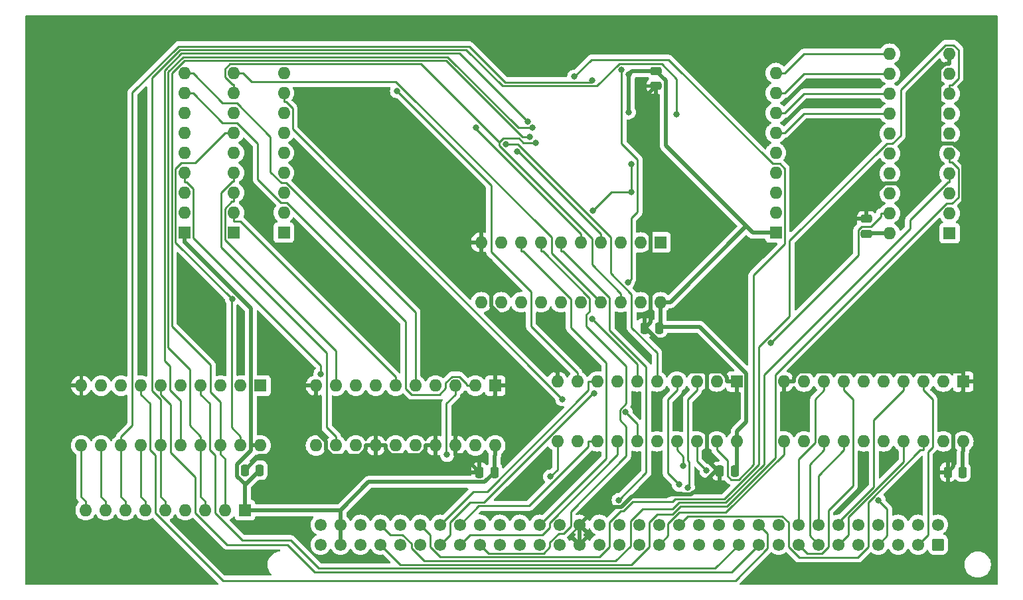
<source format=gbr>
%TF.GenerationSoftware,KiCad,Pcbnew,8.0.1*%
%TF.CreationDate,2024-03-31T12:23:00+01:00*%
%TF.ProjectId,Apricot-Xi-Expansion-RAM,41707269-636f-4742-9d58-692d45787061,rev?*%
%TF.SameCoordinates,Original*%
%TF.FileFunction,Copper,L2,Bot*%
%TF.FilePolarity,Positive*%
%FSLAX46Y46*%
G04 Gerber Fmt 4.6, Leading zero omitted, Abs format (unit mm)*
G04 Created by KiCad (PCBNEW 8.0.1) date 2024-03-31 12:23:00*
%MOMM*%
%LPD*%
G01*
G04 APERTURE LIST*
G04 Aperture macros list*
%AMRoundRect*
0 Rectangle with rounded corners*
0 $1 Rounding radius*
0 $2 $3 $4 $5 $6 $7 $8 $9 X,Y pos of 4 corners*
0 Add a 4 corners polygon primitive as box body*
4,1,4,$2,$3,$4,$5,$6,$7,$8,$9,$2,$3,0*
0 Add four circle primitives for the rounded corners*
1,1,$1+$1,$2,$3*
1,1,$1+$1,$4,$5*
1,1,$1+$1,$6,$7*
1,1,$1+$1,$8,$9*
0 Add four rect primitives between the rounded corners*
20,1,$1+$1,$2,$3,$4,$5,0*
20,1,$1+$1,$4,$5,$6,$7,0*
20,1,$1+$1,$6,$7,$8,$9,0*
20,1,$1+$1,$8,$9,$2,$3,0*%
G04 Aperture macros list end*
%TA.AperFunction,ComponentPad*%
%ADD10RoundRect,0.249999X0.525001X0.525001X-0.525001X0.525001X-0.525001X-0.525001X0.525001X-0.525001X0*%
%TD*%
%TA.AperFunction,ComponentPad*%
%ADD11C,1.550000*%
%TD*%
%TA.AperFunction,ComponentPad*%
%ADD12R,1.600000X1.600000*%
%TD*%
%TA.AperFunction,ComponentPad*%
%ADD13O,1.600000X1.600000*%
%TD*%
%TA.AperFunction,SMDPad,CuDef*%
%ADD14RoundRect,0.250000X0.250000X0.475000X-0.250000X0.475000X-0.250000X-0.475000X0.250000X-0.475000X0*%
%TD*%
%TA.AperFunction,SMDPad,CuDef*%
%ADD15RoundRect,0.250000X0.475000X-0.250000X0.475000X0.250000X-0.475000X0.250000X-0.475000X-0.250000X0*%
%TD*%
%TA.AperFunction,SMDPad,CuDef*%
%ADD16RoundRect,0.250000X-0.475000X0.250000X-0.475000X-0.250000X0.475000X-0.250000X0.475000X0.250000X0*%
%TD*%
%TA.AperFunction,ViaPad*%
%ADD17C,0.800000*%
%TD*%
%TA.AperFunction,Conductor*%
%ADD18C,0.500000*%
%TD*%
%TA.AperFunction,Conductor*%
%ADD19C,0.250000*%
%TD*%
G04 APERTURE END LIST*
D10*
%TO.P,CONN1,a1,Pin_a1*%
%TO.N,CLK15*%
X210712000Y-113035500D03*
D11*
%TO.P,CONN1,a2,Pin_a2*%
%TO.N,_BHE*%
X208172000Y-113035500D03*
%TO.P,CONN1,a3,Pin_a3*%
%TO.N,AB18*%
X205632000Y-113035500D03*
%TO.P,CONN1,a4,Pin_a4*%
%TO.N,AB16*%
X203092000Y-113035500D03*
%TO.P,CONN1,a5,Pin_a5*%
%TO.N,AB13*%
X200552000Y-113035500D03*
%TO.P,CONN1,a6,Pin_a6*%
%TO.N,AB5*%
X198012000Y-113035500D03*
%TO.P,CONN1,a7,Pin_a7*%
%TO.N,AB3*%
X195472000Y-113035500D03*
%TO.P,CONN1,a8,Pin_a8*%
%TO.N,AB1*%
X192932000Y-113035500D03*
%TO.P,CONN1,a9,Pin_a9*%
%TO.N,DB14*%
X190392000Y-113035500D03*
%TO.P,CONN1,a10,Pin_a10*%
%TO.N,DB12*%
X187852000Y-113035500D03*
%TO.P,CONN1,a11,Pin_a11*%
%TO.N,DB10*%
X185312000Y-113035500D03*
%TO.P,CONN1,a12,Pin_a12*%
%TO.N,DB8*%
X182772000Y-113035500D03*
%TO.P,CONN1,a13,Pin_a13*%
%TO.N,AB7*%
X180232000Y-113035500D03*
%TO.P,CONN1,a14,Pin_a14*%
%TO.N,_INT2*%
X177692000Y-113035500D03*
%TO.P,CONN1,a15,Pin_a15*%
%TO.N,ALE*%
X175152000Y-113035500D03*
%TO.P,CONN1,a16,Pin_a16*%
%TO.N,unconnected-(CONN1-Pin_a16-Pada16)*%
X172612000Y-113035500D03*
%TO.P,CONN1,a17,Pin_a17*%
%TO.N,MRDY*%
X170072000Y-113035500D03*
%TO.P,CONN1,a18,Pin_a18*%
%TO.N,DEN*%
X167532000Y-113035500D03*
%TO.P,CONN1,a19,Pin_a19*%
%TO.N,GND*%
X164992000Y-113035500D03*
%TO.P,CONN1,a20,Pin_a20*%
%TO.N,_AIOWC*%
X162452000Y-113035500D03*
%TO.P,CONN1,a21,Pin_a21*%
%TO.N,_RES*%
X159912000Y-113035500D03*
%TO.P,CONN1,a22,Pin_a22*%
%TO.N,_IORC*%
X157372000Y-113035500D03*
%TO.P,CONN1,a23,Pin_a23*%
%TO.N,DT_R*%
X154832000Y-113035500D03*
%TO.P,CONN1,a24,Pin_a24*%
%TO.N,_MRDC*%
X152292000Y-113035500D03*
%TO.P,CONN1,a25,Pin_a25*%
%TO.N,AB12*%
X149752000Y-113035500D03*
%TO.P,CONN1,a26,Pin_a26*%
%TO.N,AB9*%
X147212000Y-113035500D03*
%TO.P,CONN1,a27,Pin_a27*%
%TO.N,DB7*%
X144672000Y-113035500D03*
%TO.P,CONN1,a28,Pin_a28*%
%TO.N,DB5*%
X142132000Y-113035500D03*
%TO.P,CONN1,a29,Pin_a29*%
%TO.N,DB3*%
X139592000Y-113035500D03*
%TO.P,CONN1,a30,Pin_a30*%
%TO.N,DB1*%
X137052000Y-113035500D03*
%TO.P,CONN1,a31,Pin_a31*%
%TO.N,VCC*%
X134512000Y-113035500D03*
%TO.P,CONN1,a32,Pin_a32*%
%TO.N,+12V*%
X131972000Y-113035500D03*
%TO.P,CONN1,b1,Pin_b1*%
%TO.N,unconnected-(CONN1-Pin_b1-Padb1)*%
X210712000Y-110495500D03*
%TO.P,CONN1,b2,Pin_b2*%
%TO.N,AB19*%
X208172000Y-110495500D03*
%TO.P,CONN1,b3,Pin_b3*%
%TO.N,AB17*%
X205632000Y-110495500D03*
%TO.P,CONN1,b4,Pin_b4*%
%TO.N,AB15*%
X203092000Y-110495500D03*
%TO.P,CONN1,b5,Pin_b5*%
%TO.N,AB14*%
X200552000Y-110495500D03*
%TO.P,CONN1,b6,Pin_b6*%
%TO.N,AB0*%
X198012000Y-110495500D03*
%TO.P,CONN1,b7,Pin_b7*%
%TO.N,AB4*%
X195472000Y-110495500D03*
%TO.P,CONN1,b8,Pin_b8*%
%TO.N,AB2*%
X192932000Y-110495500D03*
%TO.P,CONN1,b9,Pin_b9*%
%TO.N,DB15*%
X190392000Y-110495500D03*
%TO.P,CONN1,b10,Pin_b10*%
%TO.N,DB13*%
X187852000Y-110495500D03*
%TO.P,CONN1,b11,Pin_b11*%
%TO.N,DB11*%
X185312000Y-110495500D03*
%TO.P,CONN1,b12,Pin_b12*%
%TO.N,DB9*%
X182772000Y-110495500D03*
%TO.P,CONN1,b13,Pin_b13*%
%TO.N,AB8*%
X180232000Y-110495500D03*
%TO.P,CONN1,b14,Pin_b14*%
%TO.N,AB6*%
X177692000Y-110495500D03*
%TO.P,CONN1,b15,Pin_b15*%
%TO.N,_INT3*%
X175152000Y-110495500D03*
%TO.P,CONN1,b16,Pin_b16*%
%TO.N,unconnected-(CONN1-Pin_b16-Padb16)*%
X172612000Y-110495500D03*
%TO.P,CONN1,b17,Pin_b17*%
%TO.N,IRDY*%
X170072000Y-110495500D03*
%TO.P,CONN1,b18,Pin_b18*%
%TO.N,CLK5*%
X167532000Y-110495500D03*
%TO.P,CONN1,b19,Pin_b19*%
%TO.N,GND*%
X164992000Y-110495500D03*
%TO.P,CONN1,b20,Pin_b20*%
%TO.N,_IOWC*%
X162452000Y-110495500D03*
%TO.P,CONN1,b21,Pin_b21*%
%TO.N,_MWTC*%
X159912000Y-110495500D03*
%TO.P,CONN1,b22,Pin_b22*%
%TO.N,unconnected-(CONN1-Pin_b22-Padb22)*%
X157372000Y-110495500D03*
%TO.P,CONN1,b23,Pin_b23*%
%TO.N,unconnected-(CONN1-Pin_b23-Padb23)*%
X154832000Y-110495500D03*
%TO.P,CONN1,b24,Pin_b24*%
%TO.N,_AMWC*%
X152292000Y-110495500D03*
%TO.P,CONN1,b25,Pin_b25*%
%TO.N,AB11*%
X149752000Y-110495500D03*
%TO.P,CONN1,b26,Pin_b26*%
%TO.N,AB10*%
X147212000Y-110495500D03*
%TO.P,CONN1,b27,Pin_b27*%
%TO.N,DB6*%
X144672000Y-110495500D03*
%TO.P,CONN1,b28,Pin_b28*%
%TO.N,DB4*%
X142132000Y-110495500D03*
%TO.P,CONN1,b29,Pin_b29*%
%TO.N,DB2*%
X139592000Y-110495500D03*
%TO.P,CONN1,b30,Pin_b30*%
%TO.N,DB0*%
X137052000Y-110495500D03*
%TO.P,CONN1,b31,Pin_b31*%
%TO.N,VCC*%
X134512000Y-110495500D03*
%TO.P,CONN1,b32,Pin_b32*%
%TO.N,-12V*%
X131972000Y-110495500D03*
%TD*%
D12*
%TO.P,ALATCH1,1,OE*%
%TO.N,GND*%
X213939000Y-92257800D03*
D13*
%TO.P,ALATCH1,2,O0*%
%TO.N,_I_BHE*%
X211399000Y-92257800D03*
%TO.P,ALATCH1,3,D0*%
%TO.N,_BHE*%
X208859000Y-92257800D03*
%TO.P,ALATCH1,4,D1*%
%TO.N,AB0*%
X206319000Y-92257800D03*
%TO.P,ALATCH1,5,O1*%
%TO.N,_I_BLE*%
X203779000Y-92257800D03*
%TO.P,ALATCH1,6,O2*%
%TO.N,A0*%
X201239000Y-92257800D03*
%TO.P,ALATCH1,7,D2*%
%TO.N,AB1*%
X198699000Y-92257800D03*
%TO.P,ALATCH1,8,D3*%
%TO.N,AB2*%
X196159000Y-92257800D03*
%TO.P,ALATCH1,9,O3*%
%TO.N,A1*%
X193619000Y-92257800D03*
%TO.P,ALATCH1,10,GND*%
%TO.N,GND*%
X191079000Y-92257800D03*
%TO.P,ALATCH1,11,LE*%
%TO.N,ALE*%
X191079000Y-99877800D03*
%TO.P,ALATCH1,12,O4*%
%TO.N,A2*%
X193619000Y-99877800D03*
%TO.P,ALATCH1,13,D4*%
%TO.N,AB3*%
X196159000Y-99877800D03*
%TO.P,ALATCH1,14,D5*%
%TO.N,AB4*%
X198699000Y-99877800D03*
%TO.P,ALATCH1,15,O5*%
%TO.N,A3*%
X201239000Y-99877800D03*
%TO.P,ALATCH1,16,O6*%
%TO.N,A4*%
X203779000Y-99877800D03*
%TO.P,ALATCH1,17,D6*%
%TO.N,AB5*%
X206319000Y-99877800D03*
%TO.P,ALATCH1,18,D7*%
%TO.N,AB6*%
X208859000Y-99877800D03*
%TO.P,ALATCH1,19,O7*%
%TO.N,A5*%
X211399000Y-99877800D03*
%TO.P,ALATCH1,20,VCC*%
%TO.N,VCC*%
X213939000Y-99877800D03*
%TD*%
D12*
%TO.P,ALATCH3,1,OE*%
%TO.N,GND*%
X154242700Y-92771100D03*
D13*
%TO.P,ALATCH3,2,O0*%
%TO.N,A14*%
X151702700Y-92771100D03*
%TO.P,ALATCH3,3,D0*%
%TO.N,AB15*%
X149162700Y-92771100D03*
%TO.P,ALATCH3,4,D1*%
%TO.N,AB16*%
X146622700Y-92771100D03*
%TO.P,ALATCH3,5,O1*%
%TO.N,A15*%
X144082700Y-92771100D03*
%TO.P,ALATCH3,6,O2*%
%TO.N,A16*%
X141542700Y-92771100D03*
%TO.P,ALATCH3,7,D2*%
%TO.N,AB17*%
X139002700Y-92771100D03*
%TO.P,ALATCH3,8,D3*%
%TO.N,AB18*%
X136462700Y-92771100D03*
%TO.P,ALATCH3,9,O3*%
%TO.N,A17*%
X133922700Y-92771100D03*
%TO.P,ALATCH3,10,GND*%
%TO.N,GND*%
X131382700Y-92771100D03*
%TO.P,ALATCH3,11,LE*%
%TO.N,ALE*%
X131382700Y-100391100D03*
%TO.P,ALATCH3,12,O4*%
%TO.N,A18*%
X133922700Y-100391100D03*
%TO.P,ALATCH3,13,D4*%
%TO.N,AB19*%
X136462700Y-100391100D03*
%TO.P,ALATCH3,14,D5*%
%TO.N,GND*%
X139002700Y-100391100D03*
%TO.P,ALATCH3,15,O5*%
%TO.N,unconnected-(ALATCH3-O5-Pad15)*%
X141542700Y-100391100D03*
%TO.P,ALATCH3,16,O6*%
%TO.N,unconnected-(ALATCH3-O6-Pad16)*%
X144082700Y-100391100D03*
%TO.P,ALATCH3,17,D6*%
%TO.N,GND*%
X146622700Y-100391100D03*
%TO.P,ALATCH3,18,D7*%
X149162700Y-100391100D03*
%TO.P,ALATCH3,19,O7*%
%TO.N,unconnected-(ALATCH3-O7-Pad19)*%
X151702700Y-100391100D03*
%TO.P,ALATCH3,20,VCC*%
%TO.N,VCC*%
X154242700Y-100391100D03*
%TD*%
D12*
%TO.P,AP1,1,common*%
%TO.N,VCC*%
X127280700Y-73275100D03*
D13*
%TO.P,AP1,2,R1*%
%TO.N,A0*%
X127280700Y-70735100D03*
%TO.P,AP1,3,R2*%
%TO.N,A1*%
X127280700Y-68195100D03*
%TO.P,AP1,4,R3*%
%TO.N,A2*%
X127280700Y-65655100D03*
%TO.P,AP1,5,R4*%
%TO.N,A3*%
X127280700Y-63115100D03*
%TO.P,AP1,6,R5*%
%TO.N,A4*%
X127280700Y-60575100D03*
%TO.P,AP1,7,R6*%
%TO.N,A5*%
X127280700Y-58035100D03*
%TO.P,AP1,8,R7*%
%TO.N,A6*%
X127280700Y-55495100D03*
%TO.P,AP1,9,R8*%
%TO.N,A7*%
X127280700Y-52955100D03*
%TD*%
D12*
%TO.P,AP2,1,common*%
%TO.N,VCC*%
X114584200Y-73306300D03*
D13*
%TO.P,AP2,2,R1*%
%TO.N,A8*%
X114584200Y-70766300D03*
%TO.P,AP2,3,R2*%
%TO.N,A9*%
X114584200Y-68226300D03*
%TO.P,AP2,4,R3*%
%TO.N,A10*%
X114584200Y-65686300D03*
%TO.P,AP2,5,R4*%
%TO.N,A11*%
X114584200Y-63146300D03*
%TO.P,AP2,6,R5*%
%TO.N,A12*%
X114584200Y-60606300D03*
%TO.P,AP2,7,R6*%
%TO.N,A13*%
X114584200Y-58066300D03*
%TO.P,AP2,8,R7*%
%TO.N,A14*%
X114584200Y-55526300D03*
%TO.P,AP2,9,R8*%
%TO.N,A15*%
X114584200Y-52986300D03*
%TD*%
D12*
%TO.P,AP3,1,common*%
%TO.N,VCC*%
X120916900Y-73275100D03*
D13*
%TO.P,AP3,2,R1*%
%TO.N,A16*%
X120916900Y-70735100D03*
%TO.P,AP3,3,R2*%
%TO.N,A17*%
X120916900Y-68195100D03*
%TO.P,AP3,4,R3*%
%TO.N,A18*%
X120916900Y-65655100D03*
%TO.P,AP3,5,R4*%
%TO.N,A19*%
X120916900Y-63115100D03*
%TO.P,AP3,6,R5*%
%TO.N,_BOARD_OE*%
X120916900Y-60575100D03*
%TO.P,AP3,7,R6*%
%TO.N,_SELECTED*%
X120916900Y-58035100D03*
%TO.P,AP3,8,R7*%
%TO.N,_MOE*%
X120916900Y-55495100D03*
%TO.P,AP3,9,R8*%
%TO.N,_WE*%
X120916900Y-52955100D03*
%TD*%
D12*
%TO.P,DP1,1,common*%
%TO.N,VCC*%
X190024400Y-73272700D03*
D13*
%TO.P,DP1,2,R1*%
%TO.N,D0*%
X190024400Y-70732700D03*
%TO.P,DP1,3,R2*%
%TO.N,D1*%
X190024400Y-68192700D03*
%TO.P,DP1,4,R3*%
%TO.N,D2*%
X190024400Y-65652700D03*
%TO.P,DP1,5,R4*%
%TO.N,D3*%
X190024400Y-63112700D03*
%TO.P,DP1,6,R5*%
%TO.N,D4*%
X190024400Y-60572700D03*
%TO.P,DP1,7,R6*%
%TO.N,D5*%
X190024400Y-58032700D03*
%TO.P,DP1,8,R7*%
%TO.N,D6*%
X190024400Y-55492700D03*
%TO.P,DP1,9,R8*%
%TO.N,D7*%
X190024400Y-52952700D03*
%TD*%
D12*
%TO.P,DP2,1,common*%
%TO.N,VCC*%
X122328400Y-108642700D03*
D13*
%TO.P,DP2,2,R1*%
%TO.N,D8*%
X119788400Y-108642700D03*
%TO.P,DP2,3,R2*%
%TO.N,D9*%
X117248400Y-108642700D03*
%TO.P,DP2,4,R3*%
%TO.N,D10*%
X114708400Y-108642700D03*
%TO.P,DP2,5,R4*%
%TO.N,D11*%
X112168400Y-108642700D03*
%TO.P,DP2,6,R5*%
%TO.N,D12*%
X109628400Y-108642700D03*
%TO.P,DP2,7,R6*%
%TO.N,D13*%
X107088400Y-108642700D03*
%TO.P,DP2,8,R7*%
%TO.N,D14*%
X104548400Y-108642700D03*
%TO.P,DP2,9,R8*%
%TO.N,D15*%
X102008400Y-108642700D03*
%TD*%
D12*
%TO.P,RAM-Decoder1,1,I1/CLK*%
%TO.N,unconnected-(RAM-Decoder1-I1{slash}CLK-Pad1)*%
X175312700Y-74530600D03*
D13*
%TO.P,RAM-Decoder1,2,I2*%
%TO.N,_SELECTED*%
X172772700Y-74530600D03*
%TO.P,RAM-Decoder1,3,I3*%
%TO.N,unconnected-(RAM-Decoder1-I3-Pad3)*%
X170232700Y-74530600D03*
%TO.P,RAM-Decoder1,4,I4*%
%TO.N,A17*%
X167692700Y-74530600D03*
%TO.P,RAM-Decoder1,5,I5*%
%TO.N,A18*%
X165152700Y-74530600D03*
%TO.P,RAM-Decoder1,6,I6*%
%TO.N,DEN*%
X162612700Y-74530600D03*
%TO.P,RAM-Decoder1,7,I7*%
%TO.N,_MRDC*%
X160072700Y-74530600D03*
%TO.P,RAM-Decoder1,8,I8*%
%TO.N,_MWTC*%
X157532700Y-74530600D03*
%TO.P,RAM-Decoder1,9,I9*%
%TO.N,unconnected-(RAM-Decoder1-I9-Pad9)*%
X154992700Y-74530600D03*
%TO.P,RAM-Decoder1,10,GND*%
%TO.N,GND*%
X152452700Y-74530600D03*
%TO.P,RAM-Decoder1,11,I10/~{OE}*%
%TO.N,unconnected-(RAM-Decoder1-I10{slash}~{OE}-Pad11)*%
X152452700Y-82150600D03*
%TO.P,RAM-Decoder1,12,IO8*%
%TO.N,unconnected-(RAM-Decoder1-IO8-Pad12)*%
X154992700Y-82150600D03*
%TO.P,RAM-Decoder1,13,IO7*%
%TO.N,unconnected-(RAM-Decoder1-IO7-Pad13)*%
X157532700Y-82150600D03*
%TO.P,RAM-Decoder1,14,IO6*%
%TO.N,unconnected-(RAM-Decoder1-IO6-Pad14)*%
X160072700Y-82150600D03*
%TO.P,RAM-Decoder1,15,IO5*%
%TO.N,unconnected-(RAM-Decoder1-IO5-Pad15)*%
X162612700Y-82150600D03*
%TO.P,RAM-Decoder1,16,IO4*%
%TO.N,_BOARD_OE*%
X165152700Y-82150600D03*
%TO.P,RAM-Decoder1,17,I03*%
%TO.N,_WE*%
X167692700Y-82150600D03*
%TO.P,RAM-Decoder1,18,IO2*%
%TO.N,_MOE*%
X170232700Y-82150600D03*
%TO.P,RAM-Decoder1,19,IO1*%
%TO.N,unconnected-(RAM-Decoder1-IO1-Pad19)*%
X172772700Y-82150600D03*
%TO.P,RAM-Decoder1,20,VCC*%
%TO.N,VCC*%
X175312700Y-82150600D03*
%TD*%
D12*
%TO.P,SBDT1,1,A->B*%
%TO.N,DT_R*%
X212181400Y-73353100D03*
D13*
%TO.P,SBDT1,2,A0*%
%TO.N,DB0*%
X212181400Y-70813100D03*
%TO.P,SBDT1,3,A1*%
%TO.N,DB1*%
X212181400Y-68273100D03*
%TO.P,SBDT1,4,A2*%
%TO.N,DB2*%
X212181400Y-65733100D03*
%TO.P,SBDT1,5,A3*%
%TO.N,DB3*%
X212181400Y-63193100D03*
%TO.P,SBDT1,6,A4*%
%TO.N,DB4*%
X212181400Y-60653100D03*
%TO.P,SBDT1,7,A5*%
%TO.N,DB5*%
X212181400Y-58113100D03*
%TO.P,SBDT1,8,A6*%
%TO.N,DB6*%
X212181400Y-55573100D03*
%TO.P,SBDT1,9,A7*%
%TO.N,DB7*%
X212181400Y-53033100D03*
%TO.P,SBDT1,10,GND*%
%TO.N,GND*%
X212181400Y-50493100D03*
%TO.P,SBDT1,11,B7*%
%TO.N,D7*%
X204561400Y-50493100D03*
%TO.P,SBDT1,12,B6*%
%TO.N,D6*%
X204561400Y-53033100D03*
%TO.P,SBDT1,13,B5*%
%TO.N,D5*%
X204561400Y-55573100D03*
%TO.P,SBDT1,14,B4*%
%TO.N,D4*%
X204561400Y-58113100D03*
%TO.P,SBDT1,15,B3*%
%TO.N,D3*%
X204561400Y-60653100D03*
%TO.P,SBDT1,16,B2*%
%TO.N,D2*%
X204561400Y-63193100D03*
%TO.P,SBDT1,17,B1*%
%TO.N,D1*%
X204561400Y-65733100D03*
%TO.P,SBDT1,18,B0*%
%TO.N,D0*%
X204561400Y-68273100D03*
%TO.P,SBDT1,19,CE*%
%TO.N,_BOARD_OE*%
X204561400Y-70813100D03*
%TO.P,SBDT1,20,VCC*%
%TO.N,VCC*%
X204561400Y-73353100D03*
%TD*%
D12*
%TO.P,SBDT2,1,A->B*%
%TO.N,DT_R*%
X124315600Y-92771100D03*
D13*
%TO.P,SBDT2,2,A0*%
%TO.N,DB8*%
X121775600Y-92771100D03*
%TO.P,SBDT2,3,A1*%
%TO.N,DB9*%
X119235600Y-92771100D03*
%TO.P,SBDT2,4,A2*%
%TO.N,DB10*%
X116695600Y-92771100D03*
%TO.P,SBDT2,5,A3*%
%TO.N,DB11*%
X114155600Y-92771100D03*
%TO.P,SBDT2,6,A4*%
%TO.N,DB12*%
X111615600Y-92771100D03*
%TO.P,SBDT2,7,A5*%
%TO.N,DB13*%
X109075600Y-92771100D03*
%TO.P,SBDT2,8,A6*%
%TO.N,DB14*%
X106535600Y-92771100D03*
%TO.P,SBDT2,9,A7*%
%TO.N,DB15*%
X103995600Y-92771100D03*
%TO.P,SBDT2,10,GND*%
%TO.N,GND*%
X101455600Y-92771100D03*
%TO.P,SBDT2,11,B7*%
%TO.N,D15*%
X101455600Y-100391100D03*
%TO.P,SBDT2,12,B6*%
%TO.N,D14*%
X103995600Y-100391100D03*
%TO.P,SBDT2,13,B5*%
%TO.N,D13*%
X106535600Y-100391100D03*
%TO.P,SBDT2,14,B4*%
%TO.N,D12*%
X109075600Y-100391100D03*
%TO.P,SBDT2,15,B3*%
%TO.N,D11*%
X111615600Y-100391100D03*
%TO.P,SBDT2,16,B2*%
%TO.N,D10*%
X114155600Y-100391100D03*
%TO.P,SBDT2,17,B1*%
%TO.N,D9*%
X116695600Y-100391100D03*
%TO.P,SBDT2,18,B0*%
%TO.N,D8*%
X119235600Y-100391100D03*
%TO.P,SBDT2,19,CE*%
%TO.N,_BOARD_OE*%
X121775600Y-100391100D03*
%TO.P,SBDT2,20,VCC*%
%TO.N,VCC*%
X124315600Y-100391100D03*
%TD*%
D12*
%TO.P,ALATCH2,1,OE*%
%TO.N,GND*%
X185038400Y-92257800D03*
D13*
%TO.P,ALATCH2,2,O0*%
%TO.N,A6*%
X182498400Y-92257800D03*
%TO.P,ALATCH2,3,D0*%
%TO.N,AB7*%
X179958400Y-92257800D03*
%TO.P,ALATCH2,4,D1*%
%TO.N,AB8*%
X177418400Y-92257800D03*
%TO.P,ALATCH2,5,O1*%
%TO.N,A7*%
X174878400Y-92257800D03*
%TO.P,ALATCH2,6,O2*%
%TO.N,A8*%
X172338400Y-92257800D03*
%TO.P,ALATCH2,7,D2*%
%TO.N,AB9*%
X169798400Y-92257800D03*
%TO.P,ALATCH2,8,D3*%
%TO.N,AB10*%
X167258400Y-92257800D03*
%TO.P,ALATCH2,9,O3*%
%TO.N,A9*%
X164718400Y-92257800D03*
%TO.P,ALATCH2,10,GND*%
%TO.N,GND*%
X162178400Y-92257800D03*
%TO.P,ALATCH2,11,LE*%
%TO.N,ALE*%
X162178400Y-99877800D03*
%TO.P,ALATCH2,12,O4*%
%TO.N,A10*%
X164718400Y-99877800D03*
%TO.P,ALATCH2,13,D4*%
%TO.N,AB11*%
X167258400Y-99877800D03*
%TO.P,ALATCH2,14,D5*%
%TO.N,AB12*%
X169798400Y-99877800D03*
%TO.P,ALATCH2,15,O5*%
%TO.N,A11*%
X172338400Y-99877800D03*
%TO.P,ALATCH2,16,O6*%
%TO.N,A12*%
X174878400Y-99877800D03*
%TO.P,ALATCH2,17,D6*%
%TO.N,AB13*%
X177418400Y-99877800D03*
%TO.P,ALATCH2,18,D7*%
%TO.N,AB14*%
X179958400Y-99877800D03*
%TO.P,ALATCH2,19,O7*%
%TO.N,A13*%
X182498400Y-99877800D03*
%TO.P,ALATCH2,20,VCC*%
%TO.N,VCC*%
X185038400Y-99877800D03*
%TD*%
D14*
%TO.P,C2,1*%
%TO.N,VCC*%
X154127500Y-103811100D03*
%TO.P,C2,2*%
%TO.N,GND*%
X152227500Y-103811100D03*
%TD*%
%TO.P,C7,1*%
%TO.N,VCC*%
X124201200Y-103576700D03*
%TO.P,C7,2*%
%TO.N,GND*%
X122301200Y-103576700D03*
%TD*%
%TO.P,C8,1*%
%TO.N,VCC*%
X184790700Y-103668100D03*
%TO.P,C8,2*%
%TO.N,GND*%
X182890700Y-103668100D03*
%TD*%
D15*
%TO.P,C9,1*%
%TO.N,VCC*%
X201597800Y-73433500D03*
%TO.P,C9,2*%
%TO.N,GND*%
X201597800Y-71533500D03*
%TD*%
D14*
%TO.P,C10,1*%
%TO.N,VCC*%
X213872900Y-103814500D03*
%TO.P,C10,2*%
%TO.N,GND*%
X211972900Y-103814500D03*
%TD*%
%TO.P,C11,1*%
%TO.N,VCC*%
X175177700Y-85433400D03*
%TO.P,C11,2*%
%TO.N,GND*%
X173277700Y-85433400D03*
%TD*%
D16*
%TO.P,C1,1*%
%TO.N,VCC*%
X174771800Y-52704300D03*
%TO.P,C1,2*%
%TO.N,GND*%
X174771800Y-54604300D03*
%TD*%
D17*
%TO.N,GND*%
X179192000Y-88175500D03*
X165692000Y-89225500D03*
X171942000Y-87175500D03*
X187392000Y-57725500D03*
X186492000Y-59375500D03*
X198342000Y-54275500D03*
X197892000Y-56925500D03*
X207942000Y-67525500D03*
X215442000Y-67425500D03*
X123892000Y-70825500D03*
X133692000Y-79925500D03*
X212942000Y-111275500D03*
X209242000Y-114925500D03*
X127592000Y-110875500D03*
X121092000Y-114925500D03*
X101242000Y-97825500D03*
X102992000Y-96975500D03*
X121842000Y-88475500D03*
X109192000Y-82425500D03*
X117792000Y-85525500D03*
X148942000Y-71275500D03*
X180092000Y-73275500D03*
X193442000Y-69275500D03*
X196642000Y-61525500D03*
X196742000Y-65725500D03*
X201042000Y-66975500D03*
X181492000Y-82725500D03*
X172392000Y-95625500D03*
X174942000Y-95625500D03*
X177692000Y-95625500D03*
X201242000Y-102275500D03*
X204192000Y-102425500D03*
X206742000Y-106325500D03*
X211592000Y-107175500D03*
X105192000Y-96225500D03*
X174642000Y-105675500D03*
X161592000Y-107175500D03*
X157442000Y-106675500D03*
X143242000Y-106325500D03*
X134842000Y-105875500D03*
X151292000Y-95025500D03*
X145242000Y-95825500D03*
X195642000Y-76625500D03*
X206642000Y-84075500D03*
X97292000Y-114425500D03*
X99942000Y-54975500D03*
X150392000Y-87325500D03*
X132542000Y-67575500D03*
X143992000Y-79775500D03*
X143842000Y-67725500D03*
X140292000Y-58925500D03*
X157442000Y-49725500D03*
X216142000Y-47425500D03*
%TO.N,VCC*%
X171297500Y-53094400D03*
X171265500Y-57958700D03*
%TO.N,GND*%
X173641200Y-63147300D03*
%TO.N,A0*%
X166700000Y-70497400D03*
X171594900Y-68124100D03*
X171594900Y-64582500D03*
%TO.N,ALE*%
X161258900Y-104383400D03*
%TO.N,A13*%
X164336100Y-53406800D03*
%TO.N,A9*%
X141726500Y-55255500D03*
%TO.N,AB14*%
X181199000Y-103614000D03*
%TO.N,AB13*%
X178210100Y-103018600D03*
%TO.N,AB9*%
X166842200Y-93742300D03*
%TO.N,A8*%
X166578000Y-84261100D03*
%TO.N,A11*%
X170846700Y-96169100D03*
%TO.N,A7*%
X155577000Y-62009200D03*
%TO.N,AB8*%
X177696700Y-105399000D03*
%TO.N,AB7*%
X178835000Y-105808700D03*
%TO.N,A10*%
X131983200Y-91269000D03*
%TO.N,A6*%
X162813800Y-94490400D03*
%TO.N,A17*%
X157007300Y-62929700D03*
%TO.N,A16*%
X171148000Y-79610000D03*
X170349200Y-52499900D03*
%TO.N,AB16*%
X203113300Y-107362700D03*
%TO.N,AB15*%
X148105100Y-101582700D03*
%TO.N,A18*%
X151811000Y-59922100D03*
%TO.N,DEN*%
X170010500Y-107357300D03*
%TO.N,D13*%
X166621600Y-53847500D03*
%TO.N,D11*%
X177389000Y-58172100D03*
%TO.N,D10*%
X158376800Y-59099200D03*
%TO.N,D9*%
X158977700Y-59912700D03*
%TO.N,D8*%
X158685800Y-61079300D03*
%TO.N,_MOE*%
X159393100Y-61804400D03*
%TO.N,_BOARD_OE*%
X189423300Y-87296100D03*
X120687800Y-81761400D03*
%TD*%
D18*
%TO.N,VCC*%
X175312700Y-85298400D02*
X180336000Y-85298400D01*
X204561400Y-73353100D02*
X201678200Y-73353100D01*
X134512000Y-113035500D02*
X134512000Y-110495500D01*
X171265500Y-57958700D02*
X171297500Y-57926700D01*
X186288600Y-97377500D02*
X185038400Y-98627700D01*
X122328400Y-105449600D02*
X122392400Y-105385600D01*
X175312700Y-82150600D02*
X175312700Y-85298400D01*
X213872900Y-101194000D02*
X213872900Y-103814500D01*
X188774300Y-73272700D02*
X187080700Y-73272700D01*
X175979100Y-53911600D02*
X174771800Y-52704300D01*
X121350000Y-102793200D02*
X123065500Y-101077700D01*
X138096700Y-105058000D02*
X134512000Y-108642700D01*
X171687600Y-52704300D02*
X171297500Y-53094400D01*
X180336000Y-85298400D02*
X186288600Y-91251000D01*
X123065500Y-101077700D02*
X123065500Y-100391100D01*
X175979100Y-62171100D02*
X175979100Y-53911600D01*
X124201200Y-103576700D02*
X122392400Y-105385500D01*
X154127500Y-103811100D02*
X152880600Y-105058000D01*
X134512000Y-108642700D02*
X134512000Y-110495500D01*
X187080700Y-73272700D02*
X186260700Y-72452700D01*
X123065500Y-100391100D02*
X123065500Y-82936800D01*
X122392400Y-105385500D02*
X121350000Y-104343200D01*
X186288600Y-91251000D02*
X186288600Y-97377500D01*
X122328400Y-108642700D02*
X122328400Y-108017600D01*
X175312700Y-82150600D02*
X176562800Y-82150600D01*
X184790700Y-103668100D02*
X185038400Y-103420400D01*
X121350000Y-104343200D02*
X121350000Y-102793200D01*
X122328400Y-108017600D02*
X122328400Y-105449600D01*
X152880600Y-105058000D02*
X138096700Y-105058000D01*
X213939000Y-101127900D02*
X213872900Y-101194000D01*
X190024400Y-73272700D02*
X188774300Y-73272700D01*
X114584200Y-73306300D02*
X114584200Y-74556400D01*
X186260700Y-72452700D02*
X176562800Y-82150600D01*
X122392400Y-105385600D02*
X122392400Y-105385500D01*
X123065500Y-82936800D02*
X114685100Y-74556400D01*
X185038400Y-103420400D02*
X185038400Y-99877800D01*
X186260700Y-72452700D02*
X175979100Y-62171100D01*
X122328400Y-108642700D02*
X123578500Y-108642700D01*
X154242700Y-101641200D02*
X154127500Y-101756400D01*
X174771800Y-52704300D02*
X171687600Y-52704300D01*
X213939000Y-99877800D02*
X213939000Y-101127900D01*
X175312700Y-85298400D02*
X175177700Y-85433400D01*
X154242700Y-100391100D02*
X154242700Y-101641200D01*
X171297500Y-57926700D02*
X171297500Y-53094400D01*
X201678200Y-73353100D02*
X201597800Y-73433500D01*
X134512000Y-108642700D02*
X123578500Y-108642700D01*
X185038400Y-99877800D02*
X185038400Y-98627700D01*
X154127500Y-101756400D02*
X154127500Y-103811100D01*
X114685100Y-74556400D02*
X114584200Y-74556400D01*
X124315600Y-100391100D02*
X123065500Y-100391100D01*
%TO.N,GND*%
X136948800Y-101712900D02*
X137752600Y-100909100D01*
X179035600Y-91007700D02*
X181228400Y-91007700D01*
X212181400Y-51743200D02*
X211634500Y-51743200D01*
X179673600Y-106344700D02*
X182506700Y-103511600D01*
X212181400Y-50493100D02*
X212181400Y-51743200D01*
X181228400Y-91007700D02*
X181228400Y-102233400D01*
X203984200Y-67003100D02*
X201597800Y-69389500D01*
X140252800Y-100909100D02*
X140252800Y-100391100D01*
X149162700Y-99141000D02*
X154242700Y-94061000D01*
X182663100Y-103668100D02*
X182506700Y-103511600D01*
X170362700Y-108207400D02*
X171693300Y-106876800D01*
X152452700Y-75780700D02*
X153702800Y-77030800D01*
X162178400Y-92257800D02*
X162178400Y-91007700D01*
X132652700Y-99880200D02*
X132652700Y-100950800D01*
X154242700Y-92771100D02*
X154242700Y-94021200D01*
X174042700Y-84668400D02*
X173369500Y-85341600D01*
X176332100Y-106658800D02*
X179187200Y-106658800D01*
X173641200Y-55734900D02*
X173641200Y-63147300D01*
X210900800Y-52476900D02*
X210900800Y-61923100D01*
X171693300Y-106876800D02*
X176114100Y-106876800D01*
X130644500Y-97872000D02*
X130644500Y-94759400D01*
X193032300Y-91007700D02*
X213910400Y-91007700D01*
X154242700Y-94061000D02*
X154242700Y-94021200D01*
X144669300Y-101641300D02*
X140985000Y-101641300D01*
X173369500Y-85341600D02*
X179035600Y-91007700D01*
X182890700Y-103668100D02*
X182663100Y-103668100D01*
X149162700Y-100391100D02*
X149162700Y-99141000D01*
X146622700Y-100391100D02*
X145372600Y-100391100D01*
X152452700Y-74530600D02*
X152452700Y-75780700D01*
X145372600Y-100391100D02*
X145372600Y-100938000D01*
X131382700Y-92771100D02*
X131382700Y-94021200D01*
X152227500Y-103811100D02*
X150057600Y-101641200D01*
X179501300Y-106344700D02*
X179673600Y-106344700D01*
X149162700Y-101016100D02*
X149162700Y-101641200D01*
X183788300Y-92257800D02*
X183788300Y-91710800D01*
X212688900Y-103098500D02*
X211972900Y-103814500D01*
X164992000Y-110495500D02*
X167214100Y-108273400D01*
X169924900Y-108273400D02*
X169990900Y-108207400D01*
X139002700Y-100391100D02*
X137752600Y-100391100D01*
X174042700Y-63548800D02*
X174042700Y-84668400D01*
X173641200Y-63147300D02*
X174042700Y-63548800D01*
X179187200Y-106658800D02*
X179501300Y-106344700D01*
X140985000Y-101641300D02*
X140252800Y-100909100D01*
X181228400Y-102233400D02*
X182506700Y-103511600D01*
X213910400Y-63130400D02*
X212703100Y-61923100D01*
X133414800Y-101712900D02*
X136948800Y-101712900D01*
X153702800Y-77030800D02*
X153702800Y-82661600D01*
X150057600Y-101641200D02*
X149162700Y-101641200D01*
X213939000Y-93507900D02*
X212688900Y-94758000D01*
X164992000Y-113035500D02*
X164992000Y-110495500D01*
X176114100Y-106876800D02*
X176332100Y-106658800D01*
X191079000Y-92257800D02*
X192329100Y-92257800D01*
X122301200Y-103576700D02*
X124133600Y-101744300D01*
X212703100Y-61923100D02*
X210900800Y-61923100D01*
X130644500Y-97872000D02*
X132652700Y-99880200D01*
X149162700Y-101016100D02*
X149162700Y-100391100D01*
X213939000Y-92882800D02*
X213939000Y-92257800D01*
X192329100Y-92257800D02*
X192329100Y-91710900D01*
X213939000Y-92257800D02*
X213939000Y-91007700D01*
X213939000Y-92882800D02*
X213939000Y-93507900D01*
X137752600Y-100909100D02*
X137752600Y-100391100D01*
X185038400Y-92257800D02*
X183788300Y-92257800D01*
X213910400Y-91007700D02*
X213910400Y-63130400D01*
X192329100Y-91710900D02*
X193032300Y-91007700D01*
X139002700Y-100391100D02*
X140252800Y-100391100D01*
X169990900Y-108207400D02*
X170362700Y-108207400D01*
X211634500Y-51743200D02*
X210900800Y-52476900D01*
X183085200Y-91007700D02*
X181228400Y-91007700D01*
X162048900Y-91007700D02*
X162178400Y-91007700D01*
X201597800Y-69389500D02*
X201597800Y-71533500D01*
X126772200Y-101744300D02*
X130644500Y-97872000D01*
X130644500Y-94759400D02*
X131382700Y-94021200D01*
X167214100Y-108273400D02*
X169924900Y-108273400D01*
X173369500Y-85341600D02*
X173277700Y-85433400D01*
X174771800Y-54604300D02*
X173641200Y-55734900D01*
X212688900Y-94758000D02*
X212688900Y-103098500D01*
X153702800Y-82661600D02*
X162048900Y-91007700D01*
X213910400Y-91007700D02*
X213939000Y-91007700D01*
X124133600Y-101744300D02*
X126772200Y-101744300D01*
X145372600Y-100938000D02*
X144669300Y-101641300D01*
X183788300Y-91710800D02*
X183085200Y-91007700D01*
X132652700Y-100950800D02*
X133414800Y-101712900D01*
X210900800Y-61923100D02*
X205820800Y-67003100D01*
X205820800Y-67003100D02*
X203984200Y-67003100D01*
D19*
%TO.N,AB6*%
X201822000Y-113326600D02*
X201822000Y-107628700D01*
X191662000Y-113340900D02*
X192990500Y-114669400D01*
X191662000Y-110206500D02*
X191662000Y-113340900D01*
X192990500Y-114669400D02*
X200479200Y-114669400D01*
X208859000Y-99877800D02*
X208859000Y-101002900D01*
X177692000Y-110495500D02*
X178792100Y-109395400D01*
X201822000Y-107628700D02*
X208447800Y-101002900D01*
X200479200Y-114669400D02*
X201822000Y-113326600D01*
X208447800Y-101002900D02*
X208859000Y-101002900D01*
X178792100Y-109395400D02*
X190850900Y-109395400D01*
X190850900Y-109395400D02*
X191662000Y-110206500D01*
%TO.N,AB2*%
X195033900Y-94508000D02*
X195033900Y-100054200D01*
X196159000Y-93382900D02*
X195033900Y-94508000D01*
X195033900Y-100054200D02*
X192932000Y-102156100D01*
X192932000Y-102156100D02*
X192932000Y-110495500D01*
X196159000Y-92257800D02*
X196159000Y-93382900D01*
%TO.N,AB5*%
X199282000Y-109532000D02*
X199282000Y-111765500D01*
X206319000Y-102495000D02*
X199282000Y-109532000D01*
X206319000Y-99877800D02*
X206319000Y-101002900D01*
X199282000Y-111765500D02*
X198012000Y-113035500D01*
X206319000Y-101002900D02*
X206319000Y-102495000D01*
%TO.N,AB1*%
X199848500Y-94532400D02*
X198699000Y-93382900D01*
X196742000Y-113361500D02*
X196742000Y-108641200D01*
X192932000Y-113035500D02*
X194062900Y-114166400D01*
X196742000Y-108641200D02*
X199848500Y-105534700D01*
X198699000Y-92257800D02*
X198699000Y-93382900D01*
X194062900Y-114166400D02*
X195937100Y-114166400D01*
X199848500Y-105534700D02*
X199848500Y-94532400D01*
X195937100Y-114166400D02*
X196742000Y-113361500D01*
%TO.N,A0*%
X169073300Y-68124100D02*
X166700000Y-70497400D01*
X171594900Y-68124100D02*
X169073300Y-68124100D01*
X171594900Y-68124100D02*
X171594900Y-64582500D01*
%TO.N,AB4*%
X198699000Y-99877800D02*
X198699000Y-101002900D01*
X198699000Y-101002900D02*
X195472000Y-104229900D01*
X195472000Y-104229900D02*
X195472000Y-110495500D01*
%TO.N,AB0*%
X198012000Y-110165400D02*
X198012000Y-110495500D01*
X206319000Y-93382900D02*
X202509000Y-97192900D01*
X202509000Y-105668400D02*
X198012000Y-110165400D01*
X202509000Y-97192900D02*
X202509000Y-105668400D01*
X206319000Y-92257800D02*
X206319000Y-93382900D01*
%TO.N,AB3*%
X196159000Y-99877800D02*
X196159000Y-101002900D01*
X195472000Y-113035500D02*
X194360700Y-111924200D01*
X194360700Y-111924200D02*
X194360700Y-102801200D01*
X194360700Y-102801200D02*
X196159000Y-101002900D01*
%TO.N,_BHE*%
X208859000Y-92257800D02*
X208859000Y-93382900D01*
X209442000Y-101172800D02*
X209442000Y-111765500D01*
X210025500Y-100589300D02*
X209442000Y-101172800D01*
X209442000Y-111765500D02*
X208172000Y-113035500D01*
X210025500Y-94549400D02*
X210025500Y-100589300D01*
X208859000Y-93382900D02*
X210025500Y-94549400D01*
%TO.N,ALE*%
X176262700Y-111924800D02*
X176262700Y-110365000D01*
X162178400Y-99877800D02*
X162178400Y-103463900D01*
X191079000Y-101515900D02*
X191079000Y-99877800D01*
X183649700Y-108945200D02*
X191079000Y-101515900D01*
X175152000Y-113035500D02*
X176262700Y-111924800D01*
X162178400Y-103463900D02*
X161258900Y-104383400D01*
X176262700Y-110365000D02*
X177682500Y-108945200D01*
X177682500Y-108945200D02*
X183649700Y-108945200D01*
%TO.N,A13*%
X182498400Y-99877800D02*
X182498400Y-101002900D01*
X189594500Y-64482800D02*
X190525600Y-64482800D01*
X176368000Y-51256300D02*
X189594500Y-64482800D01*
X183840700Y-104280600D02*
X183840700Y-102345200D01*
X185276500Y-104736600D02*
X184296700Y-104736600D01*
X187167900Y-78719800D02*
X187167900Y-102845200D01*
X184296700Y-104736600D02*
X183840700Y-104280600D01*
X166486600Y-51256300D02*
X176368000Y-51256300D01*
X191159200Y-65116400D02*
X191159200Y-74728500D01*
X164336100Y-53406800D02*
X166486600Y-51256300D01*
X191159200Y-74728500D02*
X187167900Y-78719800D01*
X190525600Y-64482800D02*
X191159200Y-65116400D01*
X183840700Y-102345200D02*
X182498400Y-101002900D01*
X187167900Y-102845200D02*
X185276500Y-104736600D01*
%TO.N,A9*%
X153722700Y-67251700D02*
X141726500Y-55255500D01*
X153722700Y-75769800D02*
X153722700Y-67251700D01*
X164718400Y-92257800D02*
X164718400Y-91132700D01*
X158802700Y-80849800D02*
X153722700Y-75769800D01*
X158802700Y-85217000D02*
X158802700Y-80849800D01*
X164718400Y-91132700D02*
X158802700Y-85217000D01*
%TO.N,AB14*%
X179958400Y-101002900D02*
X179958400Y-102373400D01*
X179958400Y-102373400D02*
X181199000Y-103614000D01*
X179958400Y-99877800D02*
X179958400Y-101002900D01*
%TO.N,AB10*%
X153261600Y-106254600D02*
X151452900Y-106254600D01*
X166133300Y-92257800D02*
X166133300Y-93382900D01*
X151452900Y-106254600D02*
X147212000Y-110495500D01*
X167258400Y-92257800D02*
X166133300Y-92257800D01*
X166133300Y-93382900D02*
X153261600Y-106254600D01*
%TO.N,AB13*%
X177418400Y-99877800D02*
X177418400Y-101002900D01*
X178210100Y-101794600D02*
X178210100Y-103018600D01*
X177418400Y-101002900D02*
X178210100Y-101794600D01*
%TO.N,AB9*%
X148482000Y-111765500D02*
X148482000Y-110198600D01*
X147212000Y-113035500D02*
X148482000Y-111765500D01*
X166709100Y-93742300D02*
X166842200Y-93742300D01*
X152806600Y-107644800D02*
X166709100Y-93742300D01*
X148482000Y-110198600D02*
X151035800Y-107644800D01*
X151035800Y-107644800D02*
X152806600Y-107644800D01*
%TO.N,A8*%
X166578000Y-84261100D02*
X172338400Y-90021500D01*
X172338400Y-90021500D02*
X172338400Y-92257800D01*
%TO.N,A11*%
X172338400Y-97660800D02*
X170846700Y-96169100D01*
X172338400Y-99877800D02*
X172338400Y-97660800D01*
%TO.N,A7*%
X171640600Y-85361300D02*
X171640600Y-81128800D01*
X168962700Y-78450900D02*
X168962700Y-73859500D01*
X168962700Y-73859500D02*
X157112400Y-62009200D01*
X171640600Y-81128800D02*
X168962700Y-78450900D01*
X174878400Y-92257800D02*
X174878400Y-88599100D01*
X157112400Y-62009200D02*
X155577000Y-62009200D01*
X174878400Y-88599100D02*
X171640600Y-85361300D01*
%TO.N,AB12*%
X161148700Y-110834700D02*
X160217900Y-111765500D01*
X160217900Y-111765500D02*
X151022000Y-111765500D01*
X169798400Y-101593200D02*
X161148700Y-110242900D01*
X151022000Y-111765500D02*
X149752000Y-113035500D01*
X161148700Y-110242900D02*
X161148700Y-110834700D01*
X169798400Y-99877800D02*
X169798400Y-101593200D01*
%TO.N,AB8*%
X177418400Y-92257800D02*
X177418400Y-93382900D01*
X176248600Y-94552700D02*
X176248600Y-103950900D01*
X177418400Y-93382900D02*
X176248600Y-94552700D01*
X176248600Y-103950900D02*
X177696700Y-105399000D01*
%TO.N,AB11*%
X166133300Y-100534500D02*
X166133300Y-99877800D01*
X167258400Y-99877800D02*
X166133300Y-99877800D01*
X158572900Y-108094900D02*
X166133300Y-100534500D01*
X149752000Y-110495500D02*
X152152600Y-108094900D01*
X152152600Y-108094900D02*
X158572900Y-108094900D01*
%TO.N,AB7*%
X178971500Y-105672200D02*
X178835000Y-105808700D01*
X179958400Y-93382900D02*
X178797800Y-94543500D01*
X178971500Y-102463600D02*
X178971500Y-105672200D01*
X178797800Y-102289900D02*
X178971500Y-102463600D01*
X178797800Y-94543500D02*
X178797800Y-102289900D01*
X179958400Y-92257800D02*
X179958400Y-93382900D01*
%TO.N,A10*%
X115709300Y-67655100D02*
X115709300Y-73934700D01*
X114584200Y-65686300D02*
X114584200Y-66811400D01*
X114584200Y-66811400D02*
X114865600Y-66811400D01*
X114865600Y-66811400D02*
X115709300Y-67655100D01*
X115709300Y-73934700D02*
X131983200Y-90208600D01*
X131983200Y-90208600D02*
X131983200Y-91269000D01*
%TO.N,A6*%
X127562100Y-56620200D02*
X128405800Y-57463900D01*
X128405800Y-57463900D02*
X128405800Y-60082400D01*
X127280700Y-55495100D02*
X127280700Y-56620200D01*
X127280700Y-56620200D02*
X127562100Y-56620200D01*
X128405800Y-60082400D02*
X162813800Y-94490400D01*
%TO.N,A17*%
X120916900Y-69320200D02*
X120635600Y-69320200D01*
X119767400Y-74191300D02*
X133922700Y-88346600D01*
X157216900Y-62929700D02*
X157007300Y-62929700D01*
X167692700Y-74530600D02*
X167692700Y-73405500D01*
X167692700Y-73405500D02*
X157216900Y-62929700D01*
X120916900Y-68195100D02*
X120916900Y-69320200D01*
X133922700Y-88346600D02*
X133922700Y-92771100D01*
X119767400Y-70188400D02*
X119767400Y-74191300D01*
X120635600Y-69320200D02*
X119767400Y-70188400D01*
%TO.N,A16*%
X170349200Y-52499900D02*
X170349200Y-61901600D01*
X171587000Y-79171000D02*
X171148000Y-79610000D01*
X120916900Y-70735100D02*
X120916900Y-71860200D01*
X172374200Y-70655400D02*
X171587000Y-71442600D01*
X141542700Y-92771100D02*
X141542700Y-91646000D01*
X170349200Y-61901600D02*
X172374200Y-63926600D01*
X171587000Y-71442600D02*
X171587000Y-79171000D01*
X121756900Y-71860200D02*
X120916900Y-71860200D01*
X172374200Y-63926600D02*
X172374200Y-70655400D01*
X141542700Y-91646000D02*
X121756900Y-71860200D01*
%TO.N,A15*%
X119488100Y-56765100D02*
X121270800Y-56765100D01*
X125555100Y-65533300D02*
X126946900Y-66925100D01*
X126946900Y-66925100D02*
X127610500Y-66925100D01*
X121270800Y-56765100D02*
X125555100Y-61049400D01*
X114584200Y-52986300D02*
X115709300Y-52986300D01*
X125555100Y-61049400D02*
X125555100Y-65533300D01*
X115709300Y-52986300D02*
X119488100Y-56765100D01*
X144082700Y-83397300D02*
X144082700Y-92771100D01*
X127610500Y-66925100D02*
X144082700Y-83397300D01*
%TO.N,AB16*%
X203113300Y-107362700D02*
X204205900Y-108455300D01*
X204205900Y-108455300D02*
X204205900Y-111921600D01*
X204205900Y-111921600D02*
X203092000Y-113035500D01*
%TO.N,AB15*%
X149162700Y-93896200D02*
X147998900Y-95060000D01*
X147998900Y-95060000D02*
X147998900Y-101476500D01*
X149162700Y-92771100D02*
X149162700Y-93896200D01*
X147998900Y-101476500D02*
X148105100Y-101582700D01*
%TO.N,A18*%
X165152700Y-74530600D02*
X165152700Y-73405500D01*
X151811000Y-59922100D02*
X151811000Y-60063800D01*
X120703400Y-66780200D02*
X120916900Y-66780200D01*
X133922700Y-99266000D02*
X132743200Y-98086500D01*
X119317100Y-75149800D02*
X119317100Y-68166500D01*
X120916900Y-65655100D02*
X120916900Y-66780200D01*
X119317100Y-68166500D02*
X120703400Y-66780200D01*
X132743200Y-88575900D02*
X119317100Y-75149800D01*
X151811000Y-60063800D02*
X165152700Y-73405500D01*
X133922700Y-100391100D02*
X133922700Y-99266000D01*
X132743200Y-98086500D02*
X132743200Y-88575900D01*
%TO.N,A14*%
X123946800Y-61968200D02*
X123946800Y-66487400D01*
X149667900Y-91628300D02*
X150577600Y-92538000D01*
X142812700Y-93160400D02*
X143548600Y-93896300D01*
X147892700Y-92449400D02*
X148713800Y-91628300D01*
X151702700Y-92771100D02*
X150577600Y-92771100D01*
X126924500Y-69465100D02*
X127665200Y-69465100D01*
X123946800Y-66487400D02*
X126924500Y-69465100D01*
X119488100Y-59305100D02*
X121283700Y-59305100D01*
X148713800Y-91628300D02*
X149667900Y-91628300D01*
X147892700Y-93098500D02*
X147892700Y-92449400D01*
X147094900Y-93896300D02*
X147892700Y-93098500D01*
X127665200Y-69465100D02*
X142812700Y-84612600D01*
X114584200Y-55526300D02*
X115709300Y-55526300D01*
X150577600Y-92538000D02*
X150577600Y-92771100D01*
X143548600Y-93896300D02*
X147094900Y-93896300D01*
X115709300Y-55526300D02*
X119488100Y-59305100D01*
X121283700Y-59305100D02*
X123946800Y-61968200D01*
X142812700Y-84612600D02*
X142812700Y-93160400D01*
%TO.N,DEN*%
X168817900Y-81579600D02*
X168817900Y-85708900D01*
X173496000Y-90387000D02*
X173496000Y-103871800D01*
X162612700Y-75655700D02*
X162894000Y-75655700D01*
X162894000Y-75655700D02*
X168817900Y-81579600D01*
X162612700Y-74530600D02*
X162612700Y-75655700D01*
X168817900Y-85708900D02*
X173496000Y-90387000D01*
X173496000Y-103871800D02*
X170010500Y-107357300D01*
%TO.N,DB2*%
X139592000Y-110495500D02*
X140862000Y-111765500D01*
X169608600Y-115113500D02*
X171511800Y-113210300D01*
X171511800Y-113210300D02*
X171511800Y-110014700D01*
X212181400Y-65733100D02*
X212181400Y-66858200D01*
X143571800Y-113499200D02*
X145186100Y-115113500D01*
X188518200Y-102803300D02*
X188518200Y-91366500D01*
X177670300Y-107684000D02*
X183637500Y-107684000D01*
X171511800Y-110014700D02*
X173030400Y-108496100D01*
X176858200Y-108496100D02*
X177670300Y-107684000D01*
X140862000Y-111765500D02*
X142426100Y-111765500D01*
X143571800Y-112911200D02*
X143571800Y-113499200D01*
X188518200Y-91366500D02*
X207155300Y-72729400D01*
X207155300Y-71681800D02*
X211978900Y-66858200D01*
X145186100Y-115113500D02*
X169608600Y-115113500D01*
X207155300Y-72729400D02*
X207155300Y-71681800D01*
X142426100Y-111765500D02*
X143571800Y-112911200D01*
X211978900Y-66858200D02*
X212181400Y-66858200D01*
X173030400Y-108496100D02*
X176858200Y-108496100D01*
X183637500Y-107684000D02*
X188518200Y-102803300D01*
%TO.N,DB6*%
X191789900Y-74307000D02*
X191789900Y-83904100D01*
X176846100Y-107594800D02*
X171788600Y-107594800D01*
X212462700Y-54448000D02*
X213317700Y-53593000D01*
X212181400Y-55573100D02*
X212181400Y-54448000D01*
X205961800Y-60872800D02*
X204911500Y-61923100D01*
X212181400Y-54448000D02*
X212462700Y-54448000D01*
X204173800Y-61923100D02*
X191789900Y-74307000D01*
X205961800Y-55068900D02*
X205961800Y-60872800D01*
X145942000Y-111765500D02*
X144672000Y-110495500D01*
X145942000Y-113332100D02*
X145942000Y-111765500D01*
X187819200Y-87874800D02*
X187819200Y-102830600D01*
X187819200Y-102830600D02*
X183415900Y-107233900D01*
X168802000Y-113329500D02*
X167509200Y-114622300D01*
X177207000Y-107233900D02*
X176846100Y-107594800D01*
X147232200Y-114622300D02*
X145942000Y-113332100D01*
X211665000Y-49365700D02*
X205961800Y-55068900D01*
X213317700Y-49995700D02*
X212687700Y-49365700D01*
X183415900Y-107233900D02*
X177207000Y-107233900D01*
X204911500Y-61923100D02*
X204173800Y-61923100D01*
X212687700Y-49365700D02*
X211665000Y-49365700D01*
X167509200Y-114622300D02*
X147232200Y-114622300D01*
X168802000Y-110209600D02*
X168802000Y-113329500D01*
X170229100Y-108782500D02*
X168802000Y-110209600D01*
X213317700Y-53593000D02*
X213317700Y-49995700D01*
X171788600Y-107594800D02*
X170600900Y-108782500D01*
X170600900Y-108782500D02*
X170229100Y-108782500D01*
X191789900Y-83904100D02*
X187819200Y-87874800D01*
%TO.N,_MWTC*%
X157814000Y-75655700D02*
X163882700Y-81724400D01*
X157532700Y-74530600D02*
X157532700Y-75655700D01*
X163882700Y-81724400D02*
X163882700Y-85364200D01*
X168384500Y-102023000D02*
X159912000Y-110495500D01*
X157532700Y-75655700D02*
X157814000Y-75655700D01*
X163882700Y-85364200D02*
X168384500Y-89866000D01*
X168384500Y-89866000D02*
X168384500Y-102023000D01*
%TO.N,DB13*%
X110200700Y-100963400D02*
X110898400Y-101661100D01*
X188963200Y-113516800D02*
X188963200Y-111606700D01*
X119514700Y-117612900D02*
X184867100Y-117612900D01*
X184867100Y-117612900D02*
X188963200Y-113516800D01*
X109075600Y-93896200D02*
X110200700Y-95021300D01*
X110898400Y-101661100D02*
X110898400Y-108996600D01*
X188963200Y-111606700D02*
X187852000Y-110495500D01*
X110898400Y-108996600D02*
X119514700Y-117612900D01*
X109075600Y-92771100D02*
X109075600Y-93896200D01*
X110200700Y-95021300D02*
X110200700Y-100963400D01*
%TO.N,DB3*%
X173882000Y-110187600D02*
X174888300Y-109181300D01*
X189953800Y-91383300D02*
X211794000Y-69543100D01*
X177856900Y-108134100D02*
X183824100Y-108134100D01*
X212462700Y-64318200D02*
X212181400Y-64318200D01*
X171607500Y-115605900D02*
X173882000Y-113331400D01*
X212181400Y-63193100D02*
X212181400Y-64318200D01*
X213306600Y-65162100D02*
X212462700Y-64318200D01*
X139592000Y-113035500D02*
X142162400Y-115605900D01*
X176809700Y-109181300D02*
X177856900Y-108134100D01*
X189953800Y-102004400D02*
X189953800Y-91383300D01*
X142162400Y-115605900D02*
X171607500Y-115605900D01*
X183824100Y-108134100D02*
X189953800Y-102004400D01*
X213306600Y-68745300D02*
X213306600Y-65162100D01*
X211794000Y-69543100D02*
X212508800Y-69543100D01*
X173882000Y-113331400D02*
X173882000Y-110187600D01*
X212508800Y-69543100D02*
X213306600Y-68745300D01*
X174888300Y-109181300D02*
X176809700Y-109181300D01*
%TO.N,_MRDC*%
X170959200Y-90327900D02*
X170959200Y-95031200D01*
X166306800Y-83254400D02*
X165811500Y-83749700D01*
X165811500Y-85180200D02*
X170959200Y-90327900D01*
X170947800Y-101750400D02*
X163891800Y-108806400D01*
X170947800Y-97972400D02*
X170947800Y-101750400D01*
X170959200Y-95031200D02*
X170121600Y-95868800D01*
X160316900Y-75655700D02*
X166306800Y-81645600D01*
X160392800Y-114148500D02*
X153405000Y-114148500D01*
X162951500Y-111595700D02*
X162331600Y-111595700D01*
X153405000Y-114148500D02*
X152292000Y-113035500D01*
X163891800Y-108806400D02*
X163891800Y-110655400D01*
X170121600Y-95868800D02*
X170121600Y-97146200D01*
X163891800Y-110655400D02*
X162951500Y-111595700D01*
X166306800Y-81645600D02*
X166306800Y-83254400D01*
X165811500Y-83749700D02*
X165811500Y-85180200D01*
X161182000Y-113359300D02*
X160392800Y-114148500D01*
X160072700Y-74530600D02*
X160072700Y-75655700D01*
X162331600Y-111595700D02*
X161182000Y-112745300D01*
X170121600Y-97146200D02*
X170947800Y-97972400D01*
X161182000Y-112745300D02*
X161182000Y-113359300D01*
X160072700Y-75655700D02*
X160316900Y-75655700D01*
%TO.N,DB10*%
X128161300Y-112468600D02*
X122004400Y-112468600D01*
X122004400Y-112468600D02*
X118518400Y-108982600D01*
X118518400Y-101661100D02*
X117820700Y-100963400D01*
X131748900Y-116056200D02*
X128161300Y-112468600D01*
X117820700Y-100963400D02*
X117820700Y-95021300D01*
X185312000Y-113035500D02*
X182291300Y-116056200D01*
X116695600Y-92771100D02*
X116695600Y-93896200D01*
X117820700Y-95021300D02*
X116695600Y-93896200D01*
X182291300Y-116056200D02*
X131748900Y-116056200D01*
X118518400Y-108982600D02*
X118518400Y-101661100D01*
%TO.N,DB12*%
X120014600Y-113026700D02*
X127720700Y-113026700D01*
X111615600Y-93896200D02*
X112885600Y-95166200D01*
X112885600Y-101305300D02*
X115978400Y-104398100D01*
X115978400Y-104398100D02*
X115978400Y-108990500D01*
X184362400Y-116525100D02*
X187852000Y-113035500D01*
X131219100Y-116525100D02*
X184362400Y-116525100D01*
X115978400Y-108990500D02*
X120014600Y-113026700D01*
X112885600Y-95166200D02*
X112885600Y-101305300D01*
X111615600Y-92771100D02*
X111615600Y-93896200D01*
X127720700Y-113026700D02*
X131219100Y-116525100D01*
%TO.N,D15*%
X101455600Y-100391100D02*
X101455600Y-106964800D01*
X102008400Y-108642700D02*
X102008400Y-107517600D01*
X101455600Y-106964800D02*
X102008400Y-107517600D01*
%TO.N,D14*%
X103995600Y-100391100D02*
X103995600Y-106964800D01*
X103995600Y-106964800D02*
X104548400Y-107517600D01*
X104548400Y-108642700D02*
X104548400Y-107517600D01*
%TO.N,D13*%
X150920800Y-49533200D02*
X113861900Y-49533200D01*
X107088400Y-108642700D02*
X107088400Y-107517600D01*
X107950400Y-97851200D02*
X106535600Y-99266000D01*
X113861900Y-49533200D02*
X107950400Y-55444700D01*
X155519500Y-54131900D02*
X150920800Y-49533200D01*
X166621600Y-53847500D02*
X166337200Y-54131900D01*
X106535600Y-100391100D02*
X106535600Y-106964800D01*
X107950400Y-55444700D02*
X107950400Y-97851200D01*
X166337200Y-54131900D02*
X155519500Y-54131900D01*
X106535600Y-100391100D02*
X106535600Y-99266000D01*
X106535600Y-106964800D02*
X107088400Y-107517600D01*
%TO.N,D12*%
X109075600Y-106964800D02*
X109628400Y-107517600D01*
X109075600Y-100391100D02*
X109075600Y-106964800D01*
X109628400Y-108642700D02*
X109628400Y-107517600D01*
%TO.N,D11*%
X177389000Y-53701100D02*
X175457600Y-51769700D01*
X170054100Y-51769700D02*
X167241800Y-54582000D01*
X175457600Y-51769700D02*
X170054100Y-51769700D01*
X110482100Y-53549600D02*
X110482100Y-93399400D01*
X112168400Y-108642700D02*
X112168400Y-107517600D01*
X111615600Y-100391100D02*
X111615600Y-106964800D01*
X110482100Y-93399400D02*
X111615600Y-94532900D01*
X111615600Y-106964800D02*
X112168400Y-107517600D01*
X155146600Y-54582000D02*
X150547900Y-49983300D01*
X111615600Y-94532900D02*
X111615600Y-100391100D01*
X114048400Y-49983300D02*
X110482100Y-53549600D01*
X167241800Y-54582000D02*
X155146600Y-54582000D01*
X177389000Y-58172100D02*
X177389000Y-53701100D01*
X150547900Y-49983300D02*
X114048400Y-49983300D01*
%TO.N,D10*%
X114234900Y-50433400D02*
X149711000Y-50433400D01*
X149711000Y-50433400D02*
X158376800Y-59099200D01*
X112740800Y-90331900D02*
X112051000Y-89642100D01*
X114155600Y-100391100D02*
X114155600Y-94716100D01*
X112051000Y-89642100D02*
X112051000Y-52617300D01*
X114155600Y-94716100D02*
X112740800Y-93301300D01*
X112740800Y-93301300D02*
X112740800Y-90331900D01*
X112051000Y-52617300D02*
X114234900Y-50433400D01*
%TO.N,D9*%
X116695600Y-100391100D02*
X116695600Y-99266000D01*
X115280800Y-97851200D02*
X115280800Y-90712500D01*
X112501200Y-87932900D02*
X112501200Y-52826300D01*
X112501200Y-52826300D02*
X114443900Y-50883600D01*
X117248400Y-108642700D02*
X117248400Y-107517600D01*
X148162400Y-50883600D02*
X157191500Y-59912700D01*
X114443900Y-50883600D02*
X148162400Y-50883600D01*
X116695600Y-100391100D02*
X116695600Y-106964800D01*
X157191500Y-59912700D02*
X158977700Y-59912700D01*
X116695600Y-106964800D02*
X117248400Y-107517600D01*
X115280800Y-90712500D02*
X112501200Y-87932900D01*
X116695600Y-99266000D02*
X115280800Y-97851200D01*
%TO.N,D8*%
X119235600Y-100953600D02*
X119235600Y-100391100D01*
X119235600Y-94861000D02*
X117965600Y-93591000D01*
X112979400Y-52984800D02*
X114620600Y-51343600D01*
X114620600Y-51343600D02*
X147985800Y-51343600D01*
X119788400Y-102069000D02*
X119788400Y-107517600D01*
X117965600Y-93591000D02*
X117965600Y-90157800D01*
X157721500Y-61079300D02*
X158685800Y-61079300D01*
X112979400Y-85171600D02*
X112979400Y-52984800D01*
X119235600Y-100953600D02*
X119235600Y-101516200D01*
X119788400Y-108642700D02*
X119788400Y-107517600D01*
X119235600Y-99266000D02*
X119235600Y-94861000D01*
X147985800Y-51343600D02*
X157721500Y-61079300D01*
X117965600Y-90157800D02*
X112979400Y-85171600D01*
X119235600Y-101516200D02*
X119788400Y-102069000D01*
X119235600Y-100391100D02*
X119235600Y-99266000D01*
%TO.N,D7*%
X193609100Y-50493100D02*
X204561400Y-50493100D01*
X191149500Y-52952700D02*
X193609100Y-50493100D01*
X190024400Y-52952700D02*
X191149500Y-52952700D01*
%TO.N,D6*%
X190024400Y-55492700D02*
X191149500Y-55492700D01*
X204561400Y-53033100D02*
X203436300Y-53033100D01*
X193609100Y-53033100D02*
X203436300Y-53033100D01*
X191149500Y-55492700D02*
X193609100Y-53033100D01*
%TO.N,D5*%
X193609100Y-55573100D02*
X204561400Y-55573100D01*
X191149500Y-58032700D02*
X193609100Y-55573100D01*
X190024400Y-58032700D02*
X191149500Y-58032700D01*
%TO.N,D4*%
X191149500Y-60572700D02*
X193609100Y-58113100D01*
X193609100Y-58113100D02*
X204561400Y-58113100D01*
X190024400Y-60572700D02*
X191149500Y-60572700D01*
%TO.N,_MOE*%
X120916900Y-54370000D02*
X120683700Y-54370000D01*
X154733000Y-62190500D02*
X166567500Y-74025000D01*
X119786700Y-52430300D02*
X120412900Y-51804100D01*
X120916900Y-55495100D02*
X120916900Y-54370000D01*
X154733000Y-61801800D02*
X155287000Y-61247800D01*
X157253300Y-61247800D02*
X157809900Y-61804400D01*
X119786700Y-53473000D02*
X119786700Y-52430300D01*
X155287000Y-61247800D02*
X157253300Y-61247800D01*
X170232700Y-82150600D02*
X170232700Y-81025500D01*
X144735300Y-51804100D02*
X154733000Y-61801800D01*
X166567500Y-74025000D02*
X166567500Y-77360300D01*
X157809900Y-61804400D02*
X159393100Y-61804400D01*
X120683700Y-54370000D02*
X119786700Y-53473000D01*
X154733000Y-61801800D02*
X154733000Y-62190500D01*
X120412900Y-51804100D02*
X144735300Y-51804100D01*
X166567500Y-77360300D02*
X170232700Y-81025500D01*
%TO.N,_BOARD_OE*%
X200546600Y-72923000D02*
X200546600Y-76172800D01*
X114225900Y-64416300D02*
X113459000Y-65183200D01*
X120596700Y-81852500D02*
X120596700Y-98087100D01*
X120596700Y-98087100D02*
X121775600Y-99266000D01*
X202187800Y-72483500D02*
X200986100Y-72483500D01*
X203436300Y-71235000D02*
X202187800Y-72483500D01*
X120687800Y-81761400D02*
X120596700Y-81852500D01*
X120916900Y-60575100D02*
X119791800Y-60575100D01*
X113459000Y-65183200D02*
X113459000Y-74532600D01*
X203436300Y-70813100D02*
X203436300Y-71235000D01*
X200986100Y-72483500D02*
X200546600Y-72923000D01*
X204561400Y-70813100D02*
X203436300Y-70813100D01*
X121775600Y-100391100D02*
X121775600Y-99266000D01*
X119791800Y-60575100D02*
X115950600Y-64416300D01*
X115950600Y-64416300D02*
X114225900Y-64416300D01*
X200546600Y-76172800D02*
X189423300Y-87296100D01*
X113459000Y-74532600D02*
X120687800Y-81761400D01*
%TO.N,_WE*%
X161403800Y-73907400D02*
X161403800Y-75861700D01*
X123167100Y-54080200D02*
X141576600Y-54080200D01*
X122042000Y-52955100D02*
X123167100Y-54080200D01*
X141576600Y-54080200D02*
X161403800Y-73907400D01*
X120916900Y-52955100D02*
X122042000Y-52955100D01*
X161403800Y-75861700D02*
X167692700Y-82150600D01*
%TD*%
%TA.AperFunction,Conductor*%
%TO.N,GND*%
G36*
X218220142Y-45617526D02*
G01*
X218287177Y-45637220D01*
X218332925Y-45690030D01*
X218344124Y-45741488D01*
X218353650Y-76576633D01*
X218366448Y-118008353D01*
X218366454Y-118025962D01*
X218346790Y-118093007D01*
X218294000Y-118138778D01*
X218242454Y-118150000D01*
X185525267Y-118150000D01*
X185458228Y-118130315D01*
X185412473Y-118077511D01*
X185402529Y-118008353D01*
X185431554Y-117944797D01*
X185437586Y-117938319D01*
X187690593Y-115685311D01*
X214116500Y-115685311D01*
X214116501Y-115685328D01*
X214145167Y-115903073D01*
X214202014Y-116115229D01*
X214286063Y-116318141D01*
X214286065Y-116318145D01*
X214395884Y-116508355D01*
X214395889Y-116508361D01*
X214395890Y-116508363D01*
X214529588Y-116682602D01*
X214529594Y-116682609D01*
X214684890Y-116837905D01*
X214684896Y-116837910D01*
X214859145Y-116971616D01*
X215049355Y-117081435D01*
X215150814Y-117123460D01*
X215252270Y-117165485D01*
X215252271Y-117165485D01*
X215252273Y-117165486D01*
X215464425Y-117222332D01*
X215682182Y-117251000D01*
X215682189Y-117251000D01*
X215901811Y-117251000D01*
X215901818Y-117251000D01*
X216119575Y-117222332D01*
X216331727Y-117165486D01*
X216534645Y-117081435D01*
X216724855Y-116971616D01*
X216899104Y-116837910D01*
X217054410Y-116682604D01*
X217188116Y-116508355D01*
X217297935Y-116318145D01*
X217381986Y-116115227D01*
X217438832Y-115903075D01*
X217467500Y-115685318D01*
X217467500Y-115465682D01*
X217438832Y-115247925D01*
X217381986Y-115035773D01*
X217381984Y-115035769D01*
X217297936Y-114832858D01*
X217297935Y-114832855D01*
X217188116Y-114642645D01*
X217063072Y-114479684D01*
X217054411Y-114468397D01*
X217054405Y-114468390D01*
X216899109Y-114313094D01*
X216899102Y-114313088D01*
X216724863Y-114179390D01*
X216724861Y-114179389D01*
X216724855Y-114179384D01*
X216534645Y-114069565D01*
X216534641Y-114069563D01*
X216331729Y-113985514D01*
X216119573Y-113928667D01*
X215901828Y-113900001D01*
X215901823Y-113900000D01*
X215901818Y-113900000D01*
X215682182Y-113900000D01*
X215682176Y-113900000D01*
X215682171Y-113900001D01*
X215464426Y-113928667D01*
X215252270Y-113985514D01*
X215049358Y-114069563D01*
X215049354Y-114069565D01*
X214859145Y-114179384D01*
X214859136Y-114179390D01*
X214684897Y-114313088D01*
X214684890Y-114313094D01*
X214529594Y-114468390D01*
X214529588Y-114468397D01*
X214395890Y-114642636D01*
X214395884Y-114642645D01*
X214286065Y-114832854D01*
X214286063Y-114832858D01*
X214202014Y-115035770D01*
X214145167Y-115247926D01*
X214116501Y-115465671D01*
X214116500Y-115465688D01*
X214116500Y-115685311D01*
X187690593Y-115685311D01*
X188364893Y-115011011D01*
X189370951Y-114004952D01*
X189432272Y-113971469D01*
X189501964Y-113976453D01*
X189546311Y-114004954D01*
X189563831Y-114022474D01*
X189747798Y-114151290D01*
X189951340Y-114246203D01*
X189951346Y-114246204D01*
X189951347Y-114246205D01*
X189961267Y-114248863D01*
X190168271Y-114304329D01*
X190335948Y-114318999D01*
X190391999Y-114323903D01*
X190392000Y-114323903D01*
X190392001Y-114323903D01*
X190444189Y-114319337D01*
X190615729Y-114304329D01*
X190832660Y-114246203D01*
X191036202Y-114151290D01*
X191220169Y-114022474D01*
X191246239Y-113996402D01*
X191307559Y-113962919D01*
X191377251Y-113967903D01*
X191421600Y-113996404D01*
X192586663Y-115161469D01*
X192586667Y-115161472D01*
X192690421Y-115230799D01*
X192690423Y-115230799D01*
X192690425Y-115230801D01*
X192771947Y-115264568D01*
X192805715Y-115278555D01*
X192805717Y-115278555D01*
X192805722Y-115278557D01*
X192928101Y-115302899D01*
X192928105Y-115302900D01*
X192928106Y-115302900D01*
X200541595Y-115302900D01*
X200541596Y-115302899D01*
X200663985Y-115278555D01*
X200779275Y-115230800D01*
X200883033Y-115161471D01*
X202055249Y-113989253D01*
X202116572Y-113955769D01*
X202186263Y-113960753D01*
X202230611Y-113989254D01*
X202263831Y-114022474D01*
X202447798Y-114151290D01*
X202651340Y-114246203D01*
X202651346Y-114246204D01*
X202651347Y-114246205D01*
X202661267Y-114248863D01*
X202868271Y-114304329D01*
X203035948Y-114318999D01*
X203091999Y-114323903D01*
X203092000Y-114323903D01*
X203092001Y-114323903D01*
X203144189Y-114319337D01*
X203315729Y-114304329D01*
X203532660Y-114246203D01*
X203736202Y-114151290D01*
X203920169Y-114022474D01*
X204078974Y-113863669D01*
X204207790Y-113679702D01*
X204249618Y-113590000D01*
X204295790Y-113537561D01*
X204362983Y-113518409D01*
X204429865Y-113538624D01*
X204474381Y-113590000D01*
X204516210Y-113679702D01*
X204645026Y-113863669D01*
X204803831Y-114022474D01*
X204987798Y-114151290D01*
X205191340Y-114246203D01*
X205191346Y-114246204D01*
X205191347Y-114246205D01*
X205201267Y-114248863D01*
X205408271Y-114304329D01*
X205575948Y-114318999D01*
X205631999Y-114323903D01*
X205632000Y-114323903D01*
X205632001Y-114323903D01*
X205684189Y-114319337D01*
X205855729Y-114304329D01*
X206072660Y-114246203D01*
X206276202Y-114151290D01*
X206460169Y-114022474D01*
X206618974Y-113863669D01*
X206747790Y-113679702D01*
X206789618Y-113590000D01*
X206835790Y-113537561D01*
X206902983Y-113518409D01*
X206969865Y-113538624D01*
X207014381Y-113590000D01*
X207056210Y-113679702D01*
X207185026Y-113863669D01*
X207343831Y-114022474D01*
X207527798Y-114151290D01*
X207731340Y-114246203D01*
X207731346Y-114246204D01*
X207731347Y-114246205D01*
X207741267Y-114248863D01*
X207948271Y-114304329D01*
X208115948Y-114318999D01*
X208171999Y-114323903D01*
X208172000Y-114323903D01*
X208172001Y-114323903D01*
X208224189Y-114319337D01*
X208395729Y-114304329D01*
X208612660Y-114246203D01*
X208816202Y-114151290D01*
X209000169Y-114022474D01*
X209158974Y-113863669D01*
X209240964Y-113746574D01*
X209295539Y-113702952D01*
X209365037Y-113695758D01*
X209427392Y-113727281D01*
X209460243Y-113778696D01*
X209494884Y-113883236D01*
X209494889Y-113883247D01*
X209587967Y-114034148D01*
X209587970Y-114034152D01*
X209713347Y-114159529D01*
X209713351Y-114159532D01*
X209864252Y-114252610D01*
X209864255Y-114252611D01*
X209864261Y-114252615D01*
X210032573Y-114308387D01*
X210136454Y-114319000D01*
X210136459Y-114319000D01*
X211287541Y-114319000D01*
X211287546Y-114319000D01*
X211391427Y-114308387D01*
X211559739Y-114252615D01*
X211710652Y-114159530D01*
X211836030Y-114034152D01*
X211929115Y-113883239D01*
X211984887Y-113714927D01*
X211995500Y-113611046D01*
X211995500Y-112459954D01*
X211984887Y-112356073D01*
X211929115Y-112187761D01*
X211929111Y-112187755D01*
X211929110Y-112187752D01*
X211836032Y-112036851D01*
X211836029Y-112036847D01*
X211710652Y-111911470D01*
X211710648Y-111911467D01*
X211559747Y-111818389D01*
X211559741Y-111818386D01*
X211559739Y-111818385D01*
X211550776Y-111815415D01*
X211455196Y-111783743D01*
X211397751Y-111743970D01*
X211370928Y-111679454D01*
X211383243Y-111610678D01*
X211423074Y-111564465D01*
X211540169Y-111482474D01*
X211698974Y-111323669D01*
X211827790Y-111139702D01*
X211922703Y-110936160D01*
X211980829Y-110719229D01*
X212000403Y-110495500D01*
X211980829Y-110271771D01*
X211922703Y-110054840D01*
X211827790Y-109851299D01*
X211698974Y-109667331D01*
X211540169Y-109508526D01*
X211452864Y-109447394D01*
X211356201Y-109379709D01*
X211227709Y-109319793D01*
X211152660Y-109284797D01*
X211152656Y-109284796D01*
X211152652Y-109284794D01*
X210935734Y-109226672D01*
X210935724Y-109226670D01*
X210712001Y-109207097D01*
X210711999Y-109207097D01*
X210488275Y-109226670D01*
X210488265Y-109226672D01*
X210271347Y-109284794D01*
X210271337Y-109284798D01*
X210251901Y-109293861D01*
X210182824Y-109304351D01*
X210119041Y-109275829D01*
X210080803Y-109217351D01*
X210075500Y-109181477D01*
X210075500Y-104064500D01*
X210972901Y-104064500D01*
X210972901Y-104339486D01*
X210983394Y-104442197D01*
X211038541Y-104608619D01*
X211038543Y-104608624D01*
X211130584Y-104757845D01*
X211254554Y-104881815D01*
X211403775Y-104973856D01*
X211403780Y-104973858D01*
X211570202Y-105029005D01*
X211570209Y-105029006D01*
X211672919Y-105039499D01*
X211722899Y-105039498D01*
X211722900Y-105039498D01*
X211722900Y-104064500D01*
X210972901Y-104064500D01*
X210075500Y-104064500D01*
X210075500Y-103564500D01*
X210972900Y-103564500D01*
X211722900Y-103564500D01*
X211722900Y-102589500D01*
X211722899Y-102589499D01*
X211672929Y-102589500D01*
X211672911Y-102589501D01*
X211570202Y-102599994D01*
X211403780Y-102655141D01*
X211403775Y-102655143D01*
X211254554Y-102747184D01*
X211130584Y-102871154D01*
X211038543Y-103020375D01*
X211038541Y-103020380D01*
X210983394Y-103186802D01*
X210983393Y-103186809D01*
X210972900Y-103289513D01*
X210972900Y-103564500D01*
X210075500Y-103564500D01*
X210075500Y-101486566D01*
X210095185Y-101419527D01*
X210111819Y-101398885D01*
X210521880Y-100988826D01*
X210523486Y-100990432D01*
X210572816Y-100956798D01*
X210642660Y-100954896D01*
X210682099Y-100973204D01*
X210742251Y-101015323D01*
X210838703Y-101060299D01*
X210949750Y-101112081D01*
X210949752Y-101112081D01*
X210949757Y-101112084D01*
X211170913Y-101171343D01*
X211333832Y-101185596D01*
X211398998Y-101191298D01*
X211399000Y-101191298D01*
X211399002Y-101191298D01*
X211456021Y-101186309D01*
X211627087Y-101171343D01*
X211848243Y-101112084D01*
X212055749Y-101015323D01*
X212243300Y-100883998D01*
X212405198Y-100722100D01*
X212536523Y-100534549D01*
X212556618Y-100491455D01*
X212602790Y-100439015D01*
X212669983Y-100419863D01*
X212736864Y-100440078D01*
X212781382Y-100491455D01*
X212801477Y-100534549D01*
X212932802Y-100722100D01*
X212932806Y-100722104D01*
X213094698Y-100883996D01*
X213095463Y-100884638D01*
X213095707Y-100885005D01*
X213098528Y-100887826D01*
X213097961Y-100888392D01*
X213134163Y-100942811D01*
X213137370Y-101003812D01*
X213132844Y-101026571D01*
X213114400Y-101119291D01*
X213114400Y-102723956D01*
X213094715Y-102790995D01*
X213078081Y-102811637D01*
X213023870Y-102865847D01*
X213023868Y-102865850D01*
X213023441Y-102866543D01*
X213023023Y-102866918D01*
X213019389Y-102871515D01*
X213018603Y-102870893D01*
X212971491Y-102913264D01*
X212902527Y-102924483D01*
X212838447Y-102896636D01*
X212820639Y-102876078D01*
X212819698Y-102876823D01*
X212815216Y-102871155D01*
X212691245Y-102747184D01*
X212542024Y-102655143D01*
X212542019Y-102655141D01*
X212375597Y-102599994D01*
X212375590Y-102599993D01*
X212272886Y-102589500D01*
X212222900Y-102589500D01*
X212222900Y-105039499D01*
X212272872Y-105039499D01*
X212272886Y-105039498D01*
X212375597Y-105029005D01*
X212542019Y-104973858D01*
X212542024Y-104973856D01*
X212691245Y-104881815D01*
X212815216Y-104757844D01*
X212819698Y-104752177D01*
X212821891Y-104753911D01*
X212864257Y-104715765D01*
X212933214Y-104704508D01*
X212997310Y-104732318D01*
X213019234Y-104757606D01*
X213019389Y-104757485D01*
X213022078Y-104760886D01*
X213023445Y-104762463D01*
X213023870Y-104763152D01*
X213149248Y-104888530D01*
X213300162Y-104981615D01*
X213468474Y-105037387D01*
X213572355Y-105048000D01*
X214173444Y-105047999D01*
X214277326Y-105037387D01*
X214445638Y-104981615D01*
X214596552Y-104888530D01*
X214721930Y-104763152D01*
X214815015Y-104612238D01*
X214870787Y-104443926D01*
X214881400Y-104340045D01*
X214881399Y-103288956D01*
X214870787Y-103185074D01*
X214815015Y-103016762D01*
X214721930Y-102865848D01*
X214667719Y-102811637D01*
X214634234Y-102750314D01*
X214631400Y-102723956D01*
X214631400Y-101463018D01*
X214640839Y-101415565D01*
X214644496Y-101406736D01*
X214668351Y-101349146D01*
X214678336Y-101298947D01*
X214685672Y-101262066D01*
X214697500Y-101202608D01*
X214697500Y-101008625D01*
X214717185Y-100941586D01*
X214750375Y-100907051D01*
X214783300Y-100883998D01*
X214945198Y-100722100D01*
X215076523Y-100534549D01*
X215173284Y-100327043D01*
X215232543Y-100105887D01*
X215252498Y-99877800D01*
X215249981Y-99849036D01*
X215232543Y-99649718D01*
X215232543Y-99649713D01*
X215173284Y-99428557D01*
X215152927Y-99384902D01*
X215096618Y-99264145D01*
X215076523Y-99221051D01*
X214945198Y-99033500D01*
X214783300Y-98871602D01*
X214595749Y-98740277D01*
X214589972Y-98737583D01*
X214388249Y-98643518D01*
X214388238Y-98643514D01*
X214167089Y-98584257D01*
X214167081Y-98584256D01*
X213939002Y-98564302D01*
X213938998Y-98564302D01*
X213710918Y-98584256D01*
X213710910Y-98584257D01*
X213489761Y-98643514D01*
X213489750Y-98643518D01*
X213282254Y-98740275D01*
X213282252Y-98740276D01*
X213234191Y-98773929D01*
X213094700Y-98871602D01*
X213094698Y-98871603D01*
X213094695Y-98871606D01*
X212932806Y-99033495D01*
X212932803Y-99033498D01*
X212932802Y-99033500D01*
X212899392Y-99081214D01*
X212801476Y-99221051D01*
X212781382Y-99264145D01*
X212735209Y-99316584D01*
X212668016Y-99335736D01*
X212601135Y-99315520D01*
X212556618Y-99264145D01*
X212536523Y-99221051D01*
X212505375Y-99176567D01*
X212405198Y-99033500D01*
X212243300Y-98871602D01*
X212055749Y-98740277D01*
X212049972Y-98737583D01*
X211848249Y-98643518D01*
X211848238Y-98643514D01*
X211627089Y-98584257D01*
X211627081Y-98584256D01*
X211399002Y-98564302D01*
X211398998Y-98564302D01*
X211170918Y-98584256D01*
X211170910Y-98584257D01*
X210949761Y-98643514D01*
X210949750Y-98643518D01*
X210835404Y-98696839D01*
X210766327Y-98707331D01*
X210702543Y-98678811D01*
X210664304Y-98620334D01*
X210659000Y-98584457D01*
X210659000Y-94487005D01*
X210658999Y-94487001D01*
X210656437Y-94474119D01*
X210634655Y-94364615D01*
X210586900Y-94249325D01*
X210586899Y-94249324D01*
X210586896Y-94249318D01*
X210517572Y-94145568D01*
X210476169Y-94104165D01*
X210429333Y-94057329D01*
X209757331Y-93385327D01*
X209723847Y-93324005D01*
X209728831Y-93254313D01*
X209757332Y-93209966D01*
X209802126Y-93165172D01*
X209865198Y-93102100D01*
X209996523Y-92914549D01*
X210016618Y-92871455D01*
X210062790Y-92819015D01*
X210129983Y-92799863D01*
X210196864Y-92820078D01*
X210241382Y-92871455D01*
X210261477Y-92914549D01*
X210392802Y-93102100D01*
X210554700Y-93263998D01*
X210742251Y-93395323D01*
X210829883Y-93436186D01*
X210949750Y-93492081D01*
X210949752Y-93492081D01*
X210949757Y-93492084D01*
X211170913Y-93551343D01*
X211318247Y-93564233D01*
X211398998Y-93571298D01*
X211399000Y-93571298D01*
X211399002Y-93571298D01*
X211456021Y-93566309D01*
X211627087Y-93551343D01*
X211848243Y-93492084D01*
X212055749Y-93395323D01*
X212243300Y-93263998D01*
X212405198Y-93102100D01*
X212418012Y-93083799D01*
X212472585Y-93040176D01*
X212542084Y-93032982D01*
X212604439Y-93064504D01*
X212639853Y-93124733D01*
X212642874Y-93141667D01*
X212645401Y-93165173D01*
X212645403Y-93165179D01*
X212695645Y-93299886D01*
X212695649Y-93299893D01*
X212781809Y-93414987D01*
X212781812Y-93414990D01*
X212896906Y-93501150D01*
X212896913Y-93501154D01*
X213031620Y-93551396D01*
X213031627Y-93551398D01*
X213091155Y-93557799D01*
X213091172Y-93557800D01*
X213689000Y-93557800D01*
X213689000Y-92573486D01*
X213693394Y-92577880D01*
X213784606Y-92630541D01*
X213886339Y-92657800D01*
X213991661Y-92657800D01*
X214093394Y-92630541D01*
X214184606Y-92577880D01*
X214189000Y-92573486D01*
X214189000Y-93557800D01*
X214786828Y-93557800D01*
X214786844Y-93557799D01*
X214846372Y-93551398D01*
X214846379Y-93551396D01*
X214981086Y-93501154D01*
X214981093Y-93501150D01*
X215096187Y-93414990D01*
X215096190Y-93414987D01*
X215182350Y-93299893D01*
X215182354Y-93299886D01*
X215232596Y-93165179D01*
X215232598Y-93165172D01*
X215238999Y-93105644D01*
X215239000Y-93105627D01*
X215239000Y-92507800D01*
X214254686Y-92507800D01*
X214259080Y-92503406D01*
X214311741Y-92412194D01*
X214339000Y-92310461D01*
X214339000Y-92205139D01*
X214311741Y-92103406D01*
X214259080Y-92012194D01*
X214254686Y-92007800D01*
X215239000Y-92007800D01*
X215239000Y-91409972D01*
X215238999Y-91409955D01*
X215232598Y-91350427D01*
X215232596Y-91350420D01*
X215182354Y-91215713D01*
X215182350Y-91215706D01*
X215096190Y-91100612D01*
X215096187Y-91100609D01*
X214981093Y-91014449D01*
X214981086Y-91014445D01*
X214846379Y-90964203D01*
X214846372Y-90964201D01*
X214786844Y-90957800D01*
X214189000Y-90957800D01*
X214189000Y-91942114D01*
X214184606Y-91937720D01*
X214093394Y-91885059D01*
X213991661Y-91857800D01*
X213886339Y-91857800D01*
X213784606Y-91885059D01*
X213693394Y-91937720D01*
X213689000Y-91942114D01*
X213689000Y-90957800D01*
X213091155Y-90957800D01*
X213031627Y-90964201D01*
X213031620Y-90964203D01*
X212896913Y-91014445D01*
X212896906Y-91014449D01*
X212781812Y-91100609D01*
X212781809Y-91100612D01*
X212695649Y-91215706D01*
X212695645Y-91215713D01*
X212645403Y-91350420D01*
X212645401Y-91350426D01*
X212642874Y-91373933D01*
X212616135Y-91438483D01*
X212558741Y-91478330D01*
X212488916Y-91480823D01*
X212428828Y-91445169D01*
X212418011Y-91431799D01*
X212405197Y-91413499D01*
X212243304Y-91251606D01*
X212243300Y-91251602D01*
X212055749Y-91120277D01*
X212055745Y-91120275D01*
X211848249Y-91023518D01*
X211848238Y-91023514D01*
X211627089Y-90964257D01*
X211627081Y-90964256D01*
X211399002Y-90944302D01*
X211398998Y-90944302D01*
X211170918Y-90964256D01*
X211170910Y-90964257D01*
X210949761Y-91023514D01*
X210949750Y-91023518D01*
X210742254Y-91120275D01*
X210742252Y-91120276D01*
X210693703Y-91154271D01*
X210554700Y-91251602D01*
X210554698Y-91251603D01*
X210554695Y-91251606D01*
X210392806Y-91413495D01*
X210392803Y-91413498D01*
X210392802Y-91413500D01*
X210359392Y-91461215D01*
X210261476Y-91601051D01*
X210241382Y-91644145D01*
X210195209Y-91696584D01*
X210128016Y-91715736D01*
X210061135Y-91695520D01*
X210016618Y-91644145D01*
X209996523Y-91601051D01*
X209990685Y-91592714D01*
X209865198Y-91413500D01*
X209703300Y-91251602D01*
X209515749Y-91120277D01*
X209515745Y-91120275D01*
X209308249Y-91023518D01*
X209308238Y-91023514D01*
X209087089Y-90964257D01*
X209087081Y-90964256D01*
X208859002Y-90944302D01*
X208858998Y-90944302D01*
X208630918Y-90964256D01*
X208630910Y-90964257D01*
X208409761Y-91023514D01*
X208409750Y-91023518D01*
X208202254Y-91120275D01*
X208202252Y-91120276D01*
X208153703Y-91154271D01*
X208014700Y-91251602D01*
X208014698Y-91251603D01*
X208014695Y-91251606D01*
X207852806Y-91413495D01*
X207852803Y-91413498D01*
X207852802Y-91413500D01*
X207819392Y-91461215D01*
X207721476Y-91601051D01*
X207701382Y-91644145D01*
X207655209Y-91696584D01*
X207588016Y-91715736D01*
X207521135Y-91695520D01*
X207476618Y-91644145D01*
X207456523Y-91601051D01*
X207450685Y-91592714D01*
X207325198Y-91413500D01*
X207163300Y-91251602D01*
X206975749Y-91120277D01*
X206975745Y-91120275D01*
X206768249Y-91023518D01*
X206768238Y-91023514D01*
X206547089Y-90964257D01*
X206547081Y-90964256D01*
X206319002Y-90944302D01*
X206318998Y-90944302D01*
X206090918Y-90964256D01*
X206090910Y-90964257D01*
X205869761Y-91023514D01*
X205869750Y-91023518D01*
X205662254Y-91120275D01*
X205662252Y-91120276D01*
X205613703Y-91154271D01*
X205474700Y-91251602D01*
X205474698Y-91251603D01*
X205474695Y-91251606D01*
X205312806Y-91413495D01*
X205312803Y-91413498D01*
X205312802Y-91413500D01*
X205279392Y-91461215D01*
X205181476Y-91601051D01*
X205161382Y-91644145D01*
X205115209Y-91696584D01*
X205048016Y-91715736D01*
X204981135Y-91695520D01*
X204936618Y-91644145D01*
X204916523Y-91601051D01*
X204910685Y-91592714D01*
X204785198Y-91413500D01*
X204623300Y-91251602D01*
X204435749Y-91120277D01*
X204435745Y-91120275D01*
X204228249Y-91023518D01*
X204228238Y-91023514D01*
X204007089Y-90964257D01*
X204007081Y-90964256D01*
X203779002Y-90944302D01*
X203778998Y-90944302D01*
X203550918Y-90964256D01*
X203550910Y-90964257D01*
X203329761Y-91023514D01*
X203329750Y-91023518D01*
X203122254Y-91120275D01*
X203122252Y-91120276D01*
X203073703Y-91154271D01*
X202934700Y-91251602D01*
X202934698Y-91251603D01*
X202934695Y-91251606D01*
X202772806Y-91413495D01*
X202772803Y-91413498D01*
X202772802Y-91413500D01*
X202739392Y-91461215D01*
X202641476Y-91601051D01*
X202621382Y-91644145D01*
X202575209Y-91696584D01*
X202508016Y-91715736D01*
X202441135Y-91695520D01*
X202396618Y-91644145D01*
X202376523Y-91601051D01*
X202370685Y-91592714D01*
X202245198Y-91413500D01*
X202083300Y-91251602D01*
X201895749Y-91120277D01*
X201895745Y-91120275D01*
X201688249Y-91023518D01*
X201688238Y-91023514D01*
X201467089Y-90964257D01*
X201467081Y-90964256D01*
X201239002Y-90944302D01*
X201238998Y-90944302D01*
X201010918Y-90964256D01*
X201010910Y-90964257D01*
X200789761Y-91023514D01*
X200789750Y-91023518D01*
X200582254Y-91120275D01*
X200582252Y-91120276D01*
X200533703Y-91154271D01*
X200394700Y-91251602D01*
X200394698Y-91251603D01*
X200394695Y-91251606D01*
X200232806Y-91413495D01*
X200232803Y-91413498D01*
X200232802Y-91413500D01*
X200199392Y-91461215D01*
X200101476Y-91601051D01*
X200081382Y-91644145D01*
X200035209Y-91696584D01*
X199968016Y-91715736D01*
X199901135Y-91695520D01*
X199856618Y-91644145D01*
X199836523Y-91601051D01*
X199830685Y-91592714D01*
X199705198Y-91413500D01*
X199543300Y-91251602D01*
X199355749Y-91120277D01*
X199355745Y-91120275D01*
X199148249Y-91023518D01*
X199148238Y-91023514D01*
X198927089Y-90964257D01*
X198927081Y-90964256D01*
X198699002Y-90944302D01*
X198698998Y-90944302D01*
X198470918Y-90964256D01*
X198470910Y-90964257D01*
X198249761Y-91023514D01*
X198249750Y-91023518D01*
X198042254Y-91120275D01*
X198042252Y-91120276D01*
X197993703Y-91154271D01*
X197854700Y-91251602D01*
X197854698Y-91251603D01*
X197854695Y-91251606D01*
X197692806Y-91413495D01*
X197692803Y-91413498D01*
X197692802Y-91413500D01*
X197659392Y-91461215D01*
X197561476Y-91601051D01*
X197541382Y-91644145D01*
X197495209Y-91696584D01*
X197428016Y-91715736D01*
X197361135Y-91695520D01*
X197316618Y-91644145D01*
X197296523Y-91601051D01*
X197290685Y-91592714D01*
X197165198Y-91413500D01*
X197003300Y-91251602D01*
X196815749Y-91120277D01*
X196815745Y-91120275D01*
X196608249Y-91023518D01*
X196608238Y-91023514D01*
X196387089Y-90964257D01*
X196387081Y-90964256D01*
X196159002Y-90944302D01*
X196158998Y-90944302D01*
X195930918Y-90964256D01*
X195930910Y-90964257D01*
X195709761Y-91023514D01*
X195709750Y-91023518D01*
X195502254Y-91120275D01*
X195502252Y-91120276D01*
X195453703Y-91154271D01*
X195314700Y-91251602D01*
X195314698Y-91251603D01*
X195314695Y-91251606D01*
X195152806Y-91413495D01*
X195152803Y-91413498D01*
X195152802Y-91413500D01*
X195119392Y-91461215D01*
X195021476Y-91601051D01*
X195001382Y-91644145D01*
X194955209Y-91696584D01*
X194888016Y-91715736D01*
X194821135Y-91695520D01*
X194776618Y-91644145D01*
X194756523Y-91601051D01*
X194750685Y-91592714D01*
X194625198Y-91413500D01*
X194463300Y-91251602D01*
X194275749Y-91120277D01*
X194275745Y-91120275D01*
X194068249Y-91023518D01*
X194068238Y-91023514D01*
X193847089Y-90964257D01*
X193847081Y-90964256D01*
X193619002Y-90944302D01*
X193618998Y-90944302D01*
X193390918Y-90964256D01*
X193390910Y-90964257D01*
X193169761Y-91023514D01*
X193169750Y-91023518D01*
X192962254Y-91120275D01*
X192962252Y-91120276D01*
X192913703Y-91154271D01*
X192774700Y-91251602D01*
X192774698Y-91251603D01*
X192774695Y-91251606D01*
X192612806Y-91413495D01*
X192612803Y-91413498D01*
X192612802Y-91413500D01*
X192538253Y-91519967D01*
X192481476Y-91601052D01*
X192481474Y-91601056D01*
X192456691Y-91654202D01*
X192410518Y-91706641D01*
X192343324Y-91725792D01*
X192276444Y-91705575D01*
X192231927Y-91654199D01*
X192209133Y-91605317D01*
X192078657Y-91418979D01*
X191917820Y-91258142D01*
X191731482Y-91127665D01*
X191525326Y-91031534D01*
X191525311Y-91031528D01*
X191477363Y-91018680D01*
X191417703Y-90982315D01*
X191387175Y-90919467D01*
X191395470Y-90850092D01*
X191421772Y-90811231D01*
X210829383Y-71403619D01*
X210890704Y-71370136D01*
X210960396Y-71375120D01*
X211016329Y-71416992D01*
X211029444Y-71438897D01*
X211043876Y-71469848D01*
X211043877Y-71469849D01*
X211175202Y-71657400D01*
X211337100Y-71819298D01*
X211344770Y-71824668D01*
X211388393Y-71879244D01*
X211395585Y-71948742D01*
X211364063Y-72011097D01*
X211303833Y-72046510D01*
X211286901Y-72049530D01*
X211272197Y-72051111D01*
X211272195Y-72051111D01*
X211135195Y-72102211D01*
X211018139Y-72189839D01*
X210930511Y-72306895D01*
X210879411Y-72443895D01*
X210879411Y-72443897D01*
X210872900Y-72504445D01*
X210872900Y-74201754D01*
X210879411Y-74262302D01*
X210879411Y-74262304D01*
X210921675Y-74375615D01*
X210930511Y-74399304D01*
X211018139Y-74516361D01*
X211135196Y-74603989D01*
X211272199Y-74655089D01*
X211299450Y-74658018D01*
X211332745Y-74661599D01*
X211332762Y-74661600D01*
X213030038Y-74661600D01*
X213030054Y-74661599D01*
X213057092Y-74658691D01*
X213090601Y-74655089D01*
X213227604Y-74603989D01*
X213344661Y-74516361D01*
X213432289Y-74399304D01*
X213483389Y-74262301D01*
X213488956Y-74210520D01*
X213489899Y-74201754D01*
X213489900Y-74201737D01*
X213489900Y-72504462D01*
X213489899Y-72504445D01*
X213484335Y-72452699D01*
X213483389Y-72443899D01*
X213482201Y-72440715D01*
X213454295Y-72365895D01*
X213432289Y-72306896D01*
X213344661Y-72189839D01*
X213227604Y-72102211D01*
X213090603Y-72051111D01*
X213075898Y-72049530D01*
X213011347Y-72022791D01*
X212971500Y-71965398D01*
X212969007Y-71895573D01*
X213004661Y-71835485D01*
X213018024Y-71824672D01*
X213025700Y-71819298D01*
X213187598Y-71657400D01*
X213318923Y-71469849D01*
X213415684Y-71262343D01*
X213474943Y-71041187D01*
X213494898Y-70813100D01*
X213474943Y-70585013D01*
X213415684Y-70363857D01*
X213405321Y-70341634D01*
X213341115Y-70203943D01*
X213318923Y-70156351D01*
X213187598Y-69968800D01*
X213170982Y-69952184D01*
X213137497Y-69890861D01*
X213142481Y-69821169D01*
X213170982Y-69776822D01*
X213442820Y-69504985D01*
X213798672Y-69149133D01*
X213868001Y-69045375D01*
X213914156Y-68933945D01*
X213915755Y-68930085D01*
X213915803Y-68929848D01*
X213940099Y-68807698D01*
X213940100Y-68807695D01*
X213940100Y-65099705D01*
X213940099Y-65099701D01*
X213931010Y-65054006D01*
X213915755Y-64977315D01*
X213868000Y-64862025D01*
X213867999Y-64862024D01*
X213867996Y-64862018D01*
X213798672Y-64758268D01*
X213758910Y-64718506D01*
X213710433Y-64670029D01*
X213215953Y-64175549D01*
X213182468Y-64114226D01*
X213187452Y-64044534D01*
X213202055Y-64016752D01*
X213318923Y-63849849D01*
X213415684Y-63642343D01*
X213474943Y-63421187D01*
X213494898Y-63193100D01*
X213474943Y-62965013D01*
X213415684Y-62743857D01*
X213410634Y-62733028D01*
X213346512Y-62595516D01*
X213318923Y-62536351D01*
X213187598Y-62348800D01*
X213025700Y-62186902D01*
X212838149Y-62055577D01*
X212795055Y-62035482D01*
X212742615Y-61989310D01*
X212723463Y-61922117D01*
X212743678Y-61855236D01*
X212795055Y-61810718D01*
X212803062Y-61806984D01*
X212838149Y-61790623D01*
X213025700Y-61659298D01*
X213187598Y-61497400D01*
X213318923Y-61309849D01*
X213415684Y-61102343D01*
X213474943Y-60881187D01*
X213492047Y-60685683D01*
X213494898Y-60653101D01*
X213494898Y-60653098D01*
X213477098Y-60449644D01*
X213474943Y-60425013D01*
X213415684Y-60203857D01*
X213318923Y-59996351D01*
X213187598Y-59808800D01*
X213025700Y-59646902D01*
X212838149Y-59515577D01*
X212795055Y-59495482D01*
X212742615Y-59449310D01*
X212723463Y-59382117D01*
X212743678Y-59315236D01*
X212795055Y-59270718D01*
X212803062Y-59266984D01*
X212838149Y-59250623D01*
X213025700Y-59119298D01*
X213187598Y-58957400D01*
X213318923Y-58769849D01*
X213415684Y-58562343D01*
X213474943Y-58341187D01*
X213494898Y-58113100D01*
X213474943Y-57885013D01*
X213415684Y-57663857D01*
X213318923Y-57456351D01*
X213187598Y-57268800D01*
X213025700Y-57106902D01*
X212838149Y-56975577D01*
X212830113Y-56971830D01*
X212795055Y-56955482D01*
X212742615Y-56909310D01*
X212723463Y-56842117D01*
X212743678Y-56775236D01*
X212795055Y-56730718D01*
X212803062Y-56726984D01*
X212838149Y-56710623D01*
X213025700Y-56579298D01*
X213187598Y-56417400D01*
X213318923Y-56229849D01*
X213415684Y-56022343D01*
X213474943Y-55801187D01*
X213494898Y-55573100D01*
X213474943Y-55345013D01*
X213415684Y-55123857D01*
X213388505Y-55065572D01*
X213347638Y-54977931D01*
X213318923Y-54916351D01*
X213202059Y-54749452D01*
X213179732Y-54683249D01*
X213196742Y-54615482D01*
X213215949Y-54590654D01*
X213809772Y-53996833D01*
X213879101Y-53893075D01*
X213918896Y-53797000D01*
X213926855Y-53777785D01*
X213927793Y-53773072D01*
X213951199Y-53655398D01*
X213951200Y-53655395D01*
X213951200Y-49933305D01*
X213951199Y-49933301D01*
X213944163Y-49897929D01*
X213926855Y-49810915D01*
X213909714Y-49769533D01*
X213879101Y-49695625D01*
X213879097Y-49695619D01*
X213809772Y-49591866D01*
X213809769Y-49591863D01*
X213091536Y-48873631D01*
X213091532Y-48873628D01*
X212987781Y-48804303D01*
X212987772Y-48804298D01*
X212872485Y-48756545D01*
X212872477Y-48756543D01*
X212750098Y-48732200D01*
X212750094Y-48732200D01*
X211727394Y-48732200D01*
X211602606Y-48732200D01*
X211602601Y-48732200D01*
X211480222Y-48756542D01*
X211480213Y-48756545D01*
X211364924Y-48804299D01*
X211364921Y-48804300D01*
X211261167Y-48873627D01*
X211261163Y-48873630D01*
X205574236Y-54560559D01*
X205512913Y-54594044D01*
X205443221Y-54589060D01*
X205410246Y-54569846D01*
X205410134Y-54570008D01*
X205408201Y-54568654D01*
X205406846Y-54567865D01*
X205405704Y-54566906D01*
X205405700Y-54566902D01*
X205218149Y-54435577D01*
X205175055Y-54415482D01*
X205122615Y-54369310D01*
X205103463Y-54302117D01*
X205123678Y-54235236D01*
X205175055Y-54190718D01*
X205186856Y-54185215D01*
X205218149Y-54170623D01*
X205405700Y-54039298D01*
X205567598Y-53877400D01*
X205698923Y-53689849D01*
X205795684Y-53482343D01*
X205854943Y-53261187D01*
X205874710Y-53035250D01*
X205874898Y-53033101D01*
X205874898Y-53033098D01*
X205854943Y-52805018D01*
X205854943Y-52805013D01*
X205795684Y-52583857D01*
X205793534Y-52579247D01*
X205736663Y-52457285D01*
X205698923Y-52376351D01*
X205567598Y-52188800D01*
X205405700Y-52026902D01*
X205218149Y-51895577D01*
X205175055Y-51875482D01*
X205122615Y-51829310D01*
X205103463Y-51762117D01*
X205123678Y-51695236D01*
X205175055Y-51650718D01*
X205178282Y-51649212D01*
X205218149Y-51630623D01*
X205405700Y-51499298D01*
X205567598Y-51337400D01*
X205698923Y-51149849D01*
X205795684Y-50942343D01*
X205854943Y-50721187D01*
X205874898Y-50493100D01*
X205854943Y-50265013D01*
X205795684Y-50043857D01*
X205698923Y-49836351D01*
X205567598Y-49648800D01*
X205405700Y-49486902D01*
X205218149Y-49355577D01*
X205218145Y-49355575D01*
X205010649Y-49258818D01*
X205010638Y-49258814D01*
X204789489Y-49199557D01*
X204789481Y-49199556D01*
X204561402Y-49179602D01*
X204561398Y-49179602D01*
X204333318Y-49199556D01*
X204333310Y-49199557D01*
X204112161Y-49258814D01*
X204112150Y-49258818D01*
X203904654Y-49355575D01*
X203904652Y-49355576D01*
X203904651Y-49355577D01*
X203717100Y-49486902D01*
X203717098Y-49486903D01*
X203717095Y-49486906D01*
X203555206Y-49648795D01*
X203555203Y-49648798D01*
X203555202Y-49648800D01*
X203444620Y-49806725D01*
X203390046Y-49850349D01*
X203343048Y-49859600D01*
X193546702Y-49859600D01*
X193424319Y-49883943D01*
X193424314Y-49883945D01*
X193390548Y-49897929D01*
X193390549Y-49897930D01*
X193309026Y-49931698D01*
X193309022Y-49931700D01*
X193205271Y-50001024D01*
X193205263Y-50001030D01*
X191151927Y-52054367D01*
X191090604Y-52087852D01*
X191020912Y-52082868D01*
X190976565Y-52054367D01*
X190868704Y-51946506D01*
X190868700Y-51946502D01*
X190681149Y-51815177D01*
X190681145Y-51815175D01*
X190473649Y-51718418D01*
X190473638Y-51718414D01*
X190252489Y-51659157D01*
X190252481Y-51659156D01*
X190024402Y-51639202D01*
X190024398Y-51639202D01*
X189796318Y-51659156D01*
X189796310Y-51659157D01*
X189575161Y-51718414D01*
X189575150Y-51718418D01*
X189367654Y-51815175D01*
X189367652Y-51815176D01*
X189351803Y-51826274D01*
X189180100Y-51946502D01*
X189180098Y-51946503D01*
X189180095Y-51946506D01*
X189018206Y-52108395D01*
X189018203Y-52108398D01*
X189018202Y-52108400D01*
X188961909Y-52188795D01*
X188886876Y-52295952D01*
X188886875Y-52295954D01*
X188790118Y-52503450D01*
X188790114Y-52503461D01*
X188730857Y-52724610D01*
X188730856Y-52724618D01*
X188710902Y-52952698D01*
X188710902Y-52952701D01*
X188730856Y-53180781D01*
X188730857Y-53180789D01*
X188790114Y-53401938D01*
X188790118Y-53401949D01*
X188875138Y-53584274D01*
X188886877Y-53609449D01*
X189018202Y-53797000D01*
X189180100Y-53958898D01*
X189362740Y-54086784D01*
X189367651Y-54090223D01*
X189410745Y-54110318D01*
X189463184Y-54156491D01*
X189482336Y-54223684D01*
X189462120Y-54290565D01*
X189410745Y-54335082D01*
X189367651Y-54355176D01*
X189252831Y-54435575D01*
X189180100Y-54486502D01*
X189180098Y-54486503D01*
X189180095Y-54486506D01*
X189018206Y-54648395D01*
X189018203Y-54648398D01*
X189018202Y-54648400D01*
X188961909Y-54728795D01*
X188886876Y-54835952D01*
X188886875Y-54835954D01*
X188790118Y-55043450D01*
X188790114Y-55043461D01*
X188730857Y-55264610D01*
X188730856Y-55264618D01*
X188710902Y-55492698D01*
X188710902Y-55492701D01*
X188730856Y-55720781D01*
X188730857Y-55720789D01*
X188790114Y-55941938D01*
X188790118Y-55941949D01*
X188864684Y-56101856D01*
X188886877Y-56149449D01*
X189018202Y-56337000D01*
X189180100Y-56498898D01*
X189345759Y-56614894D01*
X189367651Y-56630223D01*
X189410745Y-56650318D01*
X189463184Y-56696491D01*
X189482336Y-56763684D01*
X189462120Y-56830565D01*
X189410745Y-56875082D01*
X189367651Y-56895176D01*
X189258181Y-56971829D01*
X189180100Y-57026502D01*
X189180098Y-57026503D01*
X189180095Y-57026506D01*
X189018206Y-57188395D01*
X189018203Y-57188398D01*
X189018202Y-57188400D01*
X188954678Y-57279122D01*
X188886876Y-57375952D01*
X188886875Y-57375954D01*
X188790118Y-57583450D01*
X188790114Y-57583461D01*
X188730857Y-57804610D01*
X188730856Y-57804618D01*
X188710902Y-58032698D01*
X188710902Y-58032701D01*
X188730856Y-58260781D01*
X188730857Y-58260789D01*
X188790114Y-58481938D01*
X188790118Y-58481949D01*
X188886875Y-58689445D01*
X188886877Y-58689449D01*
X189018202Y-58877000D01*
X189180100Y-59038898D01*
X189298185Y-59121582D01*
X189367651Y-59170223D01*
X189410745Y-59190318D01*
X189463184Y-59236491D01*
X189482336Y-59303684D01*
X189462120Y-59370565D01*
X189410745Y-59415082D01*
X189367651Y-59435176D01*
X189252831Y-59515575D01*
X189180100Y-59566502D01*
X189180098Y-59566503D01*
X189180095Y-59566506D01*
X189018206Y-59728395D01*
X189018203Y-59728398D01*
X189018202Y-59728400D01*
X188990030Y-59768634D01*
X188886876Y-59915952D01*
X188886875Y-59915954D01*
X188790118Y-60123450D01*
X188790114Y-60123461D01*
X188730857Y-60344610D01*
X188730856Y-60344618D01*
X188710902Y-60572698D01*
X188710902Y-60572701D01*
X188730856Y-60800781D01*
X188730857Y-60800789D01*
X188790114Y-61021938D01*
X188790118Y-61021949D01*
X188864684Y-61181856D01*
X188886877Y-61229449D01*
X189018202Y-61417000D01*
X189180100Y-61578898D01*
X189367651Y-61710223D01*
X189410745Y-61730318D01*
X189463184Y-61776491D01*
X189482336Y-61843684D01*
X189462120Y-61910565D01*
X189410745Y-61955082D01*
X189367651Y-61975176D01*
X189252831Y-62055575D01*
X189180100Y-62106502D01*
X189180098Y-62106503D01*
X189180095Y-62106506D01*
X189018206Y-62268395D01*
X189018203Y-62268398D01*
X189018202Y-62268400D01*
X188994675Y-62302000D01*
X188886876Y-62455951D01*
X188827096Y-62584152D01*
X188780924Y-62636591D01*
X188713730Y-62655743D01*
X188646849Y-62635527D01*
X188627033Y-62619428D01*
X176771836Y-50764231D01*
X176771832Y-50764228D01*
X176668081Y-50694903D01*
X176668072Y-50694898D01*
X176552785Y-50647145D01*
X176552777Y-50647143D01*
X176430398Y-50622800D01*
X176430394Y-50622800D01*
X166548994Y-50622800D01*
X166424206Y-50622800D01*
X166424201Y-50622800D01*
X166301822Y-50647143D01*
X166301814Y-50647145D01*
X166186527Y-50694898D01*
X166186518Y-50694903D01*
X166082767Y-50764228D01*
X166082763Y-50764231D01*
X164385015Y-52461981D01*
X164323692Y-52495466D01*
X164297334Y-52498300D01*
X164240613Y-52498300D01*
X164053814Y-52538005D01*
X164047024Y-52541028D01*
X163950820Y-52583861D01*
X163879346Y-52615683D01*
X163724845Y-52727935D01*
X163597059Y-52869857D01*
X163501573Y-53035243D01*
X163501570Y-53035250D01*
X163442559Y-53216868D01*
X163442558Y-53216872D01*
X163429022Y-53345657D01*
X163424639Y-53387362D01*
X163398054Y-53451976D01*
X163340757Y-53491961D01*
X163301318Y-53498400D01*
X155833266Y-53498400D01*
X155766227Y-53478715D01*
X155745585Y-53462081D01*
X151324636Y-49041131D01*
X151324632Y-49041128D01*
X151220881Y-48971803D01*
X151220872Y-48971798D01*
X151105585Y-48924045D01*
X151105577Y-48924043D01*
X150983198Y-48899700D01*
X150983194Y-48899700D01*
X113799506Y-48899700D01*
X113799501Y-48899700D01*
X113677122Y-48924043D01*
X113677114Y-48924045D01*
X113561827Y-48971798D01*
X113561818Y-48971803D01*
X113458067Y-49041128D01*
X113458063Y-49041131D01*
X109023252Y-53475944D01*
X107546567Y-54952629D01*
X107521267Y-54977929D01*
X107458327Y-55040868D01*
X107389003Y-55144618D01*
X107388998Y-55144627D01*
X107341245Y-55259914D01*
X107341243Y-55259922D01*
X107316900Y-55382301D01*
X107316900Y-91497015D01*
X107297215Y-91564054D01*
X107244411Y-91609809D01*
X107175253Y-91619753D01*
X107140496Y-91609397D01*
X106984849Y-91536818D01*
X106984838Y-91536814D01*
X106763689Y-91477557D01*
X106763681Y-91477556D01*
X106535602Y-91457602D01*
X106535598Y-91457602D01*
X106307518Y-91477556D01*
X106307510Y-91477557D01*
X106086361Y-91536814D01*
X106086350Y-91536818D01*
X105878854Y-91633575D01*
X105878852Y-91633576D01*
X105847717Y-91655377D01*
X105691300Y-91764902D01*
X105691298Y-91764903D01*
X105691295Y-91764906D01*
X105529406Y-91926795D01*
X105529403Y-91926798D01*
X105529402Y-91926800D01*
X105511909Y-91951783D01*
X105398076Y-92114351D01*
X105377982Y-92157445D01*
X105331809Y-92209884D01*
X105264616Y-92229036D01*
X105197735Y-92208820D01*
X105153218Y-92157445D01*
X105133123Y-92114351D01*
X105109272Y-92080289D01*
X105001798Y-91926800D01*
X104839900Y-91764902D01*
X104652349Y-91633577D01*
X104652345Y-91633575D01*
X104444849Y-91536818D01*
X104444838Y-91536814D01*
X104223689Y-91477557D01*
X104223681Y-91477556D01*
X103995602Y-91457602D01*
X103995598Y-91457602D01*
X103767518Y-91477556D01*
X103767510Y-91477557D01*
X103546361Y-91536814D01*
X103546350Y-91536818D01*
X103338854Y-91633575D01*
X103338852Y-91633576D01*
X103307717Y-91655377D01*
X103151300Y-91764902D01*
X103151298Y-91764903D01*
X103151295Y-91764906D01*
X102989406Y-91926795D01*
X102989403Y-91926798D01*
X102989402Y-91926800D01*
X102918901Y-92027485D01*
X102858076Y-92114352D01*
X102858074Y-92114356D01*
X102833291Y-92167502D01*
X102787118Y-92219941D01*
X102719924Y-92239092D01*
X102653044Y-92218875D01*
X102608527Y-92167499D01*
X102585733Y-92118617D01*
X102455257Y-91932279D01*
X102294420Y-91771442D01*
X102108082Y-91640965D01*
X101901928Y-91544834D01*
X101705600Y-91492227D01*
X101705600Y-92455414D01*
X101701206Y-92451020D01*
X101609994Y-92398359D01*
X101508261Y-92371100D01*
X101402939Y-92371100D01*
X101301206Y-92398359D01*
X101209994Y-92451020D01*
X101205600Y-92455414D01*
X101205600Y-91492227D01*
X101009271Y-91544834D01*
X100803117Y-91640965D01*
X100616779Y-91771442D01*
X100455942Y-91932279D01*
X100325465Y-92118617D01*
X100229334Y-92324773D01*
X100229330Y-92324782D01*
X100176727Y-92521099D01*
X100176728Y-92521100D01*
X101139914Y-92521100D01*
X101135520Y-92525494D01*
X101082859Y-92616706D01*
X101055600Y-92718439D01*
X101055600Y-92823761D01*
X101082859Y-92925494D01*
X101135520Y-93016706D01*
X101139914Y-93021100D01*
X100176728Y-93021100D01*
X100229330Y-93217417D01*
X100229334Y-93217426D01*
X100325465Y-93423582D01*
X100455942Y-93609920D01*
X100616779Y-93770757D01*
X100803117Y-93901234D01*
X101009273Y-93997365D01*
X101009282Y-93997369D01*
X101205599Y-94049972D01*
X101205600Y-94049971D01*
X101205600Y-93086786D01*
X101209994Y-93091180D01*
X101301206Y-93143841D01*
X101402939Y-93171100D01*
X101508261Y-93171100D01*
X101609994Y-93143841D01*
X101701206Y-93091180D01*
X101705600Y-93086786D01*
X101705600Y-94049972D01*
X101901917Y-93997369D01*
X101901926Y-93997365D01*
X102108082Y-93901234D01*
X102294420Y-93770757D01*
X102455257Y-93609920D01*
X102585733Y-93423583D01*
X102608527Y-93374700D01*
X102654698Y-93322260D01*
X102721892Y-93303107D01*
X102788773Y-93323321D01*
X102833291Y-93374696D01*
X102858077Y-93427849D01*
X102989402Y-93615400D01*
X103151300Y-93777298D01*
X103338851Y-93908623D01*
X103444404Y-93957843D01*
X103546350Y-94005381D01*
X103546352Y-94005381D01*
X103546357Y-94005384D01*
X103767513Y-94064643D01*
X103930432Y-94078896D01*
X103995598Y-94084598D01*
X103995600Y-94084598D01*
X103995602Y-94084598D01*
X104052739Y-94079599D01*
X104223687Y-94064643D01*
X104444843Y-94005384D01*
X104652349Y-93908623D01*
X104839900Y-93777298D01*
X105001798Y-93615400D01*
X105133123Y-93427849D01*
X105153218Y-93384755D01*
X105199390Y-93332315D01*
X105266583Y-93313163D01*
X105333464Y-93333378D01*
X105377982Y-93384755D01*
X105394380Y-93419922D01*
X105398077Y-93427849D01*
X105529402Y-93615400D01*
X105691300Y-93777298D01*
X105878851Y-93908623D01*
X105984404Y-93957843D01*
X106086350Y-94005381D01*
X106086352Y-94005381D01*
X106086357Y-94005384D01*
X106307513Y-94064643D01*
X106470432Y-94078896D01*
X106535598Y-94084598D01*
X106535600Y-94084598D01*
X106535602Y-94084598D01*
X106592739Y-94079599D01*
X106763687Y-94064643D01*
X106984843Y-94005384D01*
X107140497Y-93932801D01*
X107209573Y-93922310D01*
X107273357Y-93950830D01*
X107311596Y-94009306D01*
X107316900Y-94045184D01*
X107316900Y-97537434D01*
X107297215Y-97604473D01*
X107280581Y-97625115D01*
X106131767Y-98773929D01*
X106109437Y-98796259D01*
X106043527Y-98862168D01*
X105974203Y-98965918D01*
X105974198Y-98965927D01*
X105926445Y-99081214D01*
X105926443Y-99081220D01*
X105904025Y-99193922D01*
X105871640Y-99255833D01*
X105853532Y-99271304D01*
X105691299Y-99384902D01*
X105529406Y-99546795D01*
X105529403Y-99546798D01*
X105529402Y-99546800D01*
X105518865Y-99561849D01*
X105398076Y-99734351D01*
X105377982Y-99777445D01*
X105331809Y-99829884D01*
X105264616Y-99849036D01*
X105197735Y-99828820D01*
X105153218Y-99777445D01*
X105133123Y-99734351D01*
X105001798Y-99546800D01*
X104839900Y-99384902D01*
X104652349Y-99253577D01*
X104652345Y-99253575D01*
X104444849Y-99156818D01*
X104444838Y-99156814D01*
X104223689Y-99097557D01*
X104223681Y-99097556D01*
X103995602Y-99077602D01*
X103995598Y-99077602D01*
X103767518Y-99097556D01*
X103767510Y-99097557D01*
X103546361Y-99156814D01*
X103546350Y-99156818D01*
X103338854Y-99253575D01*
X103338852Y-99253576D01*
X103282429Y-99293084D01*
X103151300Y-99384902D01*
X103151298Y-99384903D01*
X103151295Y-99384906D01*
X102989406Y-99546795D01*
X102989403Y-99546798D01*
X102989402Y-99546800D01*
X102978865Y-99561849D01*
X102858076Y-99734351D01*
X102837982Y-99777445D01*
X102791809Y-99829884D01*
X102724616Y-99849036D01*
X102657735Y-99828820D01*
X102613218Y-99777445D01*
X102593123Y-99734351D01*
X102461798Y-99546800D01*
X102299900Y-99384902D01*
X102112349Y-99253577D01*
X102112345Y-99253575D01*
X101904849Y-99156818D01*
X101904838Y-99156814D01*
X101683689Y-99097557D01*
X101683681Y-99097556D01*
X101455602Y-99077602D01*
X101455598Y-99077602D01*
X101227518Y-99097556D01*
X101227510Y-99097557D01*
X101006361Y-99156814D01*
X101006350Y-99156818D01*
X100798854Y-99253575D01*
X100798852Y-99253576D01*
X100742429Y-99293084D01*
X100611300Y-99384902D01*
X100611298Y-99384903D01*
X100611295Y-99384906D01*
X100449406Y-99546795D01*
X100449403Y-99546798D01*
X100449402Y-99546800D01*
X100438865Y-99561849D01*
X100318076Y-99734352D01*
X100318075Y-99734354D01*
X100221318Y-99941850D01*
X100221314Y-99941861D01*
X100162057Y-100163010D01*
X100162056Y-100163018D01*
X100142102Y-100391098D01*
X100142102Y-100391101D01*
X100162056Y-100619181D01*
X100162057Y-100619189D01*
X100221314Y-100840338D01*
X100221318Y-100840349D01*
X100317101Y-101045756D01*
X100318077Y-101047849D01*
X100449402Y-101235400D01*
X100611300Y-101397298D01*
X100769225Y-101507879D01*
X100812849Y-101562454D01*
X100822100Y-101609452D01*
X100822100Y-107027198D01*
X100846443Y-107149577D01*
X100846445Y-107149585D01*
X100894198Y-107264872D01*
X100894203Y-107264881D01*
X100963528Y-107368632D01*
X100963531Y-107368636D01*
X101110067Y-107515172D01*
X101143552Y-107576495D01*
X101138568Y-107646187D01*
X101110068Y-107690534D01*
X101002203Y-107798399D01*
X100870876Y-107985952D01*
X100870875Y-107985954D01*
X100774118Y-108193450D01*
X100774114Y-108193461D01*
X100714857Y-108414610D01*
X100714856Y-108414618D01*
X100694902Y-108642698D01*
X100694902Y-108642701D01*
X100714856Y-108870781D01*
X100714857Y-108870789D01*
X100774114Y-109091938D01*
X100774118Y-109091949D01*
X100867783Y-109292814D01*
X100870877Y-109299449D01*
X101002202Y-109487000D01*
X101164100Y-109648898D01*
X101351651Y-109780223D01*
X101387881Y-109797117D01*
X101559150Y-109876981D01*
X101559152Y-109876981D01*
X101559157Y-109876984D01*
X101780313Y-109936243D01*
X101943232Y-109950496D01*
X102008398Y-109956198D01*
X102008400Y-109956198D01*
X102008402Y-109956198D01*
X102067173Y-109951056D01*
X102236487Y-109936243D01*
X102457643Y-109876984D01*
X102665149Y-109780223D01*
X102852700Y-109648898D01*
X103014598Y-109487000D01*
X103145923Y-109299449D01*
X103166018Y-109256355D01*
X103212190Y-109203915D01*
X103279383Y-109184763D01*
X103346264Y-109204978D01*
X103390782Y-109256355D01*
X103406538Y-109290145D01*
X103410877Y-109299449D01*
X103542202Y-109487000D01*
X103704100Y-109648898D01*
X103891651Y-109780223D01*
X103927881Y-109797117D01*
X104099150Y-109876981D01*
X104099152Y-109876981D01*
X104099157Y-109876984D01*
X104320313Y-109936243D01*
X104483232Y-109950496D01*
X104548398Y-109956198D01*
X104548400Y-109956198D01*
X104548402Y-109956198D01*
X104607173Y-109951056D01*
X104776487Y-109936243D01*
X104997643Y-109876984D01*
X105205149Y-109780223D01*
X105392700Y-109648898D01*
X105554598Y-109487000D01*
X105685923Y-109299449D01*
X105706018Y-109256355D01*
X105752190Y-109203915D01*
X105819383Y-109184763D01*
X105886264Y-109204978D01*
X105930782Y-109256355D01*
X105946538Y-109290145D01*
X105950877Y-109299449D01*
X106082202Y-109487000D01*
X106244100Y-109648898D01*
X106431651Y-109780223D01*
X106467881Y-109797117D01*
X106639150Y-109876981D01*
X106639152Y-109876981D01*
X106639157Y-109876984D01*
X106860313Y-109936243D01*
X107023232Y-109950496D01*
X107088398Y-109956198D01*
X107088400Y-109956198D01*
X107088402Y-109956198D01*
X107147173Y-109951056D01*
X107316487Y-109936243D01*
X107537643Y-109876984D01*
X107745149Y-109780223D01*
X107932700Y-109648898D01*
X108094598Y-109487000D01*
X108225923Y-109299449D01*
X108246018Y-109256355D01*
X108292190Y-109203915D01*
X108359383Y-109184763D01*
X108426264Y-109204978D01*
X108470782Y-109256355D01*
X108486538Y-109290145D01*
X108490877Y-109299449D01*
X108622202Y-109487000D01*
X108784100Y-109648898D01*
X108971651Y-109780223D01*
X109007881Y-109797117D01*
X109179150Y-109876981D01*
X109179152Y-109876981D01*
X109179157Y-109876984D01*
X109400313Y-109936243D01*
X109563232Y-109950496D01*
X109628398Y-109956198D01*
X109628400Y-109956198D01*
X109628402Y-109956198D01*
X109687173Y-109951056D01*
X109856487Y-109936243D01*
X110077643Y-109876984D01*
X110285149Y-109780223D01*
X110472700Y-109648898D01*
X110476061Y-109645536D01*
X110537379Y-109612049D01*
X110607071Y-109617028D01*
X110651427Y-109645532D01*
X118944214Y-117938319D01*
X118977699Y-117999642D01*
X118972715Y-118069334D01*
X118930843Y-118125267D01*
X118865379Y-118149684D01*
X118856533Y-118150000D01*
X94441500Y-118150000D01*
X94374461Y-118130315D01*
X94328706Y-118077511D01*
X94317500Y-118026000D01*
X94317500Y-45725019D01*
X94337185Y-45657980D01*
X94389989Y-45612225D01*
X94441514Y-45601019D01*
X218220142Y-45617526D01*
G37*
%TD.AperFunction*%
%TA.AperFunction,Conductor*%
G36*
X113506264Y-109204978D02*
G01*
X113550782Y-109256355D01*
X113566538Y-109290145D01*
X113570877Y-109299449D01*
X113702202Y-109487000D01*
X113864100Y-109648898D01*
X114051651Y-109780223D01*
X114087881Y-109797117D01*
X114259150Y-109876981D01*
X114259152Y-109876981D01*
X114259157Y-109876984D01*
X114480313Y-109936243D01*
X114643232Y-109950496D01*
X114708398Y-109956198D01*
X114708400Y-109956198D01*
X114708402Y-109956198D01*
X114767173Y-109951056D01*
X114936487Y-109936243D01*
X115157643Y-109876984D01*
X115365149Y-109780223D01*
X115552700Y-109648898D01*
X115559114Y-109642483D01*
X115620432Y-109608998D01*
X115690124Y-109613979D01*
X115734477Y-109642482D01*
X119610763Y-113518769D01*
X119610767Y-113518772D01*
X119714521Y-113588099D01*
X119714523Y-113588099D01*
X119714525Y-113588101D01*
X119829815Y-113635855D01*
X119829817Y-113635855D01*
X119829822Y-113635857D01*
X119952201Y-113660199D01*
X119952205Y-113660200D01*
X119952206Y-113660200D01*
X120076994Y-113660200D01*
X126711769Y-113660200D01*
X126778808Y-113679885D01*
X126824563Y-113732689D01*
X126834507Y-113801847D01*
X126805482Y-113865403D01*
X126746704Y-113903177D01*
X126727954Y-113907139D01*
X126564426Y-113928667D01*
X126352270Y-113985514D01*
X126149358Y-114069563D01*
X126149354Y-114069565D01*
X125959145Y-114179384D01*
X125959136Y-114179390D01*
X125784897Y-114313088D01*
X125784890Y-114313094D01*
X125629594Y-114468390D01*
X125629588Y-114468397D01*
X125495890Y-114642636D01*
X125495884Y-114642645D01*
X125386065Y-114832854D01*
X125386063Y-114832858D01*
X125302014Y-115035770D01*
X125245167Y-115247926D01*
X125216501Y-115465671D01*
X125216500Y-115465688D01*
X125216500Y-115685311D01*
X125216501Y-115685328D01*
X125245167Y-115903073D01*
X125302014Y-116115229D01*
X125386063Y-116318141D01*
X125386065Y-116318145D01*
X125495884Y-116508355D01*
X125495889Y-116508361D01*
X125495890Y-116508363D01*
X125629588Y-116682602D01*
X125629594Y-116682609D01*
X125714704Y-116767719D01*
X125748189Y-116829042D01*
X125743205Y-116898734D01*
X125701333Y-116954667D01*
X125635869Y-116979084D01*
X125627023Y-116979400D01*
X119828466Y-116979400D01*
X119761427Y-116959715D01*
X119740785Y-116943081D01*
X112781769Y-109984065D01*
X112748284Y-109922742D01*
X112753268Y-109853050D01*
X112795140Y-109797117D01*
X112817050Y-109784000D01*
X112825140Y-109780227D01*
X112825139Y-109780227D01*
X112825149Y-109780223D01*
X113012700Y-109648898D01*
X113174598Y-109487000D01*
X113305923Y-109299449D01*
X113326018Y-109256355D01*
X113372190Y-109203915D01*
X113439383Y-109184763D01*
X113506264Y-109204978D01*
G37*
%TD.AperFunction*%
%TA.AperFunction,Conductor*%
G36*
X131018834Y-109420885D02*
G01*
X131064589Y-109473689D01*
X131074533Y-109542847D01*
X131045508Y-109606403D01*
X131039476Y-109612881D01*
X130985030Y-109667326D01*
X130985027Y-109667329D01*
X130985026Y-109667331D01*
X130942149Y-109728564D01*
X130856209Y-109851299D01*
X130761298Y-110054838D01*
X130761294Y-110054847D01*
X130703172Y-110271765D01*
X130703170Y-110271775D01*
X130683597Y-110495499D01*
X130683597Y-110495500D01*
X130703170Y-110719224D01*
X130703172Y-110719234D01*
X130761294Y-110936152D01*
X130761296Y-110936156D01*
X130761297Y-110936160D01*
X130808753Y-111037931D01*
X130856209Y-111139701D01*
X130900547Y-111203022D01*
X130985026Y-111323669D01*
X131143831Y-111482474D01*
X131326924Y-111610678D01*
X131327798Y-111611290D01*
X131417499Y-111653118D01*
X131469938Y-111699290D01*
X131489090Y-111766484D01*
X131468874Y-111833365D01*
X131417499Y-111877882D01*
X131327799Y-111919709D01*
X131246653Y-111976529D01*
X131143831Y-112048526D01*
X131143829Y-112048527D01*
X131143826Y-112048530D01*
X130985030Y-112207326D01*
X130856209Y-112391299D01*
X130761298Y-112594838D01*
X130761294Y-112594847D01*
X130703172Y-112811765D01*
X130703170Y-112811775D01*
X130683597Y-113035499D01*
X130683597Y-113035500D01*
X130703170Y-113259224D01*
X130703172Y-113259234D01*
X130761294Y-113476152D01*
X130761296Y-113476156D01*
X130761297Y-113476160D01*
X130808753Y-113577931D01*
X130856209Y-113679701D01*
X130889525Y-113727281D01*
X130985026Y-113863669D01*
X131143831Y-114022474D01*
X131327798Y-114151290D01*
X131531340Y-114246203D01*
X131531346Y-114246204D01*
X131531347Y-114246205D01*
X131541267Y-114248863D01*
X131748271Y-114304329D01*
X131915948Y-114318999D01*
X131971999Y-114323903D01*
X131972000Y-114323903D01*
X131972001Y-114323903D01*
X132024189Y-114319337D01*
X132195729Y-114304329D01*
X132412660Y-114246203D01*
X132616202Y-114151290D01*
X132800169Y-114022474D01*
X132958974Y-113863669D01*
X133087790Y-113679702D01*
X133129618Y-113590000D01*
X133175790Y-113537561D01*
X133242983Y-113518409D01*
X133309865Y-113538624D01*
X133354381Y-113590000D01*
X133396210Y-113679702D01*
X133525026Y-113863669D01*
X133683831Y-114022474D01*
X133867798Y-114151290D01*
X134071340Y-114246203D01*
X134071346Y-114246204D01*
X134071347Y-114246205D01*
X134081267Y-114248863D01*
X134288271Y-114304329D01*
X134455948Y-114318999D01*
X134511999Y-114323903D01*
X134512000Y-114323903D01*
X134512001Y-114323903D01*
X134564189Y-114319337D01*
X134735729Y-114304329D01*
X134952660Y-114246203D01*
X135156202Y-114151290D01*
X135340169Y-114022474D01*
X135498974Y-113863669D01*
X135627790Y-113679702D01*
X135669618Y-113590000D01*
X135715790Y-113537561D01*
X135782983Y-113518409D01*
X135849865Y-113538624D01*
X135894381Y-113590000D01*
X135936210Y-113679702D01*
X136065026Y-113863669D01*
X136223831Y-114022474D01*
X136407798Y-114151290D01*
X136611340Y-114246203D01*
X136611346Y-114246204D01*
X136611347Y-114246205D01*
X136621267Y-114248863D01*
X136828271Y-114304329D01*
X136995948Y-114318999D01*
X137051999Y-114323903D01*
X137052000Y-114323903D01*
X137052001Y-114323903D01*
X137104189Y-114319337D01*
X137275729Y-114304329D01*
X137492660Y-114246203D01*
X137696202Y-114151290D01*
X137880169Y-114022474D01*
X138038974Y-113863669D01*
X138167790Y-113679702D01*
X138209618Y-113590000D01*
X138255790Y-113537561D01*
X138322983Y-113518409D01*
X138389865Y-113538624D01*
X138434381Y-113590000D01*
X138476210Y-113679702D01*
X138605026Y-113863669D01*
X138763831Y-114022474D01*
X138947798Y-114151290D01*
X139151340Y-114246203D01*
X139151346Y-114246204D01*
X139151347Y-114246205D01*
X139161267Y-114248863D01*
X139368271Y-114304329D01*
X139535948Y-114318999D01*
X139591999Y-114323903D01*
X139592000Y-114323903D01*
X139592001Y-114323903D01*
X139644189Y-114319337D01*
X139815729Y-114304329D01*
X139864245Y-114291329D01*
X139934094Y-114292992D01*
X139984019Y-114323423D01*
X140871614Y-115211019D01*
X140905099Y-115272342D01*
X140900115Y-115342034D01*
X140858243Y-115397967D01*
X140792779Y-115422384D01*
X140783933Y-115422700D01*
X132062667Y-115422700D01*
X131995628Y-115403015D01*
X131974986Y-115386381D01*
X128565136Y-111976531D01*
X128565132Y-111976528D01*
X128461381Y-111907203D01*
X128461372Y-111907198D01*
X128346085Y-111859445D01*
X128346077Y-111859443D01*
X128223698Y-111835100D01*
X128223694Y-111835100D01*
X122318166Y-111835100D01*
X122251127Y-111815415D01*
X122230485Y-111798781D01*
X120411316Y-109979612D01*
X120377831Y-109918289D01*
X120382815Y-109848597D01*
X120424687Y-109792664D01*
X120440588Y-109783145D01*
X120440463Y-109782928D01*
X120445138Y-109780227D01*
X120445149Y-109780223D01*
X120632700Y-109648898D01*
X120794598Y-109487000D01*
X120799966Y-109479332D01*
X120854539Y-109435708D01*
X120924037Y-109428513D01*
X120986393Y-109460033D01*
X121021809Y-109520262D01*
X121024830Y-109537198D01*
X121026411Y-109551902D01*
X121026411Y-109551904D01*
X121077511Y-109688904D01*
X121165139Y-109805961D01*
X121282196Y-109893589D01*
X121419199Y-109944689D01*
X121446450Y-109947618D01*
X121479745Y-109951199D01*
X121479762Y-109951200D01*
X123177038Y-109951200D01*
X123177054Y-109951199D01*
X123204092Y-109948291D01*
X123237601Y-109944689D01*
X123374604Y-109893589D01*
X123491661Y-109805961D01*
X123579289Y-109688904D01*
X123630389Y-109551901D01*
X123632551Y-109531795D01*
X123634685Y-109511945D01*
X123661423Y-109447394D01*
X123718815Y-109407545D01*
X123757974Y-109401200D01*
X130951795Y-109401200D01*
X131018834Y-109420885D01*
G37*
%TD.AperFunction*%
%TA.AperFunction,Conductor*%
G36*
X164526075Y-110688493D02*
G01*
X164591901Y-110802507D01*
X164684993Y-110895599D01*
X164799007Y-110961425D01*
X164862590Y-110978462D01*
X164284476Y-111556574D01*
X164284477Y-111556575D01*
X164352061Y-111603897D01*
X164457614Y-111653118D01*
X164510053Y-111699290D01*
X164529205Y-111766484D01*
X164508989Y-111833365D01*
X164457614Y-111877882D01*
X164352065Y-111927100D01*
X164284477Y-111974424D01*
X164862590Y-112552537D01*
X164799007Y-112569575D01*
X164684993Y-112635401D01*
X164591901Y-112728493D01*
X164526075Y-112842507D01*
X164509037Y-112906090D01*
X163930924Y-112327977D01*
X163883600Y-112395565D01*
X163839071Y-112491057D01*
X163792898Y-112543496D01*
X163725705Y-112562648D01*
X163658824Y-112542432D01*
X163614308Y-112491057D01*
X163567790Y-112391299D01*
X163438974Y-112207331D01*
X163425055Y-112193412D01*
X163391570Y-112132089D01*
X163396554Y-112062397D01*
X163425055Y-112018050D01*
X164383868Y-111059236D01*
X164383871Y-111059233D01*
X164453200Y-110955475D01*
X164500955Y-110840185D01*
X164525300Y-110717794D01*
X164525300Y-110685600D01*
X164526075Y-110688493D01*
G37*
%TD.AperFunction*%
%TA.AperFunction,Conductor*%
G36*
X166053074Y-111203022D02*
G01*
X166100400Y-111135433D01*
X166100401Y-111135431D01*
X166144928Y-111039944D01*
X166191100Y-110987504D01*
X166258293Y-110968352D01*
X166325175Y-110988567D01*
X166369691Y-111039942D01*
X166416210Y-111139702D01*
X166545026Y-111323669D01*
X166703831Y-111482474D01*
X166886924Y-111610678D01*
X166887798Y-111611290D01*
X166977499Y-111653118D01*
X167029938Y-111699290D01*
X167049090Y-111766484D01*
X167028874Y-111833365D01*
X166977499Y-111877882D01*
X166887799Y-111919709D01*
X166806653Y-111976529D01*
X166703831Y-112048526D01*
X166703829Y-112048527D01*
X166703826Y-112048530D01*
X166545030Y-112207326D01*
X166416209Y-112391299D01*
X166369692Y-112491057D01*
X166323519Y-112543496D01*
X166256326Y-112562648D01*
X166189445Y-112542432D01*
X166144928Y-112491056D01*
X166100399Y-112395564D01*
X166100398Y-112395562D01*
X166053075Y-112327977D01*
X166053074Y-112327976D01*
X165474961Y-112906088D01*
X165457925Y-112842507D01*
X165392099Y-112728493D01*
X165299007Y-112635401D01*
X165184993Y-112569575D01*
X165121410Y-112552537D01*
X165699522Y-111974424D01*
X165699521Y-111974423D01*
X165631937Y-111927101D01*
X165631935Y-111927100D01*
X165526386Y-111877882D01*
X165473946Y-111831710D01*
X165454794Y-111764517D01*
X165475009Y-111697635D01*
X165526386Y-111653118D01*
X165631931Y-111603901D01*
X165631933Y-111603900D01*
X165699522Y-111556574D01*
X165121409Y-110978462D01*
X165184993Y-110961425D01*
X165299007Y-110895599D01*
X165392099Y-110802507D01*
X165457925Y-110688493D01*
X165474962Y-110624909D01*
X166053074Y-111203022D01*
G37*
%TD.AperFunction*%
%TA.AperFunction,Conductor*%
G36*
X171757704Y-101050787D02*
G01*
X171889150Y-101112081D01*
X171889152Y-101112081D01*
X171889157Y-101112084D01*
X172110313Y-101171343D01*
X172273232Y-101185596D01*
X172338398Y-101191298D01*
X172338400Y-101191298D01*
X172338402Y-101191298D01*
X172395421Y-101186309D01*
X172566487Y-101171343D01*
X172706411Y-101133850D01*
X172776255Y-101135513D01*
X172834118Y-101174675D01*
X172861623Y-101238903D01*
X172862500Y-101253625D01*
X172862500Y-103558034D01*
X172842815Y-103625073D01*
X172826181Y-103645715D01*
X170059415Y-106412481D01*
X169998092Y-106445966D01*
X169971734Y-106448800D01*
X169915013Y-106448800D01*
X169728214Y-106488505D01*
X169553746Y-106566183D01*
X169399245Y-106678435D01*
X169271459Y-106820357D01*
X169175973Y-106985743D01*
X169175970Y-106985750D01*
X169134375Y-107113767D01*
X169116958Y-107167372D01*
X169096996Y-107357300D01*
X169116958Y-107547228D01*
X169116959Y-107547231D01*
X169175970Y-107728849D01*
X169175973Y-107728856D01*
X169271460Y-107894244D01*
X169399247Y-108036166D01*
X169553748Y-108148418D01*
X169675063Y-108202430D01*
X169728297Y-108247678D01*
X169748619Y-108314527D01*
X169729574Y-108381751D01*
X169712306Y-108403389D01*
X168571350Y-109544345D01*
X168510027Y-109577830D01*
X168440335Y-109572846D01*
X168395988Y-109544345D01*
X168360169Y-109508526D01*
X168176201Y-109379709D01*
X168047709Y-109319793D01*
X167972660Y-109284797D01*
X167972656Y-109284796D01*
X167972652Y-109284794D01*
X167755734Y-109226672D01*
X167755724Y-109226670D01*
X167532001Y-109207097D01*
X167531999Y-109207097D01*
X167308275Y-109226670D01*
X167308265Y-109226672D01*
X167091347Y-109284794D01*
X167091338Y-109284798D01*
X166887799Y-109379709D01*
X166798574Y-109442186D01*
X166703831Y-109508526D01*
X166703829Y-109508527D01*
X166703826Y-109508530D01*
X166545030Y-109667326D01*
X166545027Y-109667329D01*
X166545026Y-109667331D01*
X166502149Y-109728564D01*
X166416209Y-109851299D01*
X166369692Y-109951057D01*
X166323519Y-110003496D01*
X166256326Y-110022648D01*
X166189445Y-110002432D01*
X166144928Y-109951056D01*
X166100399Y-109855564D01*
X166100398Y-109855562D01*
X166053075Y-109787977D01*
X166053074Y-109787976D01*
X165474962Y-110366089D01*
X165457925Y-110302507D01*
X165392099Y-110188493D01*
X165299007Y-110095401D01*
X165184993Y-110029575D01*
X165121409Y-110012537D01*
X165699522Y-109434424D01*
X165699521Y-109434423D01*
X165631937Y-109387101D01*
X165631935Y-109387100D01*
X165429747Y-109292818D01*
X165429736Y-109292814D01*
X165214248Y-109235074D01*
X165214241Y-109235073D01*
X164992002Y-109215630D01*
X164991998Y-109215630D01*
X164769758Y-109235073D01*
X164769747Y-109235075D01*
X164681393Y-109258750D01*
X164611544Y-109257087D01*
X164553681Y-109217924D01*
X164526177Y-109153696D01*
X164525300Y-109138975D01*
X164525300Y-109120166D01*
X164544985Y-109053127D01*
X164561619Y-109032485D01*
X171439868Y-102154236D01*
X171439871Y-102154233D01*
X171509200Y-102050475D01*
X171556955Y-101935185D01*
X171581300Y-101812794D01*
X171581300Y-101688006D01*
X171581300Y-101163169D01*
X171600985Y-101096130D01*
X171653789Y-101050375D01*
X171722947Y-101040431D01*
X171757704Y-101050787D01*
G37*
%TD.AperFunction*%
%TA.AperFunction,Conductor*%
G36*
X150762773Y-105836185D02*
G01*
X150808528Y-105888989D01*
X150818472Y-105958147D01*
X150789447Y-106021703D01*
X150783415Y-106028181D01*
X147604018Y-109207576D01*
X147542695Y-109241061D01*
X147484245Y-109239670D01*
X147435737Y-109226673D01*
X147435733Y-109226672D01*
X147435729Y-109226671D01*
X147435727Y-109226670D01*
X147435724Y-109226670D01*
X147212001Y-109207097D01*
X147211999Y-109207097D01*
X146988275Y-109226670D01*
X146988265Y-109226672D01*
X146771347Y-109284794D01*
X146771338Y-109284798D01*
X146567799Y-109379709D01*
X146478574Y-109442186D01*
X146383831Y-109508526D01*
X146383829Y-109508527D01*
X146383826Y-109508530D01*
X146225030Y-109667326D01*
X146225027Y-109667329D01*
X146225026Y-109667331D01*
X146182149Y-109728564D01*
X146096209Y-109851299D01*
X146054382Y-109940999D01*
X146008209Y-109993438D01*
X145941016Y-110012590D01*
X145874135Y-109992374D01*
X145829618Y-109940999D01*
X145787790Y-109851299D01*
X145743451Y-109787977D01*
X145658974Y-109667331D01*
X145500169Y-109508526D01*
X145412864Y-109447394D01*
X145316201Y-109379709D01*
X145187709Y-109319793D01*
X145112660Y-109284797D01*
X145112656Y-109284796D01*
X145112652Y-109284794D01*
X144895734Y-109226672D01*
X144895724Y-109226670D01*
X144672001Y-109207097D01*
X144671999Y-109207097D01*
X144448275Y-109226670D01*
X144448265Y-109226672D01*
X144231347Y-109284794D01*
X144231338Y-109284798D01*
X144027799Y-109379709D01*
X143938574Y-109442186D01*
X143843831Y-109508526D01*
X143843829Y-109508527D01*
X143843826Y-109508530D01*
X143685030Y-109667326D01*
X143685027Y-109667329D01*
X143685026Y-109667331D01*
X143642149Y-109728564D01*
X143556209Y-109851299D01*
X143514382Y-109940999D01*
X143468209Y-109993438D01*
X143401016Y-110012590D01*
X143334135Y-109992374D01*
X143289618Y-109940999D01*
X143247790Y-109851299D01*
X143203451Y-109787977D01*
X143118974Y-109667331D01*
X142960169Y-109508526D01*
X142872864Y-109447394D01*
X142776201Y-109379709D01*
X142647709Y-109319793D01*
X142572660Y-109284797D01*
X142572656Y-109284796D01*
X142572652Y-109284794D01*
X142355734Y-109226672D01*
X142355724Y-109226670D01*
X142132001Y-109207097D01*
X142131999Y-109207097D01*
X141908275Y-109226670D01*
X141908265Y-109226672D01*
X141691347Y-109284794D01*
X141691338Y-109284798D01*
X141487799Y-109379709D01*
X141398574Y-109442186D01*
X141303831Y-109508526D01*
X141303829Y-109508527D01*
X141303826Y-109508530D01*
X141145030Y-109667326D01*
X141145027Y-109667329D01*
X141145026Y-109667331D01*
X141102149Y-109728564D01*
X141016209Y-109851299D01*
X140974382Y-109940999D01*
X140928209Y-109993438D01*
X140861016Y-110012590D01*
X140794135Y-109992374D01*
X140749618Y-109940999D01*
X140707790Y-109851299D01*
X140663451Y-109787977D01*
X140578974Y-109667331D01*
X140420169Y-109508526D01*
X140332864Y-109447394D01*
X140236201Y-109379709D01*
X140107709Y-109319793D01*
X140032660Y-109284797D01*
X140032656Y-109284796D01*
X140032652Y-109284794D01*
X139815734Y-109226672D01*
X139815724Y-109226670D01*
X139592001Y-109207097D01*
X139591999Y-109207097D01*
X139368275Y-109226670D01*
X139368265Y-109226672D01*
X139151347Y-109284794D01*
X139151338Y-109284798D01*
X138947799Y-109379709D01*
X138858574Y-109442186D01*
X138763831Y-109508526D01*
X138763829Y-109508527D01*
X138763826Y-109508530D01*
X138605030Y-109667326D01*
X138605027Y-109667329D01*
X138605026Y-109667331D01*
X138562149Y-109728564D01*
X138476209Y-109851299D01*
X138434382Y-109940999D01*
X138388209Y-109993438D01*
X138321016Y-110012590D01*
X138254135Y-109992374D01*
X138209618Y-109940999D01*
X138167790Y-109851299D01*
X138123451Y-109787977D01*
X138038974Y-109667331D01*
X137880169Y-109508526D01*
X137792864Y-109447394D01*
X137696201Y-109379709D01*
X137567709Y-109319793D01*
X137492660Y-109284797D01*
X137492656Y-109284796D01*
X137492652Y-109284794D01*
X137275734Y-109226672D01*
X137275724Y-109226670D01*
X137052001Y-109207097D01*
X137051999Y-109207097D01*
X136828275Y-109226670D01*
X136828265Y-109226672D01*
X136611347Y-109284794D01*
X136611338Y-109284798D01*
X136407799Y-109379709D01*
X136318574Y-109442186D01*
X136223831Y-109508526D01*
X136223829Y-109508527D01*
X136223826Y-109508530D01*
X136065030Y-109667326D01*
X136065027Y-109667329D01*
X136065026Y-109667331D01*
X136022149Y-109728564D01*
X135936209Y-109851299D01*
X135894382Y-109940999D01*
X135848209Y-109993438D01*
X135781016Y-110012590D01*
X135714135Y-109992374D01*
X135669618Y-109940999D01*
X135627790Y-109851299D01*
X135583451Y-109787977D01*
X135498974Y-109667331D01*
X135340169Y-109508526D01*
X135323373Y-109496765D01*
X135279750Y-109442186D01*
X135270500Y-109395192D01*
X135270500Y-109008243D01*
X135290185Y-108941204D01*
X135306819Y-108920562D01*
X138374562Y-105852819D01*
X138435885Y-105819334D01*
X138462243Y-105816500D01*
X150695734Y-105816500D01*
X150762773Y-105836185D01*
G37*
%TD.AperFunction*%
%TA.AperFunction,Conductor*%
G36*
X166634941Y-101031275D02*
G01*
X166643988Y-101035065D01*
X166809157Y-101112084D01*
X167030313Y-101171343D01*
X167193232Y-101185596D01*
X167258398Y-101191298D01*
X167258400Y-101191298D01*
X167258402Y-101191298D01*
X167315421Y-101186309D01*
X167486487Y-101171343D01*
X167594909Y-101142291D01*
X167664756Y-101143954D01*
X167722618Y-101183116D01*
X167750123Y-101247344D01*
X167751000Y-101262066D01*
X167751000Y-101709233D01*
X167731315Y-101776272D01*
X167714681Y-101796914D01*
X160304018Y-109207576D01*
X160242695Y-109241061D01*
X160184245Y-109239670D01*
X160135737Y-109226673D01*
X160135733Y-109226672D01*
X160135729Y-109226671D01*
X160135727Y-109226670D01*
X160135724Y-109226670D01*
X159912001Y-109207097D01*
X159911999Y-109207097D01*
X159688275Y-109226670D01*
X159688265Y-109226672D01*
X159471347Y-109284794D01*
X159471338Y-109284798D01*
X159267799Y-109379709D01*
X159178574Y-109442186D01*
X159083831Y-109508526D01*
X159083829Y-109508527D01*
X159083826Y-109508530D01*
X158925030Y-109667326D01*
X158925027Y-109667329D01*
X158925026Y-109667331D01*
X158882149Y-109728564D01*
X158796209Y-109851299D01*
X158754382Y-109940999D01*
X158708209Y-109993438D01*
X158641016Y-110012590D01*
X158574135Y-109992374D01*
X158529618Y-109940999D01*
X158487790Y-109851299D01*
X158443451Y-109787977D01*
X158358974Y-109667331D01*
X158200169Y-109508526D01*
X158112864Y-109447394D01*
X158016201Y-109379709D01*
X157887709Y-109319793D01*
X157812660Y-109284797D01*
X157812656Y-109284796D01*
X157812652Y-109284794D01*
X157595734Y-109226672D01*
X157595724Y-109226670D01*
X157372001Y-109207097D01*
X157371999Y-109207097D01*
X157148275Y-109226670D01*
X157148265Y-109226672D01*
X156931347Y-109284794D01*
X156931338Y-109284798D01*
X156727799Y-109379709D01*
X156638574Y-109442186D01*
X156543831Y-109508526D01*
X156543829Y-109508527D01*
X156543826Y-109508530D01*
X156385030Y-109667326D01*
X156385027Y-109667329D01*
X156385026Y-109667331D01*
X156342149Y-109728564D01*
X156256209Y-109851299D01*
X156214382Y-109940999D01*
X156168209Y-109993438D01*
X156101016Y-110012590D01*
X156034135Y-109992374D01*
X155989618Y-109940999D01*
X155947790Y-109851299D01*
X155903451Y-109787977D01*
X155818974Y-109667331D01*
X155660169Y-109508526D01*
X155572864Y-109447394D01*
X155476201Y-109379709D01*
X155347709Y-109319793D01*
X155272660Y-109284797D01*
X155272656Y-109284796D01*
X155272652Y-109284794D01*
X155055734Y-109226672D01*
X155055724Y-109226670D01*
X154832001Y-109207097D01*
X154831999Y-109207097D01*
X154608275Y-109226670D01*
X154608265Y-109226672D01*
X154391347Y-109284794D01*
X154391338Y-109284798D01*
X154187799Y-109379709D01*
X154098574Y-109442186D01*
X154003831Y-109508526D01*
X154003829Y-109508527D01*
X154003826Y-109508530D01*
X153845030Y-109667326D01*
X153845027Y-109667329D01*
X153845026Y-109667331D01*
X153802149Y-109728564D01*
X153716209Y-109851299D01*
X153674382Y-109940999D01*
X153628209Y-109993438D01*
X153561016Y-110012590D01*
X153494135Y-109992374D01*
X153449618Y-109940999D01*
X153407790Y-109851299D01*
X153363451Y-109787977D01*
X153278974Y-109667331D01*
X153120169Y-109508526D01*
X153032864Y-109447394D01*
X152936201Y-109379709D01*
X152807709Y-109319793D01*
X152732660Y-109284797D01*
X152732656Y-109284796D01*
X152732652Y-109284794D01*
X152515734Y-109226672D01*
X152515724Y-109226670D01*
X152292001Y-109207097D01*
X152291995Y-109207097D01*
X152241591Y-109211506D01*
X152173092Y-109197738D01*
X152122909Y-109149122D01*
X152106977Y-109081094D01*
X152130353Y-109015250D01*
X152143090Y-109000313D01*
X152378687Y-108764716D01*
X152440008Y-108731234D01*
X152466366Y-108728400D01*
X158635295Y-108728400D01*
X158635296Y-108728399D01*
X158757685Y-108704055D01*
X158872975Y-108656300D01*
X158976733Y-108586971D01*
X166503928Y-101059774D01*
X166565249Y-101026291D01*
X166634941Y-101031275D01*
G37*
%TD.AperFunction*%
%TA.AperFunction,Conductor*%
G36*
X208727834Y-101721283D02*
G01*
X208783767Y-101763155D01*
X208808184Y-101828619D01*
X208808500Y-101837465D01*
X208808500Y-109181477D01*
X208788815Y-109248516D01*
X208736011Y-109294271D01*
X208666853Y-109304215D01*
X208632099Y-109293861D01*
X208612662Y-109284798D01*
X208612652Y-109284794D01*
X208395734Y-109226672D01*
X208395724Y-109226670D01*
X208172001Y-109207097D01*
X208171999Y-109207097D01*
X207948275Y-109226670D01*
X207948265Y-109226672D01*
X207731347Y-109284794D01*
X207731338Y-109284798D01*
X207527799Y-109379709D01*
X207438574Y-109442186D01*
X207343831Y-109508526D01*
X207343829Y-109508527D01*
X207343826Y-109508530D01*
X207185030Y-109667326D01*
X207185027Y-109667329D01*
X207185026Y-109667331D01*
X207142149Y-109728564D01*
X207056209Y-109851299D01*
X207014382Y-109940999D01*
X206968209Y-109993438D01*
X206901016Y-110012590D01*
X206834135Y-109992374D01*
X206789618Y-109940999D01*
X206747790Y-109851299D01*
X206703451Y-109787977D01*
X206618974Y-109667331D01*
X206460169Y-109508526D01*
X206372864Y-109447394D01*
X206276201Y-109379709D01*
X206147709Y-109319793D01*
X206072660Y-109284797D01*
X206072656Y-109284796D01*
X206072652Y-109284794D01*
X205855734Y-109226672D01*
X205855724Y-109226670D01*
X205632001Y-109207097D01*
X205631999Y-109207097D01*
X205408275Y-109226670D01*
X205408265Y-109226672D01*
X205191347Y-109284794D01*
X205191333Y-109284799D01*
X205015804Y-109366650D01*
X204946727Y-109377142D01*
X204882943Y-109348622D01*
X204844704Y-109290145D01*
X204839400Y-109254268D01*
X204839400Y-108392905D01*
X204839399Y-108392901D01*
X204815057Y-108270521D01*
X204815053Y-108270510D01*
X204787485Y-108203954D01*
X204767304Y-108155232D01*
X204767303Y-108155231D01*
X204767301Y-108155225D01*
X204762751Y-108148416D01*
X204697972Y-108051466D01*
X204697969Y-108051463D01*
X204059920Y-107413415D01*
X204026435Y-107352092D01*
X204024282Y-107338712D01*
X204006842Y-107172772D01*
X203947827Y-106991144D01*
X203852340Y-106825756D01*
X203776771Y-106741828D01*
X203774017Y-106738769D01*
X203743787Y-106675777D01*
X203752413Y-106606442D01*
X203778483Y-106568119D01*
X208596821Y-101749782D01*
X208658142Y-101716299D01*
X208727834Y-101721283D01*
G37*
%TD.AperFunction*%
%TA.AperFunction,Conductor*%
G36*
X200658399Y-101050831D02*
G01*
X200789757Y-101112084D01*
X201010913Y-101171343D01*
X201173832Y-101185596D01*
X201238998Y-101191298D01*
X201239000Y-101191298D01*
X201239002Y-101191298D01*
X201296021Y-101186309D01*
X201467087Y-101171343D01*
X201688243Y-101112084D01*
X201699094Y-101107023D01*
X201768170Y-101096531D01*
X201831954Y-101125049D01*
X201870195Y-101183525D01*
X201875500Y-101219405D01*
X201875500Y-105354633D01*
X201855815Y-105421672D01*
X201839181Y-105442314D01*
X198110264Y-109171230D01*
X198048941Y-109204715D01*
X198017414Y-109206719D01*
X198017414Y-109207097D01*
X198011999Y-109207097D01*
X197788275Y-109226670D01*
X197788265Y-109226672D01*
X197571347Y-109284794D01*
X197571337Y-109284798D01*
X197551901Y-109293861D01*
X197482824Y-109304351D01*
X197419041Y-109275829D01*
X197380803Y-109217351D01*
X197375500Y-109181477D01*
X197375500Y-108954966D01*
X197395185Y-108887927D01*
X197411819Y-108867285D01*
X200340568Y-105938536D01*
X200340571Y-105938533D01*
X200409900Y-105834775D01*
X200457655Y-105719485D01*
X200462883Y-105693200D01*
X200482000Y-105597094D01*
X200482000Y-101163215D01*
X200501685Y-101096176D01*
X200554489Y-101050421D01*
X200623647Y-101040477D01*
X200658399Y-101050831D01*
G37*
%TD.AperFunction*%
%TA.AperFunction,Conductor*%
G36*
X124029203Y-83150953D02*
G01*
X124035681Y-83156985D01*
X131313381Y-90434685D01*
X131346866Y-90496008D01*
X131349700Y-90522366D01*
X131349700Y-90567241D01*
X131330015Y-90634280D01*
X131317850Y-90650213D01*
X131244163Y-90732050D01*
X131244158Y-90732057D01*
X131148673Y-90897443D01*
X131148670Y-90897450D01*
X131093613Y-91066899D01*
X131089658Y-91079072D01*
X131069696Y-91269000D01*
X131078253Y-91350420D01*
X131083171Y-91397207D01*
X131070601Y-91465937D01*
X131022869Y-91516960D01*
X130991946Y-91529942D01*
X130936374Y-91544833D01*
X130730217Y-91640965D01*
X130543879Y-91771442D01*
X130383042Y-91932279D01*
X130252565Y-92118617D01*
X130156434Y-92324773D01*
X130156430Y-92324782D01*
X130103827Y-92521099D01*
X130103828Y-92521100D01*
X131067014Y-92521100D01*
X131062620Y-92525494D01*
X131009959Y-92616706D01*
X130982700Y-92718439D01*
X130982700Y-92823761D01*
X131009959Y-92925494D01*
X131062620Y-93016706D01*
X131067014Y-93021100D01*
X130103828Y-93021100D01*
X130156430Y-93217417D01*
X130156434Y-93217426D01*
X130252565Y-93423582D01*
X130383042Y-93609920D01*
X130543879Y-93770757D01*
X130730217Y-93901234D01*
X130936373Y-93997365D01*
X130936382Y-93997369D01*
X131132699Y-94049972D01*
X131132700Y-94049971D01*
X131132700Y-93086786D01*
X131137094Y-93091180D01*
X131228306Y-93143841D01*
X131330039Y-93171100D01*
X131435361Y-93171100D01*
X131537094Y-93143841D01*
X131628306Y-93091180D01*
X131632700Y-93086786D01*
X131632700Y-94049972D01*
X131829017Y-93997369D01*
X131829026Y-93997365D01*
X131933295Y-93948745D01*
X132002373Y-93938253D01*
X132066157Y-93966773D01*
X132104396Y-94025249D01*
X132109700Y-94061127D01*
X132109700Y-98148898D01*
X132134043Y-98271277D01*
X132134045Y-98271285D01*
X132181798Y-98386572D01*
X132181803Y-98386581D01*
X132251128Y-98490332D01*
X132251131Y-98490336D01*
X133024367Y-99263572D01*
X133057852Y-99324895D01*
X133052868Y-99394587D01*
X133024369Y-99438933D01*
X132916502Y-99546800D01*
X132905965Y-99561849D01*
X132785176Y-99734351D01*
X132765082Y-99777445D01*
X132718909Y-99829884D01*
X132651716Y-99849036D01*
X132584835Y-99828820D01*
X132540318Y-99777445D01*
X132520223Y-99734351D01*
X132388898Y-99546800D01*
X132227000Y-99384902D01*
X132039449Y-99253577D01*
X132039445Y-99253575D01*
X131831949Y-99156818D01*
X131831938Y-99156814D01*
X131610789Y-99097557D01*
X131610781Y-99097556D01*
X131382702Y-99077602D01*
X131382698Y-99077602D01*
X131154618Y-99097556D01*
X131154610Y-99097557D01*
X130933461Y-99156814D01*
X130933450Y-99156818D01*
X130725954Y-99253575D01*
X130725952Y-99253576D01*
X130669529Y-99293084D01*
X130538400Y-99384902D01*
X130538398Y-99384903D01*
X130538395Y-99384906D01*
X130376506Y-99546795D01*
X130376503Y-99546798D01*
X130376502Y-99546800D01*
X130365965Y-99561849D01*
X130245176Y-99734352D01*
X130245175Y-99734354D01*
X130148418Y-99941850D01*
X130148414Y-99941861D01*
X130089157Y-100163010D01*
X130089156Y-100163018D01*
X130069202Y-100391098D01*
X130069202Y-100391101D01*
X130089156Y-100619181D01*
X130089157Y-100619189D01*
X130148414Y-100840338D01*
X130148418Y-100840349D01*
X130244201Y-101045756D01*
X130245177Y-101047849D01*
X130376502Y-101235400D01*
X130538400Y-101397298D01*
X130725951Y-101528623D01*
X130832472Y-101578294D01*
X130933450Y-101625381D01*
X130933452Y-101625381D01*
X130933457Y-101625384D01*
X131154613Y-101684643D01*
X131291900Y-101696654D01*
X131382698Y-101704598D01*
X131382700Y-101704598D01*
X131382702Y-101704598D01*
X131439721Y-101699609D01*
X131610787Y-101684643D01*
X131831943Y-101625384D01*
X132039449Y-101528623D01*
X132227000Y-101397298D01*
X132388898Y-101235400D01*
X132520223Y-101047849D01*
X132540318Y-101004755D01*
X132586490Y-100952315D01*
X132653683Y-100933163D01*
X132720564Y-100953378D01*
X132765082Y-101004755D01*
X132785177Y-101047849D01*
X132916502Y-101235400D01*
X133078400Y-101397298D01*
X133265951Y-101528623D01*
X133372472Y-101578294D01*
X133473450Y-101625381D01*
X133473452Y-101625381D01*
X133473457Y-101625384D01*
X133694613Y-101684643D01*
X133831900Y-101696654D01*
X133922698Y-101704598D01*
X133922700Y-101704598D01*
X133922702Y-101704598D01*
X133979721Y-101699609D01*
X134150787Y-101684643D01*
X134371943Y-101625384D01*
X134579449Y-101528623D01*
X134767000Y-101397298D01*
X134928898Y-101235400D01*
X135060223Y-101047849D01*
X135080318Y-101004755D01*
X135126490Y-100952315D01*
X135193683Y-100933163D01*
X135260564Y-100953378D01*
X135305082Y-101004755D01*
X135325177Y-101047849D01*
X135456502Y-101235400D01*
X135618400Y-101397298D01*
X135805951Y-101528623D01*
X135912472Y-101578294D01*
X136013450Y-101625381D01*
X136013452Y-101625381D01*
X136013457Y-101625384D01*
X136234613Y-101684643D01*
X136371900Y-101696654D01*
X136462698Y-101704598D01*
X136462700Y-101704598D01*
X136462702Y-101704598D01*
X136519721Y-101699609D01*
X136690787Y-101684643D01*
X136911943Y-101625384D01*
X137119449Y-101528623D01*
X137307000Y-101397298D01*
X137468898Y-101235400D01*
X137600223Y-101047849D01*
X137625007Y-100994698D01*
X137671179Y-100942259D01*
X137738372Y-100923107D01*
X137805253Y-100943322D01*
X137849771Y-100994699D01*
X137872564Y-101043579D01*
X137872565Y-101043581D01*
X138003042Y-101229920D01*
X138163879Y-101390757D01*
X138350217Y-101521234D01*
X138556373Y-101617365D01*
X138556382Y-101617369D01*
X138752699Y-101669972D01*
X138752700Y-101669971D01*
X138752700Y-100706786D01*
X138757094Y-100711180D01*
X138848306Y-100763841D01*
X138950039Y-100791100D01*
X139055361Y-100791100D01*
X139157094Y-100763841D01*
X139248306Y-100711180D01*
X139252700Y-100706786D01*
X139252700Y-101669972D01*
X139449017Y-101617369D01*
X139449026Y-101617365D01*
X139655182Y-101521234D01*
X139841520Y-101390757D01*
X140002357Y-101229920D01*
X140132833Y-101043583D01*
X140155627Y-100994700D01*
X140201798Y-100942260D01*
X140268992Y-100923107D01*
X140335873Y-100943321D01*
X140380391Y-100994696D01*
X140405177Y-101047849D01*
X140536502Y-101235400D01*
X140698400Y-101397298D01*
X140885951Y-101528623D01*
X140992472Y-101578294D01*
X141093450Y-101625381D01*
X141093452Y-101625381D01*
X141093457Y-101625384D01*
X141314613Y-101684643D01*
X141451900Y-101696654D01*
X141542698Y-101704598D01*
X141542700Y-101704598D01*
X141542702Y-101704598D01*
X141599721Y-101699609D01*
X141770787Y-101684643D01*
X141991943Y-101625384D01*
X142199449Y-101528623D01*
X142387000Y-101397298D01*
X142548898Y-101235400D01*
X142680223Y-101047849D01*
X142700318Y-101004755D01*
X142746490Y-100952315D01*
X142813683Y-100933163D01*
X142880564Y-100953378D01*
X142925082Y-101004755D01*
X142945177Y-101047849D01*
X143076502Y-101235400D01*
X143238400Y-101397298D01*
X143425951Y-101528623D01*
X143532472Y-101578294D01*
X143633450Y-101625381D01*
X143633452Y-101625381D01*
X143633457Y-101625384D01*
X143854613Y-101684643D01*
X143991900Y-101696654D01*
X144082698Y-101704598D01*
X144082700Y-101704598D01*
X144082702Y-101704598D01*
X144139721Y-101699609D01*
X144310787Y-101684643D01*
X144531943Y-101625384D01*
X144739449Y-101528623D01*
X144927000Y-101397298D01*
X145088898Y-101235400D01*
X145220223Y-101047849D01*
X145245007Y-100994698D01*
X145291179Y-100942259D01*
X145358372Y-100923107D01*
X145425253Y-100943322D01*
X145469771Y-100994699D01*
X145492564Y-101043579D01*
X145492565Y-101043581D01*
X145623042Y-101229920D01*
X145783879Y-101390757D01*
X145970217Y-101521234D01*
X146176373Y-101617365D01*
X146176382Y-101617369D01*
X146372699Y-101669972D01*
X146372700Y-101669971D01*
X146372700Y-100706786D01*
X146377094Y-100711180D01*
X146468306Y-100763841D01*
X146570039Y-100791100D01*
X146675361Y-100791100D01*
X146777094Y-100763841D01*
X146868306Y-100711180D01*
X146872700Y-100706786D01*
X146872700Y-101669971D01*
X147051543Y-101622051D01*
X147121393Y-101623714D01*
X147179256Y-101662876D01*
X147206760Y-101727105D01*
X147206957Y-101728862D01*
X147211557Y-101772625D01*
X147211558Y-101772629D01*
X147270570Y-101954249D01*
X147270573Y-101954256D01*
X147366060Y-102119644D01*
X147493847Y-102261566D01*
X147648348Y-102373818D01*
X147822812Y-102451494D01*
X148009613Y-102491200D01*
X148200587Y-102491200D01*
X148387388Y-102451494D01*
X148561852Y-102373818D01*
X148716353Y-102261566D01*
X148844140Y-102119644D01*
X148939627Y-101954256D01*
X148998642Y-101772628D01*
X149018604Y-101582700D01*
X148998642Y-101392772D01*
X148939627Y-101211144D01*
X148929310Y-101193275D01*
X148912700Y-101131279D01*
X148912700Y-100706786D01*
X148917094Y-100711180D01*
X149008306Y-100763841D01*
X149110039Y-100791100D01*
X149215361Y-100791100D01*
X149317094Y-100763841D01*
X149408306Y-100711180D01*
X149412700Y-100706786D01*
X149412700Y-101669972D01*
X149609017Y-101617369D01*
X149609026Y-101617365D01*
X149815182Y-101521234D01*
X150001520Y-101390757D01*
X150162357Y-101229920D01*
X150292833Y-101043583D01*
X150315627Y-100994700D01*
X150361798Y-100942260D01*
X150428992Y-100923107D01*
X150495873Y-100943321D01*
X150540391Y-100994696D01*
X150565177Y-101047849D01*
X150696502Y-101235400D01*
X150858400Y-101397298D01*
X151045951Y-101528623D01*
X151152472Y-101578294D01*
X151253450Y-101625381D01*
X151253452Y-101625381D01*
X151253457Y-101625384D01*
X151474613Y-101684643D01*
X151611900Y-101696654D01*
X151702698Y-101704598D01*
X151702700Y-101704598D01*
X151702702Y-101704598D01*
X151759721Y-101699609D01*
X151930787Y-101684643D01*
X152151943Y-101625384D01*
X152359449Y-101528623D01*
X152547000Y-101397298D01*
X152708898Y-101235400D01*
X152840223Y-101047849D01*
X152860318Y-101004755D01*
X152906490Y-100952315D01*
X152973683Y-100933163D01*
X153040564Y-100953378D01*
X153085082Y-101004755D01*
X153105177Y-101047849D01*
X153236502Y-101235400D01*
X153236506Y-101235404D01*
X153380012Y-101378910D01*
X153413497Y-101440233D01*
X153408513Y-101509925D01*
X153406893Y-101514041D01*
X153398150Y-101535148D01*
X153398149Y-101535152D01*
X153398149Y-101535153D01*
X153394543Y-101553284D01*
X153369000Y-101681691D01*
X153369000Y-102720556D01*
X153349315Y-102787595D01*
X153332681Y-102808237D01*
X153278470Y-102862447D01*
X153278468Y-102862450D01*
X153278041Y-102863143D01*
X153277623Y-102863518D01*
X153273989Y-102868115D01*
X153273203Y-102867493D01*
X153226091Y-102909864D01*
X153157127Y-102921083D01*
X153093047Y-102893236D01*
X153075239Y-102872678D01*
X153074298Y-102873423D01*
X153069816Y-102867755D01*
X152945845Y-102743784D01*
X152796624Y-102651743D01*
X152796619Y-102651741D01*
X152630197Y-102596594D01*
X152630190Y-102596593D01*
X152527486Y-102586100D01*
X152477500Y-102586100D01*
X152477500Y-103937100D01*
X152457815Y-104004139D01*
X152405011Y-104049894D01*
X152353500Y-104061100D01*
X151227501Y-104061100D01*
X151227501Y-104175500D01*
X151207816Y-104242539D01*
X151155012Y-104288294D01*
X151103501Y-104299500D01*
X138021990Y-104299500D01*
X137948724Y-104314074D01*
X137875459Y-104328647D01*
X137875451Y-104328649D01*
X137840821Y-104342994D01*
X137737416Y-104385825D01*
X137625669Y-104460491D01*
X137625670Y-104460492D01*
X137613182Y-104468836D01*
X137613177Y-104468840D01*
X134234138Y-107847881D01*
X134172815Y-107881366D01*
X134146457Y-107884200D01*
X123757974Y-107884200D01*
X123690935Y-107864515D01*
X123645180Y-107811711D01*
X123634685Y-107773455D01*
X123630389Y-107733498D01*
X123630388Y-107733495D01*
X123594212Y-107636506D01*
X123579289Y-107596496D01*
X123491661Y-107479439D01*
X123374604Y-107391811D01*
X123366829Y-107388911D01*
X123237603Y-107340711D01*
X123197642Y-107336414D01*
X123133092Y-107309675D01*
X123093245Y-107252281D01*
X123086900Y-107213125D01*
X123086900Y-105815042D01*
X123106585Y-105748003D01*
X123123215Y-105727365D01*
X124004062Y-104846517D01*
X124065385Y-104813033D01*
X124091743Y-104810199D01*
X124501737Y-104810199D01*
X124501744Y-104810199D01*
X124605626Y-104799587D01*
X124773938Y-104743815D01*
X124924852Y-104650730D01*
X125050230Y-104525352D01*
X125143315Y-104374438D01*
X125199087Y-104206126D01*
X125209700Y-104102245D01*
X125209699Y-103561100D01*
X151227500Y-103561100D01*
X151977500Y-103561100D01*
X151977500Y-102586100D01*
X151977499Y-102586099D01*
X151927529Y-102586100D01*
X151927511Y-102586101D01*
X151824802Y-102596594D01*
X151658380Y-102651741D01*
X151658375Y-102651743D01*
X151509154Y-102743784D01*
X151385184Y-102867754D01*
X151293143Y-103016975D01*
X151293141Y-103016980D01*
X151237994Y-103183402D01*
X151237993Y-103183409D01*
X151227500Y-103286113D01*
X151227500Y-103561100D01*
X125209699Y-103561100D01*
X125209699Y-103051156D01*
X125199087Y-102947274D01*
X125143315Y-102778962D01*
X125050230Y-102628048D01*
X124924852Y-102502670D01*
X124813385Y-102433916D01*
X124773940Y-102409586D01*
X124773935Y-102409584D01*
X124605627Y-102353813D01*
X124501746Y-102343200D01*
X123900662Y-102343200D01*
X123900646Y-102343201D01*
X123796772Y-102353813D01*
X123628464Y-102409584D01*
X123628459Y-102409586D01*
X123477546Y-102502671D01*
X123352170Y-102628047D01*
X123352168Y-102628050D01*
X123351741Y-102628743D01*
X123351323Y-102629118D01*
X123347689Y-102633715D01*
X123346903Y-102633093D01*
X123299791Y-102675464D01*
X123230827Y-102686683D01*
X123166747Y-102658836D01*
X123148939Y-102638278D01*
X123147998Y-102639023D01*
X123143516Y-102633355D01*
X123019545Y-102509384D01*
X122959398Y-102472285D01*
X122912674Y-102420337D01*
X122901452Y-102351374D01*
X122929295Y-102287292D01*
X122936792Y-102279088D01*
X123616831Y-101599049D01*
X123678152Y-101565566D01*
X123747844Y-101570550D01*
X123756901Y-101574344D01*
X123866357Y-101625384D01*
X124087513Y-101684643D01*
X124224800Y-101696654D01*
X124315598Y-101704598D01*
X124315600Y-101704598D01*
X124315602Y-101704598D01*
X124372621Y-101699609D01*
X124543687Y-101684643D01*
X124764843Y-101625384D01*
X124972349Y-101528623D01*
X125159900Y-101397298D01*
X125321798Y-101235400D01*
X125453123Y-101047849D01*
X125549884Y-100840343D01*
X125609143Y-100619187D01*
X125629098Y-100391100D01*
X125609143Y-100163013D01*
X125549884Y-99941857D01*
X125453123Y-99734351D01*
X125321798Y-99546800D01*
X125159900Y-99384902D01*
X124972349Y-99253577D01*
X124972345Y-99253575D01*
X124764849Y-99156818D01*
X124764838Y-99156814D01*
X124543689Y-99097557D01*
X124543681Y-99097556D01*
X124315602Y-99077602D01*
X124315598Y-99077602D01*
X124087518Y-99097556D01*
X124087507Y-99097558D01*
X123980093Y-99126340D01*
X123910243Y-99124677D01*
X123852381Y-99085514D01*
X123824877Y-99021286D01*
X123824000Y-99006565D01*
X123824000Y-94203600D01*
X123843685Y-94136561D01*
X123896489Y-94090806D01*
X123948000Y-94079600D01*
X125164238Y-94079600D01*
X125164254Y-94079599D01*
X125191292Y-94076691D01*
X125224801Y-94073089D01*
X125230137Y-94071099D01*
X125247448Y-94064642D01*
X125361804Y-94021989D01*
X125478861Y-93934361D01*
X125566489Y-93817304D01*
X125617589Y-93680301D01*
X125622620Y-93633509D01*
X125624099Y-93619754D01*
X125624100Y-93619737D01*
X125624100Y-91922462D01*
X125624099Y-91922445D01*
X125620757Y-91891370D01*
X125617589Y-91861899D01*
X125616060Y-91857800D01*
X125581412Y-91764906D01*
X125566489Y-91724896D01*
X125478861Y-91607839D01*
X125361804Y-91520211D01*
X125353088Y-91516960D01*
X125224803Y-91469111D01*
X125164254Y-91462600D01*
X125164238Y-91462600D01*
X123948000Y-91462600D01*
X123880961Y-91442915D01*
X123835206Y-91390111D01*
X123824000Y-91338600D01*
X123824000Y-83244666D01*
X123843685Y-83177627D01*
X123896489Y-83131872D01*
X123965647Y-83121928D01*
X124029203Y-83150953D01*
G37*
%TD.AperFunction*%
%TA.AperFunction,Conductor*%
G36*
X160974125Y-100475691D02*
G01*
X161030058Y-100517563D01*
X161038183Y-100529881D01*
X161040875Y-100534545D01*
X161040877Y-100534549D01*
X161172202Y-100722100D01*
X161334100Y-100883998D01*
X161492025Y-100994579D01*
X161535649Y-101049154D01*
X161544900Y-101096152D01*
X161544900Y-103150134D01*
X161525215Y-103217173D01*
X161508581Y-103237815D01*
X161307815Y-103438581D01*
X161246492Y-103472066D01*
X161220134Y-103474900D01*
X161163413Y-103474900D01*
X160976614Y-103514605D01*
X160802146Y-103592283D01*
X160647645Y-103704535D01*
X160519859Y-103846457D01*
X160424373Y-104011843D01*
X160424370Y-104011850D01*
X160365359Y-104193468D01*
X160365358Y-104193472D01*
X160345396Y-104383400D01*
X160365358Y-104573328D01*
X160365359Y-104573331D01*
X160424370Y-104754949D01*
X160424373Y-104754956D01*
X160519860Y-104920344D01*
X160568044Y-104973858D01*
X160598276Y-105007434D01*
X160628506Y-105070426D01*
X160619881Y-105139761D01*
X160593807Y-105178087D01*
X158346815Y-107425081D01*
X158285492Y-107458566D01*
X158259134Y-107461400D01*
X154185266Y-107461400D01*
X154118227Y-107441715D01*
X154072472Y-107388911D01*
X154062528Y-107319753D01*
X154091553Y-107256197D01*
X154097585Y-107249719D01*
X155758376Y-105588928D01*
X160843112Y-100504190D01*
X160904433Y-100470707D01*
X160974125Y-100475691D01*
G37*
%TD.AperFunction*%
%TA.AperFunction,Conductor*%
G36*
X174305898Y-101054608D02*
G01*
X174429157Y-101112084D01*
X174650313Y-101171343D01*
X174813232Y-101185596D01*
X174878398Y-101191298D01*
X174878400Y-101191298D01*
X174878402Y-101191298D01*
X174935421Y-101186309D01*
X175106487Y-101171343D01*
X175327643Y-101112084D01*
X175438697Y-101060298D01*
X175507772Y-101049807D01*
X175571556Y-101078327D01*
X175609796Y-101136803D01*
X175615100Y-101172681D01*
X175615100Y-104013298D01*
X175639443Y-104135677D01*
X175639445Y-104135685D01*
X175687198Y-104250972D01*
X175687203Y-104250981D01*
X175756528Y-104354732D01*
X175756531Y-104354736D01*
X176750079Y-105348284D01*
X176783564Y-105409607D01*
X176785718Y-105422999D01*
X176803158Y-105588928D01*
X176803159Y-105588931D01*
X176862170Y-105770549D01*
X176862173Y-105770556D01*
X176957660Y-105935944D01*
X177085447Y-106077866D01*
X177239948Y-106190118D01*
X177414412Y-106267794D01*
X177601213Y-106307500D01*
X177792187Y-106307500D01*
X177955017Y-106272889D01*
X178024684Y-106278205D01*
X178080418Y-106320342D01*
X178088184Y-106332176D01*
X178095960Y-106345644D01*
X178138985Y-106393428D01*
X178169215Y-106456419D01*
X178160590Y-106525755D01*
X178115848Y-106579420D01*
X178049196Y-106600378D01*
X178046835Y-106600400D01*
X177144602Y-106600400D01*
X177022219Y-106624743D01*
X177022214Y-106624745D01*
X176988448Y-106638729D01*
X176988449Y-106638730D01*
X176906926Y-106672498D01*
X176906922Y-106672500D01*
X176803171Y-106741824D01*
X176803163Y-106741830D01*
X176620014Y-106924981D01*
X176558691Y-106958466D01*
X176532333Y-106961300D01*
X171726201Y-106961300D01*
X171598090Y-106986783D01*
X171528498Y-106980556D01*
X171473321Y-106937693D01*
X171450077Y-106871803D01*
X171466145Y-106803806D01*
X171486218Y-106777485D01*
X172493148Y-105770556D01*
X173988071Y-104275633D01*
X174057400Y-104171875D01*
X174105155Y-104056585D01*
X174129500Y-103934194D01*
X174129500Y-103809407D01*
X174129500Y-101166992D01*
X174149185Y-101099953D01*
X174201989Y-101054198D01*
X174271147Y-101044254D01*
X174305898Y-101054608D01*
G37*
%TD.AperFunction*%
%TA.AperFunction,Conductor*%
G36*
X179810203Y-103121553D02*
G01*
X179816681Y-103127585D01*
X180252378Y-103563282D01*
X180285863Y-103624605D01*
X180288018Y-103638001D01*
X180295011Y-103704534D01*
X180305458Y-103803928D01*
X180305459Y-103803931D01*
X180364470Y-103985549D01*
X180364473Y-103985556D01*
X180459960Y-104150944D01*
X180587747Y-104292866D01*
X180742248Y-104405118D01*
X180916712Y-104482794D01*
X181103513Y-104522500D01*
X181294487Y-104522500D01*
X181481288Y-104482794D01*
X181655752Y-104405118D01*
X181745530Y-104339889D01*
X181811336Y-104316409D01*
X181879390Y-104332234D01*
X181928085Y-104382339D01*
X181936122Y-104401202D01*
X181956342Y-104462221D01*
X181956343Y-104462224D01*
X182048384Y-104611445D01*
X182172354Y-104735415D01*
X182321575Y-104827456D01*
X182321580Y-104827458D01*
X182488002Y-104882605D01*
X182488009Y-104882606D01*
X182590719Y-104893099D01*
X182640699Y-104893098D01*
X182640700Y-104893098D01*
X182640700Y-103542100D01*
X182660385Y-103475061D01*
X182713189Y-103429306D01*
X182764700Y-103418100D01*
X183016700Y-103418100D01*
X183083739Y-103437785D01*
X183129494Y-103490589D01*
X183140700Y-103542100D01*
X183140700Y-104893099D01*
X183190672Y-104893099D01*
X183190686Y-104893098D01*
X183293397Y-104882605D01*
X183411129Y-104843593D01*
X183480957Y-104841191D01*
X183537814Y-104873618D01*
X183892863Y-105228668D01*
X183892867Y-105228671D01*
X183996618Y-105297996D01*
X183996624Y-105297999D01*
X183996625Y-105298000D01*
X184111915Y-105345755D01*
X184111919Y-105345755D01*
X184111920Y-105345756D01*
X184131464Y-105349644D01*
X184193375Y-105382029D01*
X184227949Y-105442745D01*
X184224208Y-105512515D01*
X184194953Y-105558942D01*
X183189815Y-106564081D01*
X183128492Y-106597566D01*
X183102134Y-106600400D01*
X179623165Y-106600400D01*
X179556126Y-106580715D01*
X179510371Y-106527911D01*
X179500427Y-106458753D01*
X179529452Y-106395197D01*
X179531015Y-106393428D01*
X179574040Y-106345644D01*
X179669527Y-106180256D01*
X179728542Y-105998628D01*
X179748504Y-105808700D01*
X179728542Y-105618772D01*
X179669527Y-105437144D01*
X179661363Y-105423003D01*
X179621613Y-105354153D01*
X179605000Y-105292154D01*
X179605000Y-103215266D01*
X179624685Y-103148227D01*
X179677489Y-103102472D01*
X179746647Y-103092528D01*
X179810203Y-103121553D01*
G37*
%TD.AperFunction*%
%TA.AperFunction,Conductor*%
G36*
X205116864Y-100440078D02*
G01*
X205161382Y-100491455D01*
X205181477Y-100534549D01*
X205312802Y-100722100D01*
X205474700Y-100883998D01*
X205632625Y-100994579D01*
X205676249Y-101049154D01*
X205685500Y-101096152D01*
X205685500Y-102181234D01*
X205665815Y-102248273D01*
X205649181Y-102268915D01*
X203354181Y-104563915D01*
X203292858Y-104597400D01*
X203223166Y-104592416D01*
X203167233Y-104550544D01*
X203142816Y-104485080D01*
X203142500Y-104476234D01*
X203142500Y-101219405D01*
X203162185Y-101152366D01*
X203214989Y-101106611D01*
X203284147Y-101096667D01*
X203318903Y-101107022D01*
X203329757Y-101112084D01*
X203550913Y-101171343D01*
X203713832Y-101185596D01*
X203778998Y-101191298D01*
X203779000Y-101191298D01*
X203779002Y-101191298D01*
X203836021Y-101186309D01*
X204007087Y-101171343D01*
X204228243Y-101112084D01*
X204435749Y-101015323D01*
X204623300Y-100883998D01*
X204785198Y-100722100D01*
X204916523Y-100534549D01*
X204936618Y-100491455D01*
X204982790Y-100439015D01*
X205049983Y-100419863D01*
X205116864Y-100440078D01*
G37*
%TD.AperFunction*%
%TA.AperFunction,Conductor*%
G36*
X128600295Y-61176521D02*
G01*
X128620124Y-61192628D01*
X161867178Y-94439682D01*
X161900663Y-94501005D01*
X161902818Y-94514401D01*
X161910792Y-94590268D01*
X161920258Y-94680328D01*
X161920259Y-94680331D01*
X161979270Y-94861949D01*
X161979273Y-94861956D01*
X162074760Y-95027344D01*
X162202547Y-95169266D01*
X162357048Y-95281518D01*
X162531512Y-95359194D01*
X162718313Y-95398900D01*
X162909284Y-95398900D01*
X162909287Y-95398900D01*
X162909289Y-95398899D01*
X162909798Y-95398846D01*
X162910093Y-95398900D01*
X162915786Y-95398900D01*
X162915786Y-95399940D01*
X162978528Y-95411412D01*
X163029555Y-95459141D01*
X163046676Y-95526880D01*
X163024457Y-95593123D01*
X163010447Y-95609847D01*
X155338939Y-103281355D01*
X155277616Y-103314840D01*
X155207924Y-103309856D01*
X155151991Y-103267984D01*
X155127900Y-103206275D01*
X155127412Y-103201496D01*
X155125387Y-103181674D01*
X155069615Y-103013362D01*
X154976530Y-102862448D01*
X154922319Y-102808237D01*
X154888834Y-102746914D01*
X154886000Y-102720556D01*
X154886000Y-102081311D01*
X154905685Y-102014272D01*
X154906900Y-102012418D01*
X154910784Y-102006605D01*
X154914874Y-102000484D01*
X154950541Y-101914375D01*
X154972051Y-101862447D01*
X154998695Y-101728500D01*
X155001200Y-101715906D01*
X155001200Y-101521925D01*
X155020885Y-101454886D01*
X155054075Y-101420351D01*
X155087000Y-101397298D01*
X155248898Y-101235400D01*
X155380223Y-101047849D01*
X155476984Y-100840343D01*
X155536243Y-100619187D01*
X155556198Y-100391100D01*
X155536243Y-100163013D01*
X155476984Y-99941857D01*
X155380223Y-99734351D01*
X155248898Y-99546800D01*
X155087000Y-99384902D01*
X154899449Y-99253577D01*
X154899445Y-99253575D01*
X154691949Y-99156818D01*
X154691938Y-99156814D01*
X154470789Y-99097557D01*
X154470781Y-99097556D01*
X154242702Y-99077602D01*
X154242698Y-99077602D01*
X154014618Y-99097556D01*
X154014610Y-99097557D01*
X153793461Y-99156814D01*
X153793450Y-99156818D01*
X153585954Y-99253575D01*
X153585952Y-99253576D01*
X153529529Y-99293084D01*
X153398400Y-99384902D01*
X153398398Y-99384903D01*
X153398395Y-99384906D01*
X153236506Y-99546795D01*
X153236503Y-99546798D01*
X153236502Y-99546800D01*
X153225965Y-99561849D01*
X153105176Y-99734351D01*
X153085082Y-99777445D01*
X153038909Y-99829884D01*
X152971716Y-99849036D01*
X152904835Y-99828820D01*
X152860318Y-99777445D01*
X152840223Y-99734351D01*
X152708898Y-99546800D01*
X152547000Y-99384902D01*
X152359449Y-99253577D01*
X152359445Y-99253575D01*
X152151949Y-99156818D01*
X152151938Y-99156814D01*
X151930789Y-99097557D01*
X151930781Y-99097556D01*
X151702702Y-99077602D01*
X151702698Y-99077602D01*
X151474618Y-99097556D01*
X151474610Y-99097557D01*
X151253461Y-99156814D01*
X151253450Y-99156818D01*
X151045954Y-99253575D01*
X151045952Y-99253576D01*
X150989529Y-99293084D01*
X150858400Y-99384902D01*
X150858398Y-99384903D01*
X150858395Y-99384906D01*
X150696506Y-99546795D01*
X150696503Y-99546798D01*
X150696502Y-99546800D01*
X150685965Y-99561849D01*
X150565176Y-99734352D01*
X150565174Y-99734356D01*
X150540391Y-99787502D01*
X150494218Y-99839941D01*
X150427024Y-99859092D01*
X150360144Y-99838875D01*
X150315627Y-99787499D01*
X150292833Y-99738617D01*
X150162357Y-99552279D01*
X150001520Y-99391442D01*
X149815182Y-99260965D01*
X149609028Y-99164834D01*
X149412700Y-99112227D01*
X149412700Y-100075414D01*
X149408306Y-100071020D01*
X149317094Y-100018359D01*
X149215361Y-99991100D01*
X149110039Y-99991100D01*
X149008306Y-100018359D01*
X148917094Y-100071020D01*
X148912700Y-100075414D01*
X148912700Y-99112227D01*
X148788494Y-99145509D01*
X148718645Y-99143846D01*
X148660782Y-99104684D01*
X148633277Y-99040456D01*
X148632400Y-99025734D01*
X148632400Y-95373766D01*
X148652085Y-95306727D01*
X148668719Y-95286085D01*
X149148901Y-94805904D01*
X149654772Y-94300033D01*
X149724101Y-94196275D01*
X149762253Y-94104167D01*
X149770359Y-94084598D01*
X149771851Y-94080995D01*
X149771851Y-94080993D01*
X149771855Y-94080985D01*
X149790831Y-93985586D01*
X149794274Y-93968278D01*
X149826659Y-93906367D01*
X149844759Y-93890900D01*
X150007000Y-93777298D01*
X150168898Y-93615400D01*
X150294387Y-93436183D01*
X150348961Y-93392561D01*
X150418459Y-93385367D01*
X150420085Y-93385679D01*
X150457231Y-93393068D01*
X150505522Y-93402674D01*
X150567433Y-93435059D01*
X150582904Y-93453167D01*
X150692665Y-93609920D01*
X150696502Y-93615400D01*
X150858400Y-93777298D01*
X151045951Y-93908623D01*
X151151504Y-93957843D01*
X151253450Y-94005381D01*
X151253452Y-94005381D01*
X151253457Y-94005384D01*
X151474613Y-94064643D01*
X151637532Y-94078896D01*
X151702698Y-94084598D01*
X151702700Y-94084598D01*
X151702702Y-94084598D01*
X151759839Y-94079599D01*
X151930787Y-94064643D01*
X152151943Y-94005384D01*
X152359449Y-93908623D01*
X152547000Y-93777298D01*
X152708898Y-93615400D01*
X152721712Y-93597099D01*
X152776285Y-93553476D01*
X152845784Y-93546282D01*
X152908139Y-93577804D01*
X152943553Y-93638033D01*
X152946574Y-93654967D01*
X152949101Y-93678473D01*
X152949103Y-93678479D01*
X152999345Y-93813186D01*
X152999349Y-93813193D01*
X153085509Y-93928287D01*
X153085512Y-93928290D01*
X153200606Y-94014450D01*
X153200613Y-94014454D01*
X153335320Y-94064696D01*
X153335327Y-94064698D01*
X153394855Y-94071099D01*
X153394872Y-94071100D01*
X153992700Y-94071100D01*
X153992700Y-93086786D01*
X153997094Y-93091180D01*
X154088306Y-93143841D01*
X154190039Y-93171100D01*
X154295361Y-93171100D01*
X154397094Y-93143841D01*
X154488306Y-93091180D01*
X154492700Y-93086786D01*
X154492700Y-94071100D01*
X155090528Y-94071100D01*
X155090544Y-94071099D01*
X155150072Y-94064698D01*
X155150079Y-94064696D01*
X155284786Y-94014454D01*
X155284793Y-94014450D01*
X155399887Y-93928290D01*
X155399890Y-93928287D01*
X155486050Y-93813193D01*
X155486054Y-93813186D01*
X155536296Y-93678479D01*
X155536298Y-93678472D01*
X155542699Y-93618944D01*
X155542700Y-93618927D01*
X155542700Y-93021100D01*
X154558386Y-93021100D01*
X154562780Y-93016706D01*
X154615441Y-92925494D01*
X154642700Y-92823761D01*
X154642700Y-92718439D01*
X154615441Y-92616706D01*
X154562780Y-92525494D01*
X154558386Y-92521100D01*
X155542700Y-92521100D01*
X155542700Y-91923272D01*
X155542699Y-91923255D01*
X155536298Y-91863727D01*
X155536296Y-91863720D01*
X155486054Y-91729013D01*
X155486050Y-91729006D01*
X155399890Y-91613912D01*
X155399887Y-91613909D01*
X155284793Y-91527749D01*
X155284786Y-91527745D01*
X155150079Y-91477503D01*
X155150072Y-91477501D01*
X155090544Y-91471100D01*
X154492700Y-91471100D01*
X154492700Y-92455414D01*
X154488306Y-92451020D01*
X154397094Y-92398359D01*
X154295361Y-92371100D01*
X154190039Y-92371100D01*
X154088306Y-92398359D01*
X153997094Y-92451020D01*
X153992700Y-92455414D01*
X153992700Y-91471100D01*
X153394855Y-91471100D01*
X153335327Y-91477501D01*
X153335320Y-91477503D01*
X153200613Y-91527745D01*
X153200606Y-91527749D01*
X153085512Y-91613909D01*
X153085509Y-91613912D01*
X152999349Y-91729006D01*
X152999345Y-91729013D01*
X152949103Y-91863720D01*
X152949101Y-91863726D01*
X152946574Y-91887233D01*
X152919835Y-91951783D01*
X152862441Y-91991630D01*
X152792616Y-91994123D01*
X152732528Y-91958469D01*
X152721711Y-91945099D01*
X152708897Y-91926799D01*
X152547004Y-91764906D01*
X152547000Y-91764902D01*
X152359449Y-91633577D01*
X152359445Y-91633575D01*
X152151949Y-91536818D01*
X152151938Y-91536814D01*
X151930789Y-91477557D01*
X151930781Y-91477556D01*
X151702702Y-91457602D01*
X151702698Y-91457602D01*
X151474618Y-91477556D01*
X151474610Y-91477557D01*
X151253461Y-91536814D01*
X151253450Y-91536818D01*
X151045954Y-91633575D01*
X151045952Y-91633576D01*
X151016326Y-91654321D01*
X150858400Y-91764902D01*
X150858395Y-91764906D01*
X150853966Y-91768008D01*
X150853100Y-91766772D01*
X150795500Y-91791967D01*
X150726511Y-91780913D01*
X150692147Y-91756642D01*
X150071736Y-91136231D01*
X150071732Y-91136228D01*
X149967981Y-91066903D01*
X149967972Y-91066898D01*
X149852685Y-91019145D01*
X149852677Y-91019143D01*
X149730298Y-90994800D01*
X149730294Y-90994800D01*
X148776194Y-90994800D01*
X148651406Y-90994800D01*
X148651401Y-90994800D01*
X148529022Y-91019142D01*
X148529013Y-91019145D01*
X148413724Y-91066899D01*
X148413721Y-91066900D01*
X148309967Y-91136227D01*
X148309963Y-91136230D01*
X147661827Y-91784367D01*
X147600504Y-91817852D01*
X147530812Y-91812868D01*
X147486465Y-91784367D01*
X147467004Y-91764906D01*
X147467000Y-91764902D01*
X147279449Y-91633577D01*
X147279445Y-91633575D01*
X147071949Y-91536818D01*
X147071938Y-91536814D01*
X146850789Y-91477557D01*
X146850781Y-91477556D01*
X146622702Y-91457602D01*
X146622698Y-91457602D01*
X146394618Y-91477556D01*
X146394610Y-91477557D01*
X146173461Y-91536814D01*
X146173450Y-91536818D01*
X145965954Y-91633575D01*
X145965952Y-91633576D01*
X145934817Y-91655377D01*
X145778400Y-91764902D01*
X145778398Y-91764903D01*
X145778395Y-91764906D01*
X145616506Y-91926795D01*
X145616503Y-91926798D01*
X145616502Y-91926800D01*
X145599009Y-91951783D01*
X145485176Y-92114351D01*
X145465082Y-92157445D01*
X145418909Y-92209884D01*
X145351716Y-92229036D01*
X145284835Y-92208820D01*
X145240318Y-92157445D01*
X145220223Y-92114351D01*
X145196372Y-92080289D01*
X145088898Y-91926800D01*
X144927000Y-91764902D01*
X144887418Y-91737186D01*
X144769076Y-91654321D01*
X144725451Y-91599744D01*
X144716200Y-91552747D01*
X144716200Y-83334905D01*
X144716199Y-83334901D01*
X144708772Y-83297565D01*
X144691855Y-83212515D01*
X144662044Y-83140545D01*
X144649218Y-83109579D01*
X144644104Y-83097231D01*
X144644102Y-83097227D01*
X144644101Y-83097225D01*
X144644097Y-83097219D01*
X144574772Y-82993466D01*
X144574769Y-82993463D01*
X128271482Y-66690177D01*
X128237997Y-66628854D01*
X128242981Y-66559162D01*
X128271480Y-66514817D01*
X128286898Y-66499400D01*
X128418223Y-66311849D01*
X128514984Y-66104343D01*
X128574243Y-65883187D01*
X128594198Y-65655100D01*
X128574243Y-65427013D01*
X128514984Y-65205857D01*
X128418223Y-64998351D01*
X128286898Y-64810800D01*
X128125000Y-64648902D01*
X127937449Y-64517577D01*
X127894355Y-64497482D01*
X127841915Y-64451310D01*
X127822763Y-64384117D01*
X127842978Y-64317236D01*
X127894355Y-64272718D01*
X127897582Y-64271212D01*
X127937449Y-64252623D01*
X128125000Y-64121298D01*
X128286898Y-63959400D01*
X128418223Y-63771849D01*
X128514984Y-63564343D01*
X128574243Y-63343187D01*
X128594198Y-63115100D01*
X128574243Y-62887013D01*
X128514984Y-62665857D01*
X128513808Y-62663336D01*
X128432772Y-62489552D01*
X128418223Y-62458351D01*
X128286898Y-62270800D01*
X128125000Y-62108902D01*
X127937449Y-61977577D01*
X127894355Y-61957482D01*
X127841915Y-61911310D01*
X127822763Y-61844117D01*
X127842978Y-61777236D01*
X127894355Y-61732718D01*
X127899502Y-61730318D01*
X127937449Y-61712623D01*
X128125000Y-61581298D01*
X128286898Y-61419400D01*
X128418223Y-61231849D01*
X128420057Y-61227915D01*
X128466221Y-61175473D01*
X128533412Y-61156313D01*
X128600295Y-61176521D01*
G37*
%TD.AperFunction*%
%TA.AperFunction,Conductor*%
G36*
X181296264Y-100440078D02*
G01*
X181340782Y-100491455D01*
X181360877Y-100534549D01*
X181492202Y-100722100D01*
X181654100Y-100883998D01*
X181816332Y-100997594D01*
X181859957Y-101052172D01*
X181866825Y-101074977D01*
X181889243Y-101187679D01*
X181889245Y-101187685D01*
X181936998Y-101302972D01*
X181937003Y-101302981D01*
X182006328Y-101406732D01*
X182006331Y-101406736D01*
X182831015Y-102231419D01*
X182864500Y-102292742D01*
X182859516Y-102362433D01*
X182817644Y-102418367D01*
X182752180Y-102442784D01*
X182743335Y-102443100D01*
X182590729Y-102443100D01*
X182590712Y-102443101D01*
X182488002Y-102453594D01*
X182321580Y-102508741D01*
X182321575Y-102508743D01*
X182172354Y-102600784D01*
X182048383Y-102724755D01*
X182048380Y-102724759D01*
X181955301Y-102875664D01*
X181903353Y-102922389D01*
X181834391Y-102933610D01*
X181776877Y-102910885D01*
X181757265Y-102896636D01*
X181655752Y-102822882D01*
X181481288Y-102745206D01*
X181481286Y-102745205D01*
X181294487Y-102705500D01*
X181237766Y-102705500D01*
X181170727Y-102685815D01*
X181150085Y-102669181D01*
X180628219Y-102147315D01*
X180594734Y-102085992D01*
X180591900Y-102059634D01*
X180591900Y-101096152D01*
X180611585Y-101029113D01*
X180644773Y-100994579D01*
X180802700Y-100883998D01*
X180964598Y-100722100D01*
X181095923Y-100534549D01*
X181116018Y-100491455D01*
X181162190Y-100439015D01*
X181229383Y-100419863D01*
X181296264Y-100440078D01*
G37*
%TD.AperFunction*%
%TA.AperFunction,Conductor*%
G36*
X147308439Y-100160785D02*
G01*
X147354194Y-100213589D01*
X147365400Y-100265100D01*
X147365400Y-100517100D01*
X147345715Y-100584139D01*
X147292911Y-100629894D01*
X147241400Y-100641100D01*
X146938386Y-100641100D01*
X146942780Y-100636706D01*
X146995441Y-100545494D01*
X147022700Y-100443761D01*
X147022700Y-100338439D01*
X146995441Y-100236706D01*
X146942780Y-100145494D01*
X146938386Y-100141100D01*
X147241400Y-100141100D01*
X147308439Y-100160785D01*
G37*
%TD.AperFunction*%
%TA.AperFunction,Conductor*%
G36*
X148842620Y-100145494D02*
G01*
X148789959Y-100236706D01*
X148762700Y-100338439D01*
X148762700Y-100443761D01*
X148789959Y-100545494D01*
X148842620Y-100636706D01*
X148847014Y-100641100D01*
X148756400Y-100641100D01*
X148689361Y-100621415D01*
X148643606Y-100568611D01*
X148632400Y-100517100D01*
X148632400Y-100265100D01*
X148652085Y-100198061D01*
X148704889Y-100152306D01*
X148756400Y-100141100D01*
X148847014Y-100141100D01*
X148842620Y-100145494D01*
G37*
%TD.AperFunction*%
%TA.AperFunction,Conductor*%
G36*
X140340564Y-93333378D02*
G01*
X140385082Y-93384755D01*
X140401480Y-93419922D01*
X140405177Y-93427849D01*
X140536502Y-93615400D01*
X140698400Y-93777298D01*
X140885951Y-93908623D01*
X140991504Y-93957843D01*
X141093450Y-94005381D01*
X141093452Y-94005381D01*
X141093457Y-94005384D01*
X141314613Y-94064643D01*
X141477532Y-94078896D01*
X141542698Y-94084598D01*
X141542700Y-94084598D01*
X141542702Y-94084598D01*
X141599839Y-94079599D01*
X141770787Y-94064643D01*
X141991943Y-94005384D01*
X142199449Y-93908623D01*
X142387000Y-93777298D01*
X142387002Y-93777295D01*
X142388047Y-93776564D01*
X142454253Y-93754236D01*
X142522020Y-93771246D01*
X142546852Y-93790457D01*
X143144763Y-94388369D01*
X143144767Y-94388372D01*
X143248521Y-94457699D01*
X143248523Y-94457699D01*
X143248525Y-94457701D01*
X143353072Y-94501005D01*
X143363502Y-94505325D01*
X143363560Y-94505371D01*
X143363568Y-94505353D01*
X143363814Y-94505455D01*
X143363813Y-94505455D01*
X143444668Y-94521537D01*
X143486203Y-94529799D01*
X143486205Y-94529800D01*
X143486206Y-94529800D01*
X147157295Y-94529800D01*
X147157296Y-94529799D01*
X147279685Y-94505455D01*
X147355336Y-94474118D01*
X147424804Y-94466650D01*
X147487283Y-94497925D01*
X147522936Y-94558013D01*
X147520443Y-94627838D01*
X147505890Y-94657571D01*
X147437503Y-94759918D01*
X147437498Y-94759927D01*
X147389745Y-94875214D01*
X147389743Y-94875222D01*
X147365400Y-94997601D01*
X147365400Y-99108394D01*
X147345715Y-99175433D01*
X147292911Y-99221188D01*
X147223753Y-99231132D01*
X147188995Y-99220776D01*
X147069028Y-99164834D01*
X146872700Y-99112227D01*
X146872700Y-100075414D01*
X146868306Y-100071020D01*
X146777094Y-100018359D01*
X146675361Y-99991100D01*
X146570039Y-99991100D01*
X146468306Y-100018359D01*
X146377094Y-100071020D01*
X146372700Y-100075414D01*
X146372700Y-99112227D01*
X146176371Y-99164834D01*
X145970217Y-99260965D01*
X145783879Y-99391442D01*
X145623042Y-99552279D01*
X145492565Y-99738617D01*
X145469771Y-99787501D01*
X145423598Y-99839940D01*
X145356405Y-99859092D01*
X145289524Y-99838876D01*
X145245007Y-99787501D01*
X145220223Y-99734351D01*
X145088898Y-99546800D01*
X144927000Y-99384902D01*
X144739449Y-99253577D01*
X144739445Y-99253575D01*
X144531949Y-99156818D01*
X144531938Y-99156814D01*
X144310789Y-99097557D01*
X144310781Y-99097556D01*
X144082702Y-99077602D01*
X144082698Y-99077602D01*
X143854618Y-99097556D01*
X143854610Y-99097557D01*
X143633461Y-99156814D01*
X143633450Y-99156818D01*
X143425954Y-99253575D01*
X143425952Y-99253576D01*
X143369529Y-99293084D01*
X143238400Y-99384902D01*
X143238398Y-99384903D01*
X143238395Y-99384906D01*
X143076506Y-99546795D01*
X143076503Y-99546798D01*
X143076502Y-99546800D01*
X143065965Y-99561849D01*
X142945176Y-99734351D01*
X142925082Y-99777445D01*
X142878909Y-99829884D01*
X142811716Y-99849036D01*
X142744835Y-99828820D01*
X142700318Y-99777445D01*
X142680223Y-99734351D01*
X142548898Y-99546800D01*
X142387000Y-99384902D01*
X142199449Y-99253577D01*
X142199445Y-99253575D01*
X141991949Y-99156818D01*
X141991938Y-99156814D01*
X141770789Y-99097557D01*
X141770781Y-99097556D01*
X141542702Y-99077602D01*
X141542698Y-99077602D01*
X141314618Y-99097556D01*
X141314610Y-99097557D01*
X141093461Y-99156814D01*
X141093450Y-99156818D01*
X140885954Y-99253575D01*
X140885952Y-99253576D01*
X140829529Y-99293084D01*
X140698400Y-99384902D01*
X140698398Y-99384903D01*
X140698395Y-99384906D01*
X140536506Y-99546795D01*
X140536503Y-99546798D01*
X140536502Y-99546800D01*
X140525965Y-99561849D01*
X140405176Y-99734352D01*
X140405174Y-99734356D01*
X140380391Y-99787502D01*
X140334218Y-99839941D01*
X140267024Y-99859092D01*
X140200144Y-99838875D01*
X140155627Y-99787499D01*
X140132833Y-99738617D01*
X140002357Y-99552279D01*
X139841520Y-99391442D01*
X139655182Y-99260965D01*
X139449028Y-99164834D01*
X139252700Y-99112227D01*
X139252700Y-100075414D01*
X139248306Y-100071020D01*
X139157094Y-100018359D01*
X139055361Y-99991100D01*
X138950039Y-99991100D01*
X138848306Y-100018359D01*
X138757094Y-100071020D01*
X138752700Y-100075414D01*
X138752700Y-99112227D01*
X138556371Y-99164834D01*
X138350217Y-99260965D01*
X138163879Y-99391442D01*
X138003042Y-99552279D01*
X137872565Y-99738617D01*
X137849771Y-99787501D01*
X137803598Y-99839940D01*
X137736405Y-99859092D01*
X137669524Y-99838876D01*
X137625007Y-99787501D01*
X137600223Y-99734351D01*
X137468898Y-99546800D01*
X137307000Y-99384902D01*
X137119449Y-99253577D01*
X137119445Y-99253575D01*
X136911949Y-99156818D01*
X136911938Y-99156814D01*
X136690789Y-99097557D01*
X136690781Y-99097556D01*
X136462702Y-99077602D01*
X136462698Y-99077602D01*
X136234618Y-99097556D01*
X136234610Y-99097557D01*
X136013461Y-99156814D01*
X136013450Y-99156818D01*
X135805954Y-99253575D01*
X135805952Y-99253576D01*
X135749529Y-99293084D01*
X135618400Y-99384902D01*
X135618398Y-99384903D01*
X135618395Y-99384906D01*
X135456506Y-99546795D01*
X135456503Y-99546798D01*
X135456502Y-99546800D01*
X135445965Y-99561849D01*
X135325176Y-99734351D01*
X135305082Y-99777445D01*
X135258909Y-99829884D01*
X135191716Y-99849036D01*
X135124835Y-99828820D01*
X135080318Y-99777445D01*
X135060223Y-99734351D01*
X134928898Y-99546800D01*
X134767000Y-99384902D01*
X134696784Y-99335736D01*
X134604767Y-99271304D01*
X134561142Y-99216727D01*
X134554274Y-99193921D01*
X134539442Y-99119359D01*
X134531855Y-99081215D01*
X134484100Y-98965925D01*
X134484099Y-98965924D01*
X134484096Y-98965918D01*
X134414772Y-98862168D01*
X134373111Y-98820507D01*
X134326533Y-98773929D01*
X133413019Y-97860415D01*
X133379534Y-97799092D01*
X133376700Y-97772734D01*
X133376700Y-94141057D01*
X133396385Y-94074018D01*
X133449189Y-94028263D01*
X133518347Y-94018319D01*
X133532771Y-94021277D01*
X133694613Y-94064643D01*
X133857532Y-94078896D01*
X133922698Y-94084598D01*
X133922700Y-94084598D01*
X133922702Y-94084598D01*
X133979839Y-94079599D01*
X134150787Y-94064643D01*
X134371943Y-94005384D01*
X134579449Y-93908623D01*
X134767000Y-93777298D01*
X134928898Y-93615400D01*
X135060223Y-93427849D01*
X135080318Y-93384755D01*
X135126490Y-93332315D01*
X135193683Y-93313163D01*
X135260564Y-93333378D01*
X135305082Y-93384755D01*
X135321480Y-93419922D01*
X135325177Y-93427849D01*
X135456502Y-93615400D01*
X135618400Y-93777298D01*
X135805951Y-93908623D01*
X135911504Y-93957843D01*
X136013450Y-94005381D01*
X136013452Y-94005381D01*
X136013457Y-94005384D01*
X136234613Y-94064643D01*
X136397532Y-94078896D01*
X136462698Y-94084598D01*
X136462700Y-94084598D01*
X136462702Y-94084598D01*
X136519839Y-94079599D01*
X136690787Y-94064643D01*
X136911943Y-94005384D01*
X137119449Y-93908623D01*
X137307000Y-93777298D01*
X137468898Y-93615400D01*
X137600223Y-93427849D01*
X137620318Y-93384755D01*
X137666490Y-93332315D01*
X137733683Y-93313163D01*
X137800564Y-93333378D01*
X137845082Y-93384755D01*
X137861480Y-93419922D01*
X137865177Y-93427849D01*
X137996502Y-93615400D01*
X138158400Y-93777298D01*
X138345951Y-93908623D01*
X138451504Y-93957843D01*
X138553450Y-94005381D01*
X138553452Y-94005381D01*
X138553457Y-94005384D01*
X138774613Y-94064643D01*
X138937532Y-94078896D01*
X139002698Y-94084598D01*
X139002700Y-94084598D01*
X139002702Y-94084598D01*
X139059839Y-94079599D01*
X139230787Y-94064643D01*
X139451943Y-94005384D01*
X139659449Y-93908623D01*
X139847000Y-93777298D01*
X140008898Y-93615400D01*
X140140223Y-93427849D01*
X140160318Y-93384755D01*
X140206490Y-93332315D01*
X140273683Y-93313163D01*
X140340564Y-93333378D01*
G37*
%TD.AperFunction*%
%TA.AperFunction,Conductor*%
G36*
X185288400Y-93557800D02*
G01*
X185406100Y-93557800D01*
X185473139Y-93577485D01*
X185518894Y-93630289D01*
X185530100Y-93681800D01*
X185530100Y-97011956D01*
X185510415Y-97078995D01*
X185493781Y-97099637D01*
X184449236Y-98144181D01*
X184449235Y-98144182D01*
X184366228Y-98268412D01*
X184366222Y-98268423D01*
X184317036Y-98387172D01*
X184317035Y-98387176D01*
X184309048Y-98406456D01*
X184309047Y-98406460D01*
X184279900Y-98552989D01*
X184279900Y-98746974D01*
X184260215Y-98814013D01*
X184227026Y-98848546D01*
X184203230Y-98865209D01*
X184194096Y-98871605D01*
X184032206Y-99033495D01*
X184032203Y-99033498D01*
X184032202Y-99033500D01*
X183998792Y-99081214D01*
X183900876Y-99221051D01*
X183880782Y-99264145D01*
X183834609Y-99316584D01*
X183767416Y-99335736D01*
X183700535Y-99315520D01*
X183656018Y-99264145D01*
X183635923Y-99221051D01*
X183604775Y-99176567D01*
X183504598Y-99033500D01*
X183342700Y-98871602D01*
X183155149Y-98740277D01*
X183149372Y-98737583D01*
X182947649Y-98643518D01*
X182947638Y-98643514D01*
X182726489Y-98584257D01*
X182726481Y-98584256D01*
X182498402Y-98564302D01*
X182498398Y-98564302D01*
X182270318Y-98584256D01*
X182270310Y-98584257D01*
X182049161Y-98643514D01*
X182049150Y-98643518D01*
X181841654Y-98740275D01*
X181841652Y-98740276D01*
X181793591Y-98773929D01*
X181654100Y-98871602D01*
X181654098Y-98871603D01*
X181654095Y-98871606D01*
X181492206Y-99033495D01*
X181492203Y-99033498D01*
X181492202Y-99033500D01*
X181458792Y-99081214D01*
X181360876Y-99221051D01*
X181340782Y-99264145D01*
X181294609Y-99316584D01*
X181227416Y-99335736D01*
X181160535Y-99315520D01*
X181116018Y-99264145D01*
X181095923Y-99221051D01*
X181064775Y-99176567D01*
X180964598Y-99033500D01*
X180802700Y-98871602D01*
X180615149Y-98740277D01*
X180609372Y-98737583D01*
X180407649Y-98643518D01*
X180407638Y-98643514D01*
X180186489Y-98584257D01*
X180186481Y-98584256D01*
X179958402Y-98564302D01*
X179958398Y-98564302D01*
X179730318Y-98584256D01*
X179730307Y-98584258D01*
X179587393Y-98622552D01*
X179517543Y-98620889D01*
X179459681Y-98581726D01*
X179432177Y-98517498D01*
X179431300Y-98502777D01*
X179431300Y-94857266D01*
X179450985Y-94790227D01*
X179467619Y-94769585D01*
X180450468Y-93786736D01*
X180450471Y-93786733D01*
X180519800Y-93682975D01*
X180567555Y-93567685D01*
X180587928Y-93465265D01*
X180589974Y-93454978D01*
X180622358Y-93393067D01*
X180640459Y-93377600D01*
X180802700Y-93263998D01*
X180964598Y-93102100D01*
X181095923Y-92914549D01*
X181116018Y-92871455D01*
X181162190Y-92819015D01*
X181229383Y-92799863D01*
X181296264Y-92820078D01*
X181340782Y-92871455D01*
X181360877Y-92914549D01*
X181492202Y-93102100D01*
X181654100Y-93263998D01*
X181841651Y-93395323D01*
X181929283Y-93436186D01*
X182049150Y-93492081D01*
X182049152Y-93492081D01*
X182049157Y-93492084D01*
X182270313Y-93551343D01*
X182417647Y-93564233D01*
X182498398Y-93571298D01*
X182498400Y-93571298D01*
X182498402Y-93571298D01*
X182555421Y-93566309D01*
X182726487Y-93551343D01*
X182947643Y-93492084D01*
X183155149Y-93395323D01*
X183342700Y-93263998D01*
X183504598Y-93102100D01*
X183517412Y-93083799D01*
X183571985Y-93040176D01*
X183641484Y-93032982D01*
X183703839Y-93064504D01*
X183739253Y-93124733D01*
X183742274Y-93141667D01*
X183744801Y-93165173D01*
X183744803Y-93165179D01*
X183795045Y-93299886D01*
X183795049Y-93299893D01*
X183881209Y-93414987D01*
X183881212Y-93414990D01*
X183996306Y-93501150D01*
X183996313Y-93501154D01*
X184131020Y-93551396D01*
X184131027Y-93551398D01*
X184190555Y-93557799D01*
X184190572Y-93557800D01*
X184788400Y-93557800D01*
X184788400Y-92573486D01*
X184792794Y-92577880D01*
X184884006Y-92630541D01*
X184985739Y-92657800D01*
X185091061Y-92657800D01*
X185192794Y-92630541D01*
X185284006Y-92577880D01*
X185288400Y-92573486D01*
X185288400Y-93557800D01*
G37*
%TD.AperFunction*%
%TA.AperFunction,Conductor*%
G36*
X191329000Y-93536672D02*
G01*
X191525317Y-93484069D01*
X191525326Y-93484065D01*
X191731482Y-93387934D01*
X191917820Y-93257457D01*
X192078657Y-93096620D01*
X192209133Y-92910283D01*
X192231927Y-92861400D01*
X192278098Y-92808960D01*
X192345292Y-92789807D01*
X192412173Y-92810021D01*
X192456691Y-92861396D01*
X192481477Y-92914549D01*
X192612802Y-93102100D01*
X192774700Y-93263998D01*
X192962251Y-93395323D01*
X193049883Y-93436186D01*
X193169750Y-93492081D01*
X193169752Y-93492081D01*
X193169757Y-93492084D01*
X193390913Y-93551343D01*
X193538247Y-93564233D01*
X193618998Y-93571298D01*
X193619000Y-93571298D01*
X193619002Y-93571298D01*
X193676021Y-93566309D01*
X193847087Y-93551343D01*
X194068243Y-93492084D01*
X194275749Y-93395323D01*
X194463300Y-93263998D01*
X194625198Y-93102100D01*
X194756523Y-92914549D01*
X194776618Y-92871455D01*
X194822790Y-92819015D01*
X194889983Y-92799863D01*
X194956864Y-92820078D01*
X195001382Y-92871455D01*
X195021477Y-92914549D01*
X195152802Y-93102100D01*
X195152805Y-93102103D01*
X195152806Y-93102104D01*
X195260667Y-93209965D01*
X195294152Y-93271288D01*
X195289168Y-93340980D01*
X195260667Y-93385327D01*
X195099713Y-93546282D01*
X194630067Y-94015929D01*
X194585367Y-94060629D01*
X194541829Y-94104167D01*
X194472503Y-94207918D01*
X194472498Y-94207927D01*
X194424745Y-94323214D01*
X194424743Y-94323222D01*
X194400400Y-94445601D01*
X194400400Y-98603762D01*
X194380715Y-98670801D01*
X194327911Y-98716556D01*
X194258753Y-98726500D01*
X194223996Y-98716144D01*
X194068249Y-98643518D01*
X194068238Y-98643514D01*
X193847089Y-98584257D01*
X193847081Y-98584256D01*
X193619002Y-98564302D01*
X193618998Y-98564302D01*
X193390918Y-98584256D01*
X193390910Y-98584257D01*
X193169761Y-98643514D01*
X193169750Y-98643518D01*
X192962254Y-98740275D01*
X192962252Y-98740276D01*
X192914191Y-98773929D01*
X192774700Y-98871602D01*
X192774698Y-98871603D01*
X192774695Y-98871606D01*
X192612806Y-99033495D01*
X192612803Y-99033498D01*
X192612802Y-99033500D01*
X192579392Y-99081214D01*
X192481476Y-99221051D01*
X192461382Y-99264145D01*
X192415209Y-99316584D01*
X192348016Y-99335736D01*
X192281135Y-99315520D01*
X192236618Y-99264145D01*
X192216523Y-99221051D01*
X192185375Y-99176567D01*
X192085198Y-99033500D01*
X191923300Y-98871602D01*
X191735749Y-98740277D01*
X191729972Y-98737583D01*
X191528249Y-98643518D01*
X191528238Y-98643514D01*
X191307089Y-98584257D01*
X191307081Y-98584256D01*
X191079002Y-98564302D01*
X191078998Y-98564302D01*
X190850918Y-98584256D01*
X190850907Y-98584258D01*
X190743393Y-98613066D01*
X190673543Y-98611403D01*
X190615680Y-98572240D01*
X190588177Y-98508011D01*
X190587300Y-98493291D01*
X190587300Y-93633509D01*
X190606985Y-93566470D01*
X190659789Y-93520715D01*
X190728947Y-93510771D01*
X190743394Y-93513734D01*
X190828999Y-93536671D01*
X190829000Y-93536671D01*
X190829000Y-92573486D01*
X190833394Y-92577880D01*
X190924606Y-92630541D01*
X191026339Y-92657800D01*
X191131661Y-92657800D01*
X191233394Y-92630541D01*
X191324606Y-92577880D01*
X191329000Y-92573486D01*
X191329000Y-93536672D01*
G37*
%TD.AperFunction*%
%TA.AperFunction,Conductor*%
G36*
X176216264Y-92820078D02*
G01*
X176260782Y-92871455D01*
X176280877Y-92914549D01*
X176412202Y-93102100D01*
X176412205Y-93102103D01*
X176412206Y-93102104D01*
X176520067Y-93209965D01*
X176553552Y-93271288D01*
X176548568Y-93340980D01*
X176520067Y-93385327D01*
X176004162Y-93901234D01*
X175844767Y-94060629D01*
X175820798Y-94084598D01*
X175756527Y-94148868D01*
X175687203Y-94252618D01*
X175687198Y-94252627D01*
X175639445Y-94367914D01*
X175639443Y-94367922D01*
X175615100Y-94490301D01*
X175615100Y-98582918D01*
X175595415Y-98649957D01*
X175542611Y-98695712D01*
X175473453Y-98705656D01*
X175438696Y-98695300D01*
X175327649Y-98643518D01*
X175327638Y-98643514D01*
X175106489Y-98584257D01*
X175106481Y-98584256D01*
X174878402Y-98564302D01*
X174878398Y-98564302D01*
X174650318Y-98584256D01*
X174650310Y-98584257D01*
X174429161Y-98643514D01*
X174429150Y-98643518D01*
X174305904Y-98700989D01*
X174236827Y-98711481D01*
X174173043Y-98682961D01*
X174134804Y-98624484D01*
X174129500Y-98588607D01*
X174129500Y-93546992D01*
X174149185Y-93479953D01*
X174201989Y-93434198D01*
X174271147Y-93424254D01*
X174305898Y-93434608D01*
X174429157Y-93492084D01*
X174650313Y-93551343D01*
X174797647Y-93564233D01*
X174878398Y-93571298D01*
X174878400Y-93571298D01*
X174878402Y-93571298D01*
X174935421Y-93566309D01*
X175106487Y-93551343D01*
X175327643Y-93492084D01*
X175535149Y-93395323D01*
X175722700Y-93263998D01*
X175884598Y-93102100D01*
X176015923Y-92914549D01*
X176036018Y-92871455D01*
X176082190Y-92819015D01*
X176149383Y-92799863D01*
X176216264Y-92820078D01*
G37*
%TD.AperFunction*%
%TA.AperFunction,Conductor*%
G36*
X178756264Y-92820078D02*
G01*
X178800782Y-92871455D01*
X178820877Y-92914549D01*
X178952202Y-93102100D01*
X178952205Y-93102103D01*
X178952206Y-93102104D01*
X179060067Y-93209965D01*
X179093552Y-93271288D01*
X179088568Y-93340980D01*
X179060067Y-93385327D01*
X178554502Y-93890894D01*
X178393967Y-94051429D01*
X178371378Y-94074018D01*
X178305727Y-94139668D01*
X178236403Y-94243418D01*
X178236398Y-94243427D01*
X178188645Y-94358714D01*
X178188643Y-94358722D01*
X178164300Y-94481101D01*
X178164300Y-98587208D01*
X178144615Y-98654247D01*
X178091811Y-98700002D01*
X178022653Y-98709946D01*
X177987896Y-98699590D01*
X177867649Y-98643518D01*
X177867638Y-98643514D01*
X177646489Y-98584257D01*
X177646481Y-98584256D01*
X177418402Y-98564302D01*
X177418398Y-98564302D01*
X177190318Y-98584256D01*
X177190307Y-98584258D01*
X177038193Y-98625017D01*
X176968343Y-98623354D01*
X176910481Y-98584191D01*
X176882977Y-98519963D01*
X176882100Y-98505242D01*
X176882100Y-94866466D01*
X176901785Y-94799427D01*
X176918419Y-94778785D01*
X177910468Y-93786736D01*
X177910471Y-93786733D01*
X177979800Y-93682975D01*
X178027555Y-93567685D01*
X178047928Y-93465265D01*
X178049974Y-93454978D01*
X178082358Y-93393067D01*
X178100459Y-93377600D01*
X178262700Y-93263998D01*
X178424598Y-93102100D01*
X178555923Y-92914549D01*
X178576018Y-92871455D01*
X178622190Y-92819015D01*
X178689383Y-92799863D01*
X178756264Y-92820078D01*
G37*
%TD.AperFunction*%
%TA.AperFunction,Conductor*%
G36*
X171769097Y-93436099D02*
G01*
X171889157Y-93492084D01*
X172110313Y-93551343D01*
X172257647Y-93564233D01*
X172338398Y-93571298D01*
X172338400Y-93571298D01*
X172338402Y-93571298D01*
X172395421Y-93566309D01*
X172566487Y-93551343D01*
X172706411Y-93513850D01*
X172776255Y-93515513D01*
X172834118Y-93554675D01*
X172861623Y-93618903D01*
X172862500Y-93633625D01*
X172862500Y-96989634D01*
X172842815Y-97056673D01*
X172790011Y-97102428D01*
X172720853Y-97112372D01*
X172657297Y-97083347D01*
X172650819Y-97077315D01*
X171793320Y-96219816D01*
X171759835Y-96158493D01*
X171757683Y-96145115D01*
X171740242Y-95979172D01*
X171681227Y-95797544D01*
X171585740Y-95632156D01*
X171497479Y-95534132D01*
X171467249Y-95471140D01*
X171475874Y-95401805D01*
X171486527Y-95382269D01*
X171501945Y-95359194D01*
X171520600Y-95331275D01*
X171568355Y-95215985D01*
X171592700Y-95093594D01*
X171592700Y-94968807D01*
X171592700Y-93548484D01*
X171612385Y-93481445D01*
X171665189Y-93435690D01*
X171734347Y-93425746D01*
X171769097Y-93436099D01*
G37*
%TD.AperFunction*%
%TA.AperFunction,Conductor*%
G36*
X156330564Y-82712878D02*
G01*
X156375082Y-82764255D01*
X156395177Y-82807349D01*
X156526502Y-82994900D01*
X156688400Y-83156798D01*
X156875951Y-83288123D01*
X156976276Y-83334905D01*
X157083450Y-83384881D01*
X157083452Y-83384881D01*
X157083457Y-83384884D01*
X157304613Y-83444143D01*
X157463411Y-83458036D01*
X157532698Y-83464098D01*
X157532700Y-83464098D01*
X157532702Y-83464098D01*
X157601989Y-83458036D01*
X157760787Y-83444143D01*
X157981943Y-83384884D01*
X157992794Y-83379823D01*
X158061870Y-83369331D01*
X158125654Y-83397849D01*
X158163895Y-83456325D01*
X158169200Y-83492205D01*
X158169200Y-85279398D01*
X158193543Y-85401777D01*
X158193545Y-85401785D01*
X158241298Y-85517072D01*
X158241303Y-85517081D01*
X158310628Y-85620832D01*
X158310631Y-85620836D01*
X163820067Y-91130272D01*
X163853552Y-91191595D01*
X163848568Y-91261287D01*
X163820068Y-91305634D01*
X163712202Y-91413500D01*
X163665688Y-91479929D01*
X163580876Y-91601052D01*
X163580874Y-91601056D01*
X163556091Y-91654202D01*
X163509918Y-91706641D01*
X163442724Y-91725792D01*
X163375844Y-91705575D01*
X163331327Y-91654199D01*
X163308533Y-91605317D01*
X163178057Y-91418979D01*
X163017220Y-91258142D01*
X162830882Y-91127665D01*
X162624728Y-91031534D01*
X162428400Y-90978927D01*
X162428400Y-91942114D01*
X162424006Y-91937720D01*
X162332794Y-91885059D01*
X162231061Y-91857800D01*
X162125739Y-91857800D01*
X162024006Y-91885059D01*
X161932794Y-91937720D01*
X161928400Y-91942114D01*
X161928400Y-90978927D01*
X161732071Y-91031534D01*
X161525917Y-91127665D01*
X161339579Y-91258142D01*
X161178742Y-91418979D01*
X161048256Y-91605331D01*
X161047195Y-91607169D01*
X161046517Y-91607814D01*
X161045161Y-91609752D01*
X161044771Y-91609479D01*
X160996621Y-91655377D01*
X160928012Y-91668589D01*
X160863151Y-91642611D01*
X160852137Y-91632833D01*
X152818979Y-83599675D01*
X152785494Y-83538352D01*
X152790478Y-83468660D01*
X152832350Y-83412727D01*
X152874569Y-83392219D01*
X152901930Y-83384888D01*
X152901935Y-83384886D01*
X152901943Y-83384884D01*
X153109449Y-83288123D01*
X153297000Y-83156798D01*
X153458898Y-82994900D01*
X153590223Y-82807349D01*
X153610318Y-82764255D01*
X153656490Y-82711815D01*
X153723683Y-82692663D01*
X153790564Y-82712878D01*
X153835082Y-82764255D01*
X153855177Y-82807349D01*
X153986502Y-82994900D01*
X154148400Y-83156798D01*
X154335951Y-83288123D01*
X154436276Y-83334905D01*
X154543450Y-83384881D01*
X154543452Y-83384881D01*
X154543457Y-83384884D01*
X154764613Y-83444143D01*
X154923411Y-83458036D01*
X154992698Y-83464098D01*
X154992700Y-83464098D01*
X154992702Y-83464098D01*
X155061989Y-83458036D01*
X155220787Y-83444143D01*
X155441943Y-83384884D01*
X155649449Y-83288123D01*
X155837000Y-83156798D01*
X155998898Y-82994900D01*
X156130223Y-82807349D01*
X156150318Y-82764255D01*
X156196490Y-82711815D01*
X156263683Y-82692663D01*
X156330564Y-82712878D01*
G37*
%TD.AperFunction*%
%TA.AperFunction,Conductor*%
G36*
X180037496Y-86076585D02*
G01*
X180058138Y-86093219D01*
X184711038Y-90746119D01*
X184744523Y-90807442D01*
X184739539Y-90877134D01*
X184697667Y-90933067D01*
X184632203Y-90957484D01*
X184623357Y-90957800D01*
X184190555Y-90957800D01*
X184131027Y-90964201D01*
X184131020Y-90964203D01*
X183996313Y-91014445D01*
X183996306Y-91014449D01*
X183881212Y-91100609D01*
X183881209Y-91100612D01*
X183795049Y-91215706D01*
X183795045Y-91215713D01*
X183744803Y-91350420D01*
X183744801Y-91350426D01*
X183742274Y-91373933D01*
X183715535Y-91438483D01*
X183658141Y-91478330D01*
X183588316Y-91480823D01*
X183528228Y-91445169D01*
X183517411Y-91431799D01*
X183504597Y-91413499D01*
X183342704Y-91251606D01*
X183342700Y-91251602D01*
X183155149Y-91120277D01*
X183155145Y-91120275D01*
X182947649Y-91023518D01*
X182947638Y-91023514D01*
X182726489Y-90964257D01*
X182726481Y-90964256D01*
X182498402Y-90944302D01*
X182498398Y-90944302D01*
X182270318Y-90964256D01*
X182270310Y-90964257D01*
X182049161Y-91023514D01*
X182049150Y-91023518D01*
X181841654Y-91120275D01*
X181841652Y-91120276D01*
X181793103Y-91154271D01*
X181654100Y-91251602D01*
X181654098Y-91251603D01*
X181654095Y-91251606D01*
X181492206Y-91413495D01*
X181492203Y-91413498D01*
X181492202Y-91413500D01*
X181458792Y-91461215D01*
X181360876Y-91601051D01*
X181340782Y-91644145D01*
X181294609Y-91696584D01*
X181227416Y-91715736D01*
X181160535Y-91695520D01*
X181116018Y-91644145D01*
X181095923Y-91601051D01*
X181090085Y-91592714D01*
X180964598Y-91413500D01*
X180802700Y-91251602D01*
X180615149Y-91120277D01*
X180615145Y-91120275D01*
X180407649Y-91023518D01*
X180407638Y-91023514D01*
X180186489Y-90964257D01*
X180186481Y-90964256D01*
X179958402Y-90944302D01*
X179958398Y-90944302D01*
X179730318Y-90964256D01*
X179730310Y-90964257D01*
X179509161Y-91023514D01*
X179509150Y-91023518D01*
X179301654Y-91120275D01*
X179301652Y-91120276D01*
X179253103Y-91154271D01*
X179114100Y-91251602D01*
X179114098Y-91251603D01*
X179114095Y-91251606D01*
X178952206Y-91413495D01*
X178952203Y-91413498D01*
X178952202Y-91413500D01*
X178918792Y-91461215D01*
X178820876Y-91601051D01*
X178800782Y-91644145D01*
X178754609Y-91696584D01*
X178687416Y-91715736D01*
X178620535Y-91695520D01*
X178576018Y-91644145D01*
X178555923Y-91601051D01*
X178550085Y-91592714D01*
X178424598Y-91413500D01*
X178262700Y-91251602D01*
X178075149Y-91120277D01*
X178075145Y-91120275D01*
X177867649Y-91023518D01*
X177867638Y-91023514D01*
X177646489Y-90964257D01*
X177646481Y-90964256D01*
X177418402Y-90944302D01*
X177418398Y-90944302D01*
X177190318Y-90964256D01*
X177190310Y-90964257D01*
X176969161Y-91023514D01*
X176969150Y-91023518D01*
X176761654Y-91120275D01*
X176761652Y-91120276D01*
X176713103Y-91154271D01*
X176574100Y-91251602D01*
X176574098Y-91251603D01*
X176574095Y-91251606D01*
X176412206Y-91413495D01*
X176412203Y-91413498D01*
X176412202Y-91413500D01*
X176378792Y-91461215D01*
X176280876Y-91601051D01*
X176260782Y-91644145D01*
X176214609Y-91696584D01*
X176147416Y-91715736D01*
X176080535Y-91695520D01*
X176036018Y-91644145D01*
X176015923Y-91601051D01*
X176010085Y-91592714D01*
X175884598Y-91413500D01*
X175722700Y-91251602D01*
X175564776Y-91141021D01*
X175521151Y-91086444D01*
X175511900Y-91039447D01*
X175511900Y-88536705D01*
X175511899Y-88536701D01*
X175487556Y-88414322D01*
X175487555Y-88414315D01*
X175467903Y-88366871D01*
X175439801Y-88299025D01*
X175429896Y-88284201D01*
X175370472Y-88195266D01*
X175370469Y-88195263D01*
X173908938Y-86733733D01*
X173875453Y-86672410D01*
X173880437Y-86602718D01*
X173922309Y-86546785D01*
X173931523Y-86540513D01*
X173996043Y-86500717D01*
X174120016Y-86376744D01*
X174124498Y-86371077D01*
X174126691Y-86372811D01*
X174169057Y-86334665D01*
X174238014Y-86323408D01*
X174302110Y-86351218D01*
X174324034Y-86376506D01*
X174324189Y-86376385D01*
X174326883Y-86379792D01*
X174328245Y-86381363D01*
X174328670Y-86382052D01*
X174454048Y-86507430D01*
X174604962Y-86600515D01*
X174773274Y-86656287D01*
X174877155Y-86666900D01*
X175478244Y-86666899D01*
X175582126Y-86656287D01*
X175750438Y-86600515D01*
X175901352Y-86507430D01*
X176026730Y-86382052D01*
X176119815Y-86231138D01*
X176149386Y-86141897D01*
X176189158Y-86084451D01*
X176253674Y-86057628D01*
X176267092Y-86056900D01*
X179970457Y-86056900D01*
X180037496Y-86076585D01*
G37*
%TD.AperFunction*%
%TA.AperFunction,Conductor*%
G36*
X161410564Y-82712878D02*
G01*
X161455082Y-82764255D01*
X161475177Y-82807349D01*
X161606502Y-82994900D01*
X161768400Y-83156798D01*
X161955951Y-83288123D01*
X162056276Y-83334905D01*
X162163450Y-83384881D01*
X162163452Y-83384881D01*
X162163457Y-83384884D01*
X162384613Y-83444143D01*
X162543411Y-83458036D01*
X162612698Y-83464098D01*
X162612700Y-83464098D01*
X162612702Y-83464098D01*
X162681989Y-83458036D01*
X162840787Y-83444143D01*
X163061943Y-83384884D01*
X163072794Y-83379823D01*
X163141870Y-83369331D01*
X163205654Y-83397849D01*
X163243895Y-83456325D01*
X163249200Y-83492205D01*
X163249200Y-85426598D01*
X163273543Y-85548977D01*
X163273545Y-85548985D01*
X163321298Y-85664272D01*
X163321303Y-85664281D01*
X163390628Y-85768032D01*
X163390631Y-85768036D01*
X167714681Y-90092085D01*
X167748166Y-90153408D01*
X167751000Y-90179766D01*
X167751000Y-90873533D01*
X167731315Y-90940572D01*
X167678511Y-90986327D01*
X167609353Y-90996271D01*
X167594907Y-90993308D01*
X167486492Y-90964258D01*
X167486488Y-90964257D01*
X167486487Y-90964257D01*
X167486486Y-90964256D01*
X167486481Y-90964256D01*
X167258402Y-90944302D01*
X167258398Y-90944302D01*
X167030318Y-90964256D01*
X167030310Y-90964257D01*
X166809161Y-91023514D01*
X166809150Y-91023518D01*
X166601654Y-91120275D01*
X166601652Y-91120276D01*
X166553103Y-91154271D01*
X166414100Y-91251602D01*
X166414098Y-91251603D01*
X166414095Y-91251606D01*
X166252202Y-91413499D01*
X166138604Y-91575732D01*
X166084027Y-91619357D01*
X166061222Y-91626225D01*
X165975852Y-91643207D01*
X165906261Y-91636980D01*
X165851083Y-91594118D01*
X165850085Y-91592714D01*
X165724598Y-91413500D01*
X165562700Y-91251602D01*
X165400467Y-91138004D01*
X165356842Y-91083427D01*
X165349974Y-91060621D01*
X165336584Y-90993308D01*
X165327555Y-90947915D01*
X165279800Y-90832625D01*
X165279799Y-90832624D01*
X165279796Y-90832618D01*
X165210472Y-90728868D01*
X165210471Y-90728867D01*
X165122233Y-90640629D01*
X159472519Y-84990915D01*
X159439034Y-84929592D01*
X159436200Y-84903234D01*
X159436200Y-83492205D01*
X159455885Y-83425166D01*
X159508689Y-83379411D01*
X159577847Y-83369467D01*
X159612603Y-83379822D01*
X159623457Y-83384884D01*
X159844613Y-83444143D01*
X160003411Y-83458036D01*
X160072698Y-83464098D01*
X160072700Y-83464098D01*
X160072702Y-83464098D01*
X160141989Y-83458036D01*
X160300787Y-83444143D01*
X160521943Y-83384884D01*
X160729449Y-83288123D01*
X160917000Y-83156798D01*
X161078898Y-82994900D01*
X161210223Y-82807349D01*
X161230318Y-82764255D01*
X161276490Y-82711815D01*
X161343683Y-82692663D01*
X161410564Y-82712878D01*
G37*
%TD.AperFunction*%
%TA.AperFunction,Conductor*%
G36*
X109767934Y-54625584D02*
G01*
X109823867Y-54667456D01*
X109848284Y-54732920D01*
X109848600Y-54741766D01*
X109848600Y-91493145D01*
X109828915Y-91560184D01*
X109776111Y-91605939D01*
X109706953Y-91615883D01*
X109672196Y-91605527D01*
X109524849Y-91536818D01*
X109524838Y-91536814D01*
X109303689Y-91477557D01*
X109303681Y-91477556D01*
X109075602Y-91457602D01*
X109075598Y-91457602D01*
X108847518Y-91477556D01*
X108847507Y-91477558D01*
X108739993Y-91506366D01*
X108670143Y-91504703D01*
X108612280Y-91465540D01*
X108584777Y-91401311D01*
X108583900Y-91386591D01*
X108583900Y-55758466D01*
X108603585Y-55691427D01*
X108620219Y-55670785D01*
X109636919Y-54654085D01*
X109698242Y-54620600D01*
X109767934Y-54625584D01*
G37*
%TD.AperFunction*%
%TA.AperFunction,Conductor*%
G36*
X113818103Y-75788053D02*
G01*
X113824581Y-75794085D01*
X119741178Y-81710682D01*
X119774663Y-81772005D01*
X119776818Y-81785401D01*
X119784792Y-81861268D01*
X119794258Y-81951328D01*
X119794259Y-81951331D01*
X119853270Y-82132949D01*
X119853273Y-82132956D01*
X119946587Y-82294580D01*
X119963200Y-82356580D01*
X119963200Y-91471974D01*
X119943515Y-91539013D01*
X119890711Y-91584768D01*
X119821553Y-91594712D01*
X119786796Y-91584357D01*
X119743255Y-91564054D01*
X119684843Y-91536816D01*
X119684840Y-91536815D01*
X119684838Y-91536814D01*
X119463689Y-91477557D01*
X119463681Y-91477556D01*
X119235602Y-91457602D01*
X119235598Y-91457602D01*
X119007518Y-91477556D01*
X119007510Y-91477557D01*
X118786360Y-91536815D01*
X118786359Y-91536815D01*
X118786357Y-91536816D01*
X118777478Y-91540955D01*
X118775499Y-91541879D01*
X118706421Y-91552367D01*
X118642638Y-91523844D01*
X118604402Y-91465365D01*
X118599100Y-91429494D01*
X118599100Y-90095405D01*
X118599099Y-90095401D01*
X118574756Y-89973022D01*
X118574755Y-89973015D01*
X118554480Y-89924067D01*
X118527001Y-89857725D01*
X118526997Y-89857719D01*
X118457672Y-89753966D01*
X113649219Y-84945513D01*
X113615734Y-84884190D01*
X113612900Y-84857832D01*
X113612900Y-75881766D01*
X113632585Y-75814727D01*
X113685389Y-75768972D01*
X113754547Y-75759028D01*
X113818103Y-75788053D01*
G37*
%TD.AperFunction*%
%TA.AperFunction,Conductor*%
G36*
X121434405Y-82398267D02*
G01*
X121484897Y-82428878D01*
X122270681Y-83214662D01*
X122304166Y-83275985D01*
X122307000Y-83302343D01*
X122307000Y-91397229D01*
X122287315Y-91464268D01*
X122234511Y-91510023D01*
X122165353Y-91519967D01*
X122150907Y-91517004D01*
X122003692Y-91477558D01*
X122003688Y-91477557D01*
X122003687Y-91477557D01*
X122003686Y-91477556D01*
X122003681Y-91477556D01*
X121775602Y-91457602D01*
X121775598Y-91457602D01*
X121547518Y-91477556D01*
X121547507Y-91477558D01*
X121386293Y-91520755D01*
X121316443Y-91519092D01*
X121258581Y-91479929D01*
X121231077Y-91415701D01*
X121230200Y-91400980D01*
X121230200Y-82553472D01*
X121249885Y-82486433D01*
X121281316Y-82453153D01*
X121290422Y-82446536D01*
X121299053Y-82440266D01*
X121305063Y-82433590D01*
X121364548Y-82396940D01*
X121434405Y-82398267D01*
G37*
%TD.AperFunction*%
%TA.AperFunction,Conductor*%
G36*
X122242550Y-61163571D02*
G01*
X122262367Y-61179671D01*
X123276981Y-62194285D01*
X123310466Y-62255608D01*
X123313300Y-62281966D01*
X123313300Y-66549798D01*
X123337643Y-66672177D01*
X123337645Y-66672185D01*
X123385398Y-66787472D01*
X123385403Y-66787481D01*
X123454728Y-66891232D01*
X123454731Y-66891236D01*
X126276716Y-69713221D01*
X126310201Y-69774544D01*
X126305217Y-69844236D01*
X126277970Y-69886639D01*
X126277983Y-69886650D01*
X126277902Y-69886746D01*
X126276731Y-69888569D01*
X126274505Y-69890794D01*
X126143176Y-70078352D01*
X126143175Y-70078354D01*
X126046418Y-70285850D01*
X126046414Y-70285861D01*
X125987157Y-70507010D01*
X125987156Y-70507018D01*
X125967202Y-70735098D01*
X125967202Y-70735101D01*
X125987156Y-70963181D01*
X125987157Y-70963189D01*
X126046414Y-71184338D01*
X126046418Y-71184349D01*
X126129668Y-71362879D01*
X126143177Y-71391849D01*
X126274502Y-71579400D01*
X126436400Y-71741298D01*
X126444070Y-71746668D01*
X126487693Y-71801244D01*
X126494885Y-71870742D01*
X126463363Y-71933097D01*
X126403133Y-71968510D01*
X126386201Y-71971530D01*
X126371497Y-71973111D01*
X126371495Y-71973111D01*
X126234495Y-72024211D01*
X126117439Y-72111839D01*
X126029811Y-72228895D01*
X125978711Y-72365895D01*
X125978711Y-72365897D01*
X125972200Y-72426445D01*
X125972200Y-74123754D01*
X125978711Y-74184302D01*
X125978711Y-74184304D01*
X126014629Y-74280600D01*
X126029811Y-74321304D01*
X126117439Y-74438361D01*
X126234496Y-74525989D01*
X126371499Y-74577089D01*
X126398750Y-74580018D01*
X126432045Y-74583599D01*
X126432062Y-74583600D01*
X128129338Y-74583600D01*
X128129354Y-74583599D01*
X128156392Y-74580691D01*
X128189901Y-74577089D01*
X128326904Y-74525989D01*
X128443961Y-74438361D01*
X128531589Y-74321304D01*
X128582689Y-74184301D01*
X128588389Y-74131285D01*
X128589199Y-74123754D01*
X128589200Y-74123737D01*
X128589200Y-72426462D01*
X128589199Y-72426445D01*
X128585215Y-72389397D01*
X128582689Y-72365899D01*
X128582360Y-72365018D01*
X128560222Y-72305664D01*
X128531589Y-72228896D01*
X128443961Y-72111839D01*
X128326904Y-72024211D01*
X128323097Y-72022791D01*
X128189903Y-71973111D01*
X128175198Y-71971530D01*
X128110647Y-71944791D01*
X128070800Y-71887398D01*
X128068307Y-71817573D01*
X128103961Y-71757485D01*
X128117324Y-71746672D01*
X128125000Y-71741298D01*
X128286898Y-71579400D01*
X128418223Y-71391849D01*
X128431733Y-71362874D01*
X128477900Y-71310438D01*
X128545093Y-71291284D01*
X128611975Y-71311497D01*
X128631795Y-71327599D01*
X142142881Y-84838685D01*
X142176366Y-84900008D01*
X142179200Y-84926366D01*
X142179200Y-91087232D01*
X142159515Y-91154271D01*
X142106711Y-91200026D01*
X142037553Y-91209970D01*
X141973997Y-91180945D01*
X141967519Y-91174913D01*
X122157169Y-71364564D01*
X122123684Y-71303241D01*
X122128668Y-71233549D01*
X122132459Y-71224497D01*
X122151184Y-71184343D01*
X122210443Y-70963187D01*
X122230398Y-70735100D01*
X122226607Y-70691774D01*
X122221056Y-70628319D01*
X122210443Y-70507013D01*
X122151184Y-70285857D01*
X122135256Y-70251700D01*
X122112636Y-70203191D01*
X122054423Y-70078351D01*
X121923098Y-69890800D01*
X121761200Y-69728902D01*
X121581983Y-69603412D01*
X121538361Y-69548838D01*
X121531168Y-69479339D01*
X121531474Y-69477736D01*
X121548474Y-69392277D01*
X121580859Y-69330366D01*
X121598959Y-69314900D01*
X121761200Y-69201298D01*
X121923098Y-69039400D01*
X122054423Y-68851849D01*
X122151184Y-68644343D01*
X122210443Y-68423187D01*
X122230398Y-68195100D01*
X122210443Y-67967013D01*
X122151184Y-67745857D01*
X122054423Y-67538351D01*
X121923098Y-67350800D01*
X121761200Y-67188902D01*
X121581983Y-67063412D01*
X121538361Y-67008838D01*
X121531168Y-66939339D01*
X121531474Y-66937736D01*
X121548474Y-66852277D01*
X121580859Y-66790366D01*
X121598959Y-66774900D01*
X121761200Y-66661298D01*
X121923098Y-66499400D01*
X122054423Y-66311849D01*
X122151184Y-66104343D01*
X122210443Y-65883187D01*
X122230398Y-65655100D01*
X122210443Y-65427013D01*
X122151184Y-65205857D01*
X122054423Y-64998351D01*
X121923098Y-64810800D01*
X121761200Y-64648902D01*
X121573649Y-64517577D01*
X121530555Y-64497482D01*
X121478115Y-64451310D01*
X121458963Y-64384117D01*
X121479178Y-64317236D01*
X121530555Y-64272718D01*
X121533782Y-64271212D01*
X121573649Y-64252623D01*
X121761200Y-64121298D01*
X121923098Y-63959400D01*
X122054423Y-63771849D01*
X122151184Y-63564343D01*
X122210443Y-63343187D01*
X122230398Y-63115100D01*
X122210443Y-62887013D01*
X122151184Y-62665857D01*
X122150008Y-62663336D01*
X122068972Y-62489552D01*
X122054423Y-62458351D01*
X121923098Y-62270800D01*
X121761200Y-62108902D01*
X121573649Y-61977577D01*
X121530555Y-61957482D01*
X121478115Y-61911310D01*
X121458963Y-61844117D01*
X121479178Y-61777236D01*
X121530555Y-61732718D01*
X121535702Y-61730318D01*
X121573649Y-61712623D01*
X121761200Y-61581298D01*
X121923098Y-61419400D01*
X122054423Y-61231849D01*
X122062305Y-61214945D01*
X122108475Y-61162509D01*
X122175669Y-61143356D01*
X122242550Y-61163571D01*
G37*
%TD.AperFunction*%
%TA.AperFunction,Conductor*%
G36*
X186304033Y-73584561D02*
G01*
X186348380Y-73613062D01*
X186597182Y-73861864D01*
X186632460Y-73885436D01*
X186632459Y-73885436D01*
X186721412Y-73944872D01*
X186721414Y-73944873D01*
X186721416Y-73944874D01*
X186784973Y-73971200D01*
X186859453Y-74002051D01*
X186922818Y-74014655D01*
X186943612Y-74018791D01*
X187005991Y-74031200D01*
X187005994Y-74031200D01*
X187005995Y-74031200D01*
X187155405Y-74031200D01*
X188594826Y-74031200D01*
X188661865Y-74050885D01*
X188707620Y-74103689D01*
X188718115Y-74141945D01*
X188722410Y-74181901D01*
X188722411Y-74181904D01*
X188752399Y-74262302D01*
X188773511Y-74318904D01*
X188861139Y-74435961D01*
X188978196Y-74523589D01*
X189058996Y-74553726D01*
X189101029Y-74569404D01*
X189115199Y-74574689D01*
X189142450Y-74577618D01*
X189175745Y-74581199D01*
X189175762Y-74581200D01*
X190111233Y-74581200D01*
X190178272Y-74600885D01*
X190224027Y-74653689D01*
X190233971Y-74722847D01*
X190204946Y-74786403D01*
X190198914Y-74792881D01*
X188415163Y-76576633D01*
X186764067Y-78227729D01*
X186719947Y-78271849D01*
X186675827Y-78315968D01*
X186606503Y-78419718D01*
X186606498Y-78419727D01*
X186558745Y-78535014D01*
X186558743Y-78535022D01*
X186534400Y-78657401D01*
X186534400Y-90124756D01*
X186514715Y-90191795D01*
X186461911Y-90237550D01*
X186392753Y-90247494D01*
X186329197Y-90218469D01*
X186322719Y-90212437D01*
X180819517Y-84709235D01*
X180709406Y-84635662D01*
X180695284Y-84626226D01*
X180557247Y-84569049D01*
X180557239Y-84569047D01*
X180444891Y-84546700D01*
X180444890Y-84546699D01*
X180427798Y-84543300D01*
X180410707Y-84539900D01*
X180410706Y-84539900D01*
X176195200Y-84539900D01*
X176128161Y-84520215D01*
X176082406Y-84467411D01*
X176071200Y-84415900D01*
X176071200Y-83281425D01*
X176090885Y-83214386D01*
X176124075Y-83179851D01*
X176157000Y-83156798D01*
X176318898Y-82994900D01*
X176341952Y-82961974D01*
X176396529Y-82918351D01*
X176443526Y-82909100D01*
X176637506Y-82909100D01*
X176710776Y-82894525D01*
X176710777Y-82894525D01*
X176729219Y-82890856D01*
X176784047Y-82879951D01*
X176922084Y-82822774D01*
X177046315Y-82739766D01*
X186173020Y-73613060D01*
X186234341Y-73579577D01*
X186304033Y-73584561D01*
G37*
%TD.AperFunction*%
%TA.AperFunction,Conductor*%
G36*
X169627800Y-83312300D02*
G01*
X169783457Y-83384884D01*
X170004613Y-83444143D01*
X170163411Y-83458036D01*
X170232698Y-83464098D01*
X170232700Y-83464098D01*
X170232702Y-83464098D01*
X170301989Y-83458036D01*
X170460787Y-83444143D01*
X170681943Y-83384884D01*
X170830699Y-83315518D01*
X170899772Y-83305027D01*
X170963556Y-83333547D01*
X171001796Y-83392023D01*
X171007100Y-83427901D01*
X171007100Y-85423698D01*
X171031443Y-85546077D01*
X171031445Y-85546085D01*
X171079198Y-85661372D01*
X171079203Y-85661381D01*
X171148528Y-85765132D01*
X171148531Y-85765136D01*
X174208581Y-88825185D01*
X174242066Y-88886508D01*
X174244900Y-88912866D01*
X174244900Y-89958764D01*
X174225215Y-90025803D01*
X174172411Y-90071558D01*
X174103253Y-90081502D01*
X174039697Y-90052477D01*
X174017798Y-90027656D01*
X173988070Y-89983166D01*
X173947076Y-89942172D01*
X173899833Y-89894929D01*
X169487719Y-85482815D01*
X169454234Y-85421492D01*
X169451400Y-85395134D01*
X169451400Y-83424684D01*
X169471085Y-83357645D01*
X169523889Y-83311890D01*
X169593047Y-83301946D01*
X169627800Y-83312300D01*
G37*
%TD.AperFunction*%
%TA.AperFunction,Conductor*%
G36*
X174110564Y-82712878D02*
G01*
X174155082Y-82764255D01*
X174175177Y-82807349D01*
X174306502Y-82994900D01*
X174306505Y-82994903D01*
X174306506Y-82994904D01*
X174468395Y-83156794D01*
X174468398Y-83156796D01*
X174468400Y-83156798D01*
X174501323Y-83179850D01*
X174544947Y-83234424D01*
X174554200Y-83281425D01*
X174554200Y-84228388D01*
X174534515Y-84295427D01*
X174495298Y-84333926D01*
X174454048Y-84359369D01*
X174328670Y-84484747D01*
X174328668Y-84484750D01*
X174328241Y-84485443D01*
X174327823Y-84485818D01*
X174324189Y-84490415D01*
X174323403Y-84489793D01*
X174276291Y-84532164D01*
X174207327Y-84543383D01*
X174143247Y-84515536D01*
X174125439Y-84494978D01*
X174124498Y-84495723D01*
X174120016Y-84490055D01*
X173996045Y-84366084D01*
X173846824Y-84274043D01*
X173846819Y-84274041D01*
X173680397Y-84218894D01*
X173680390Y-84218893D01*
X173577686Y-84208400D01*
X173527700Y-84208400D01*
X173527700Y-85559400D01*
X173508015Y-85626439D01*
X173455211Y-85672194D01*
X173403700Y-85683400D01*
X173151700Y-85683400D01*
X173084661Y-85663715D01*
X173038906Y-85610911D01*
X173027700Y-85559400D01*
X173027700Y-84208400D01*
X173027699Y-84208399D01*
X172977729Y-84208400D01*
X172977711Y-84208401D01*
X172875002Y-84218894D01*
X172708580Y-84274041D01*
X172708575Y-84274043D01*
X172559354Y-84366084D01*
X172485781Y-84439658D01*
X172424458Y-84473143D01*
X172354766Y-84468159D01*
X172298833Y-84426287D01*
X172274416Y-84360823D01*
X172274100Y-84351977D01*
X172274100Y-83533258D01*
X172293785Y-83466219D01*
X172346589Y-83420464D01*
X172415747Y-83410520D01*
X172430170Y-83413477D01*
X172544613Y-83444143D01*
X172703411Y-83458036D01*
X172772698Y-83464098D01*
X172772700Y-83464098D01*
X172772702Y-83464098D01*
X172841989Y-83458036D01*
X173000787Y-83444143D01*
X173221943Y-83384884D01*
X173429449Y-83288123D01*
X173617000Y-83156798D01*
X173778898Y-82994900D01*
X173910223Y-82807349D01*
X173930318Y-82764255D01*
X173976490Y-82711815D01*
X174043683Y-82692663D01*
X174110564Y-82712878D01*
G37*
%TD.AperFunction*%
%TA.AperFunction,Conductor*%
G36*
X203340332Y-63754984D02*
G01*
X203396265Y-63796856D01*
X203409379Y-63818759D01*
X203417754Y-63836719D01*
X203423877Y-63849849D01*
X203555202Y-64037400D01*
X203717100Y-64199298D01*
X203887896Y-64318891D01*
X203904651Y-64330623D01*
X203947745Y-64350718D01*
X204000184Y-64396891D01*
X204019336Y-64464084D01*
X203999120Y-64530965D01*
X203947745Y-64575482D01*
X203904651Y-64595576D01*
X203798323Y-64670029D01*
X203717100Y-64726902D01*
X203717098Y-64726903D01*
X203717095Y-64726906D01*
X203555206Y-64888795D01*
X203555203Y-64888798D01*
X203555202Y-64888800D01*
X203525224Y-64931613D01*
X203423876Y-65076352D01*
X203423875Y-65076354D01*
X203327118Y-65283850D01*
X203327114Y-65283861D01*
X203267857Y-65505010D01*
X203267856Y-65505018D01*
X203247902Y-65733098D01*
X203247902Y-65733101D01*
X203267856Y-65961181D01*
X203267857Y-65961189D01*
X203327114Y-66182338D01*
X203327118Y-66182349D01*
X203386384Y-66309445D01*
X203423877Y-66389849D01*
X203555202Y-66577400D01*
X203717100Y-66739298D01*
X203893349Y-66862709D01*
X203904651Y-66870623D01*
X203947745Y-66890718D01*
X204000184Y-66936891D01*
X204019336Y-67004084D01*
X203999120Y-67070965D01*
X203947745Y-67115482D01*
X203904651Y-67135576D01*
X203779526Y-67223190D01*
X203717100Y-67266902D01*
X203717098Y-67266903D01*
X203717095Y-67266906D01*
X203555206Y-67428795D01*
X203555203Y-67428798D01*
X203555202Y-67428800D01*
X203480174Y-67535951D01*
X203423876Y-67616352D01*
X203423875Y-67616354D01*
X2033271
... [28230 chars truncated]
</source>
